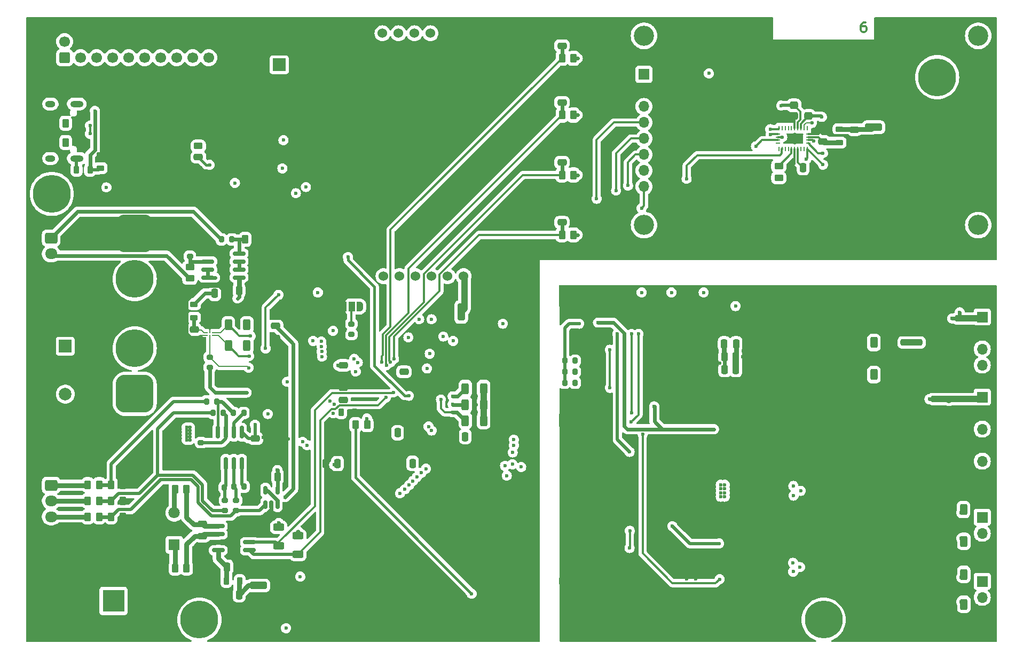
<source format=gbl>
G04 #@! TF.GenerationSoftware,KiCad,Pcbnew,8.0.4*
G04 #@! TF.CreationDate,2024-09-23T19:32:32+09:00*
G04 #@! TF.ProjectId,Solid Rocket Motor Test Station ver 2.0,536f6c69-6420-4526-9f63-6b6574204d6f,2.0*
G04 #@! TF.SameCoordinates,Original*
G04 #@! TF.FileFunction,Copper,L6,Bot*
G04 #@! TF.FilePolarity,Positive*
%FSLAX46Y46*%
G04 Gerber Fmt 4.6, Leading zero omitted, Abs format (unit mm)*
G04 Created by KiCad (PCBNEW 8.0.4) date 2024-09-23 19:32:32*
%MOMM*%
%LPD*%
G01*
G04 APERTURE LIST*
G04 Aperture macros list*
%AMRoundRect*
0 Rectangle with rounded corners*
0 $1 Rounding radius*
0 $2 $3 $4 $5 $6 $7 $8 $9 X,Y pos of 4 corners*
0 Add a 4 corners polygon primitive as box body*
4,1,4,$2,$3,$4,$5,$6,$7,$8,$9,$2,$3,0*
0 Add four circle primitives for the rounded corners*
1,1,$1+$1,$2,$3*
1,1,$1+$1,$4,$5*
1,1,$1+$1,$6,$7*
1,1,$1+$1,$8,$9*
0 Add four rect primitives between the rounded corners*
20,1,$1+$1,$2,$3,$4,$5,0*
20,1,$1+$1,$4,$5,$6,$7,0*
20,1,$1+$1,$6,$7,$8,$9,0*
20,1,$1+$1,$8,$9,$2,$3,0*%
%AMFreePoly0*
4,1,19,0.550000,-0.750000,0.000000,-0.750000,0.000000,-0.744911,-0.071157,-0.744911,-0.207708,-0.704816,-0.327430,-0.627875,-0.420627,-0.520320,-0.479746,-0.390866,-0.500000,-0.250000,-0.500000,0.250000,-0.479746,0.390866,-0.420627,0.520320,-0.327430,0.627875,-0.207708,0.704816,-0.071157,0.744911,0.000000,0.744911,0.000000,0.750000,0.550000,0.750000,0.550000,-0.750000,0.550000,-0.750000,
$1*%
%AMFreePoly1*
4,1,19,0.000000,0.744911,0.071157,0.744911,0.207708,0.704816,0.327430,0.627875,0.420627,0.520320,0.479746,0.390866,0.500000,0.250000,0.500000,-0.250000,0.479746,-0.390866,0.420627,-0.520320,0.327430,-0.627875,0.207708,-0.704816,0.071157,-0.744911,0.000000,-0.744911,0.000000,-0.750000,-0.550000,-0.750000,-0.550000,0.750000,0.000000,0.750000,0.000000,0.744911,0.000000,0.744911,
$1*%
G04 Aperture macros list end*
%ADD10C,0.300000*%
G04 #@! TA.AperFunction,NonConductor*
%ADD11C,0.300000*%
G04 #@! TD*
G04 #@! TA.AperFunction,ComponentPad*
%ADD12RoundRect,1.500000X-1.500000X1.500000X-1.500000X-1.500000X1.500000X-1.500000X1.500000X1.500000X0*%
G04 #@! TD*
G04 #@! TA.AperFunction,ComponentPad*
%ADD13C,6.000000*%
G04 #@! TD*
G04 #@! TA.AperFunction,ComponentPad*
%ADD14R,2.000000X2.000000*%
G04 #@! TD*
G04 #@! TA.AperFunction,ComponentPad*
%ADD15C,2.000000*%
G04 #@! TD*
G04 #@! TA.AperFunction,ComponentPad*
%ADD16R,1.700000X1.700000*%
G04 #@! TD*
G04 #@! TA.AperFunction,ComponentPad*
%ADD17O,1.700000X1.700000*%
G04 #@! TD*
G04 #@! TA.AperFunction,WasherPad*
%ADD18C,6.000000*%
G04 #@! TD*
G04 #@! TA.AperFunction,ComponentPad*
%ADD19O,2.100000X1.000000*%
G04 #@! TD*
G04 #@! TA.AperFunction,ComponentPad*
%ADD20O,1.600000X1.000000*%
G04 #@! TD*
G04 #@! TA.AperFunction,ComponentPad*
%ADD21C,1.524000*%
G04 #@! TD*
G04 #@! TA.AperFunction,ComponentPad*
%ADD22RoundRect,1.500000X1.500000X-1.500000X1.500000X1.500000X-1.500000X1.500000X-1.500000X-1.500000X0*%
G04 #@! TD*
G04 #@! TA.AperFunction,ComponentPad*
%ADD23RoundRect,0.250000X-0.725000X0.600000X-0.725000X-0.600000X0.725000X-0.600000X0.725000X0.600000X0*%
G04 #@! TD*
G04 #@! TA.AperFunction,ComponentPad*
%ADD24O,1.950000X1.700000*%
G04 #@! TD*
G04 #@! TA.AperFunction,ComponentPad*
%ADD25R,1.800000X1.800000*%
G04 #@! TD*
G04 #@! TA.AperFunction,ComponentPad*
%ADD26C,1.800000*%
G04 #@! TD*
G04 #@! TA.AperFunction,ComponentPad*
%ADD27R,3.500000X3.500000*%
G04 #@! TD*
G04 #@! TA.AperFunction,ComponentPad*
%ADD28RoundRect,0.750000X-0.750000X-1.000000X0.750000X-1.000000X0.750000X1.000000X-0.750000X1.000000X0*%
G04 #@! TD*
G04 #@! TA.AperFunction,ComponentPad*
%ADD29RoundRect,0.875000X-0.875000X-0.875000X0.875000X-0.875000X0.875000X0.875000X-0.875000X0.875000X0*%
G04 #@! TD*
G04 #@! TA.AperFunction,ComponentPad*
%ADD30RoundRect,0.250000X0.600000X-0.600000X0.600000X0.600000X-0.600000X0.600000X-0.600000X-0.600000X0*%
G04 #@! TD*
G04 #@! TA.AperFunction,ComponentPad*
%ADD31C,1.700000*%
G04 #@! TD*
G04 #@! TA.AperFunction,SMDPad,CuDef*
%ADD32RoundRect,0.250000X0.250000X0.475000X-0.250000X0.475000X-0.250000X-0.475000X0.250000X-0.475000X0*%
G04 #@! TD*
G04 #@! TA.AperFunction,SMDPad,CuDef*
%ADD33RoundRect,0.250000X0.312500X0.625000X-0.312500X0.625000X-0.312500X-0.625000X0.312500X-0.625000X0*%
G04 #@! TD*
G04 #@! TA.AperFunction,SMDPad,CuDef*
%ADD34RoundRect,0.250000X-0.475000X0.250000X-0.475000X-0.250000X0.475000X-0.250000X0.475000X0.250000X0*%
G04 #@! TD*
G04 #@! TA.AperFunction,SMDPad,CuDef*
%ADD35RoundRect,0.150000X0.150000X-0.825000X0.150000X0.825000X-0.150000X0.825000X-0.150000X-0.825000X0*%
G04 #@! TD*
G04 #@! TA.AperFunction,SMDPad,CuDef*
%ADD36RoundRect,0.200000X-0.200000X-0.275000X0.200000X-0.275000X0.200000X0.275000X-0.200000X0.275000X0*%
G04 #@! TD*
G04 #@! TA.AperFunction,SMDPad,CuDef*
%ADD37RoundRect,0.218750X-0.381250X0.218750X-0.381250X-0.218750X0.381250X-0.218750X0.381250X0.218750X0*%
G04 #@! TD*
G04 #@! TA.AperFunction,SMDPad,CuDef*
%ADD38RoundRect,0.250000X0.475000X-0.250000X0.475000X0.250000X-0.475000X0.250000X-0.475000X-0.250000X0*%
G04 #@! TD*
G04 #@! TA.AperFunction,SMDPad,CuDef*
%ADD39RoundRect,0.250000X-0.262500X-0.450000X0.262500X-0.450000X0.262500X0.450000X-0.262500X0.450000X0*%
G04 #@! TD*
G04 #@! TA.AperFunction,SMDPad,CuDef*
%ADD40RoundRect,0.250000X-0.625000X0.312500X-0.625000X-0.312500X0.625000X-0.312500X0.625000X0.312500X0*%
G04 #@! TD*
G04 #@! TA.AperFunction,SMDPad,CuDef*
%ADD41RoundRect,0.218750X-0.218750X-0.381250X0.218750X-0.381250X0.218750X0.381250X-0.218750X0.381250X0*%
G04 #@! TD*
G04 #@! TA.AperFunction,BGAPad,CuDef*
%ADD42C,0.250000*%
G04 #@! TD*
G04 #@! TA.AperFunction,SMDPad,CuDef*
%ADD43RoundRect,0.200000X-0.275000X0.200000X-0.275000X-0.200000X0.275000X-0.200000X0.275000X0.200000X0*%
G04 #@! TD*
G04 #@! TA.AperFunction,SMDPad,CuDef*
%ADD44RoundRect,0.250000X0.262500X0.450000X-0.262500X0.450000X-0.262500X-0.450000X0.262500X-0.450000X0*%
G04 #@! TD*
G04 #@! TA.AperFunction,SMDPad,CuDef*
%ADD45RoundRect,0.200000X0.275000X-0.200000X0.275000X0.200000X-0.275000X0.200000X-0.275000X-0.200000X0*%
G04 #@! TD*
G04 #@! TA.AperFunction,SMDPad,CuDef*
%ADD46RoundRect,0.250000X-0.250000X-0.475000X0.250000X-0.475000X0.250000X0.475000X-0.250000X0.475000X0*%
G04 #@! TD*
G04 #@! TA.AperFunction,SMDPad,CuDef*
%ADD47RoundRect,0.250000X-0.325000X-1.100000X0.325000X-1.100000X0.325000X1.100000X-0.325000X1.100000X0*%
G04 #@! TD*
G04 #@! TA.AperFunction,SMDPad,CuDef*
%ADD48R,0.254000X0.675000*%
G04 #@! TD*
G04 #@! TA.AperFunction,SMDPad,CuDef*
%ADD49R,0.675000X0.254000*%
G04 #@! TD*
G04 #@! TA.AperFunction,SMDPad,CuDef*
%ADD50RoundRect,0.250000X-1.100000X0.325000X-1.100000X-0.325000X1.100000X-0.325000X1.100000X0.325000X0*%
G04 #@! TD*
G04 #@! TA.AperFunction,SMDPad,CuDef*
%ADD51RoundRect,0.300000X-0.350000X-0.300000X0.350000X-0.300000X0.350000X0.300000X-0.350000X0.300000X0*%
G04 #@! TD*
G04 #@! TA.AperFunction,SMDPad,CuDef*
%ADD52RoundRect,0.150000X0.825000X0.150000X-0.825000X0.150000X-0.825000X-0.150000X0.825000X-0.150000X0*%
G04 #@! TD*
G04 #@! TA.AperFunction,SMDPad,CuDef*
%ADD53RoundRect,0.218750X0.381250X-0.218750X0.381250X0.218750X-0.381250X0.218750X-0.381250X-0.218750X0*%
G04 #@! TD*
G04 #@! TA.AperFunction,SMDPad,CuDef*
%ADD54RoundRect,0.250000X0.450000X-0.262500X0.450000X0.262500X-0.450000X0.262500X-0.450000X-0.262500X0*%
G04 #@! TD*
G04 #@! TA.AperFunction,SMDPad,CuDef*
%ADD55RoundRect,0.250000X1.100000X-0.325000X1.100000X0.325000X-1.100000X0.325000X-1.100000X-0.325000X0*%
G04 #@! TD*
G04 #@! TA.AperFunction,SMDPad,CuDef*
%ADD56RoundRect,0.150000X-0.825000X-0.150000X0.825000X-0.150000X0.825000X0.150000X-0.825000X0.150000X0*%
G04 #@! TD*
G04 #@! TA.AperFunction,SMDPad,CuDef*
%ADD57RoundRect,0.250000X-0.450000X0.262500X-0.450000X-0.262500X0.450000X-0.262500X0.450000X0.262500X0*%
G04 #@! TD*
G04 #@! TA.AperFunction,SMDPad,CuDef*
%ADD58FreePoly0,180.000000*%
G04 #@! TD*
G04 #@! TA.AperFunction,SMDPad,CuDef*
%ADD59R,1.000000X1.500000*%
G04 #@! TD*
G04 #@! TA.AperFunction,SMDPad,CuDef*
%ADD60FreePoly1,180.000000*%
G04 #@! TD*
G04 #@! TA.AperFunction,SMDPad,CuDef*
%ADD61RoundRect,0.150000X0.150000X-0.512500X0.150000X0.512500X-0.150000X0.512500X-0.150000X-0.512500X0*%
G04 #@! TD*
G04 #@! TA.AperFunction,ViaPad*
%ADD62C,0.600000*%
G04 #@! TD*
G04 #@! TA.AperFunction,ViaPad*
%ADD63C,3.200000*%
G04 #@! TD*
G04 #@! TA.AperFunction,Conductor*
%ADD64C,1.000000*%
G04 #@! TD*
G04 #@! TA.AperFunction,Conductor*
%ADD65C,0.200000*%
G04 #@! TD*
G04 #@! TA.AperFunction,Conductor*
%ADD66C,0.300000*%
G04 #@! TD*
G04 #@! TA.AperFunction,Conductor*
%ADD67C,0.500000*%
G04 #@! TD*
G04 #@! TA.AperFunction,Conductor*
%ADD68C,0.600000*%
G04 #@! TD*
G04 #@! TA.AperFunction,Conductor*
%ADD69C,0.800000*%
G04 #@! TD*
G04 #@! TA.AperFunction,Conductor*
%ADD70C,0.400000*%
G04 #@! TD*
G04 APERTURE END LIST*
D10*
D11*
X218065168Y-56756828D02*
X217779453Y-56756828D01*
X217779453Y-56756828D02*
X217636596Y-56828257D01*
X217636596Y-56828257D02*
X217565168Y-56899685D01*
X217565168Y-56899685D02*
X217422310Y-57113971D01*
X217422310Y-57113971D02*
X217350882Y-57399685D01*
X217350882Y-57399685D02*
X217350882Y-57971114D01*
X217350882Y-57971114D02*
X217422310Y-58113971D01*
X217422310Y-58113971D02*
X217493739Y-58185400D01*
X217493739Y-58185400D02*
X217636596Y-58256828D01*
X217636596Y-58256828D02*
X217922310Y-58256828D01*
X217922310Y-58256828D02*
X218065168Y-58185400D01*
X218065168Y-58185400D02*
X218136596Y-58113971D01*
X218136596Y-58113971D02*
X218208025Y-57971114D01*
X218208025Y-57971114D02*
X218208025Y-57613971D01*
X218208025Y-57613971D02*
X218136596Y-57471114D01*
X218136596Y-57471114D02*
X218065168Y-57399685D01*
X218065168Y-57399685D02*
X217922310Y-57328257D01*
X217922310Y-57328257D02*
X217636596Y-57328257D01*
X217636596Y-57328257D02*
X217493739Y-57399685D01*
X217493739Y-57399685D02*
X217422310Y-57471114D01*
X217422310Y-57471114D02*
X217350882Y-57613971D01*
D12*
X102197800Y-90251000D03*
D13*
X102197800Y-97451000D03*
D14*
X91197800Y-108106000D03*
D15*
X91197800Y-115706000D03*
D16*
X236591800Y-145376000D03*
D17*
X236591800Y-147916000D03*
D18*
X112447800Y-151456000D03*
D19*
X93011000Y-69702000D03*
D20*
X88831000Y-69702000D03*
D19*
X93011000Y-78342000D03*
D20*
X88831000Y-78342000D03*
D16*
X236591800Y-135216000D03*
D17*
X236591800Y-137756000D03*
D18*
X229447800Y-65456000D03*
D21*
X141656600Y-96992400D03*
X144196600Y-96992400D03*
X146736600Y-96992400D03*
X149276600Y-96992400D03*
X151816600Y-96992400D03*
X154356600Y-96992400D03*
X156896600Y-96992400D03*
X149106600Y-58492400D03*
X146566600Y-58492400D03*
X144026600Y-58492400D03*
X141486600Y-58492400D03*
D14*
X125107800Y-63496000D03*
D15*
X132707800Y-63496000D03*
D18*
X211447800Y-151456000D03*
X89047800Y-83956000D03*
D22*
X102197800Y-115656000D03*
D13*
X102197800Y-108456000D03*
D16*
X236591800Y-103466000D03*
D17*
X236591800Y-106006000D03*
X236591800Y-108546000D03*
X236591800Y-111086000D03*
D23*
X88947800Y-90956000D03*
D24*
X88947800Y-93456000D03*
X88947800Y-95956000D03*
D16*
X236591800Y-116166000D03*
D17*
X236591800Y-118706000D03*
X236591800Y-121246000D03*
X236591800Y-123786000D03*
X236591800Y-126326000D03*
X236591800Y-128866000D03*
D23*
X88947800Y-130136000D03*
D24*
X88947800Y-132636000D03*
X88947800Y-135136000D03*
X88947800Y-137636000D03*
D25*
X108472798Y-139591000D03*
D26*
X108472798Y-134511000D03*
D16*
X182957800Y-65011000D03*
D17*
X182957800Y-67551000D03*
X182957800Y-70091000D03*
X182957800Y-72631000D03*
X182957800Y-75171000D03*
X182957800Y-77711000D03*
X182957800Y-80251000D03*
X182957800Y-82791000D03*
D27*
X98827800Y-148498500D03*
D28*
X92827800Y-148498500D03*
D29*
X95827800Y-153198500D03*
D30*
X91077800Y-62356000D03*
D31*
X91077800Y-59816000D03*
X93617800Y-62356000D03*
X93617800Y-59816000D03*
X96157800Y-62356000D03*
X96157800Y-59816000D03*
X98697800Y-62356000D03*
X98697800Y-59816000D03*
X101237800Y-62356000D03*
X101237800Y-59816000D03*
X103777800Y-62356000D03*
X103777800Y-59816000D03*
X106317800Y-62356000D03*
X106317800Y-59816000D03*
X108857800Y-62356000D03*
X108857800Y-59816000D03*
X111397800Y-62356000D03*
X111397800Y-59816000D03*
X113937800Y-62356000D03*
X113937800Y-59816000D03*
D32*
X120647800Y-99256000D03*
X118747800Y-99256000D03*
D33*
X119972800Y-108016000D03*
X117047800Y-108016000D03*
D32*
X134347800Y-126706000D03*
X132447800Y-126706000D03*
D34*
X229191800Y-116496000D03*
X229191800Y-118396000D03*
D35*
X119178800Y-126689000D03*
X117908800Y-126689000D03*
X116638800Y-126689000D03*
X115368800Y-126689000D03*
X115368800Y-121739000D03*
X116638800Y-121739000D03*
X117908800Y-121739000D03*
X119178800Y-121739000D03*
D34*
X224374800Y-105620000D03*
X224374800Y-107520000D03*
D36*
X114607800Y-118688000D03*
X116257800Y-118688000D03*
D37*
X213971200Y-73685000D03*
X213971200Y-75810000D03*
D38*
X124537000Y-106802800D03*
X124537000Y-104902800D03*
D39*
X98477800Y-130056000D03*
X100302800Y-130056000D03*
D40*
X128075598Y-138176000D03*
X128075598Y-141101000D03*
D41*
X92981000Y-80120000D03*
X95106000Y-80120000D03*
D42*
X113703500Y-106400700D03*
X114103500Y-106400700D03*
X114503500Y-106400700D03*
X113703500Y-106000700D03*
X114103500Y-106000700D03*
X114503500Y-106000700D03*
D43*
X136555800Y-104569500D03*
X136555800Y-106219500D03*
D44*
X171772800Y-71456000D03*
X169947800Y-71456000D03*
D34*
X233010800Y-103710000D03*
X233010800Y-105610000D03*
D33*
X157532800Y-114816000D03*
X154607800Y-114816000D03*
D45*
X112701800Y-125038000D03*
X112701800Y-123388000D03*
X116511800Y-134182000D03*
X116511800Y-132532000D03*
X118289800Y-134182000D03*
X118289800Y-132532000D03*
D38*
X135237800Y-116604000D03*
X135237800Y-114704000D03*
D44*
X91250000Y-72752000D03*
X89425000Y-72752000D03*
X91250000Y-75800000D03*
X89425000Y-75800000D03*
X171772800Y-90456000D03*
X169947800Y-90456000D03*
D34*
X231311800Y-116496000D03*
X231311800Y-118396000D03*
D33*
X219422300Y-112605000D03*
X216497300Y-112605000D03*
D32*
X118763000Y-147499600D03*
X116863000Y-147499600D03*
D34*
X169947800Y-67556000D03*
X169947800Y-69456000D03*
D44*
X110422798Y-143301000D03*
X108597798Y-143301000D03*
D33*
X119972800Y-104726000D03*
X117047800Y-104726000D03*
D36*
X113591800Y-116848000D03*
X115241800Y-116848000D03*
D38*
X121337800Y-124656000D03*
X121337800Y-122756000D03*
D32*
X116777800Y-99716000D03*
X114877800Y-99716000D03*
D46*
X116823000Y-143139600D03*
X118723000Y-143139600D03*
D45*
X114073400Y-111475400D03*
X114073400Y-109825400D03*
D39*
X94747800Y-135136000D03*
X96572800Y-135136000D03*
D34*
X135237800Y-111148000D03*
X135237800Y-113048000D03*
D47*
X153972800Y-102696000D03*
X156922800Y-102696000D03*
D48*
X208851200Y-73524800D03*
D49*
X208988700Y-74437300D03*
X208988700Y-74937300D03*
X208988700Y-75437300D03*
X208988700Y-75937300D03*
D48*
X208851200Y-76849800D03*
X208351200Y-76849800D03*
X207851200Y-76849800D03*
X207351200Y-76849800D03*
X206851200Y-76849800D03*
X206351200Y-76849800D03*
X205851200Y-76849800D03*
X205351200Y-76849800D03*
X204851200Y-76849800D03*
X204351200Y-76849800D03*
D49*
X204213700Y-75937300D03*
X204213700Y-75437300D03*
X204213700Y-74937300D03*
X204213700Y-74437300D03*
D48*
X204351200Y-73524800D03*
X204851200Y-73524800D03*
X205351200Y-73524800D03*
X205851200Y-73524800D03*
X206351200Y-73524800D03*
X206851200Y-73524800D03*
X207351200Y-73524800D03*
X207851200Y-73524800D03*
X208351200Y-73524800D03*
D38*
X216308000Y-75666200D03*
X216308000Y-73766200D03*
D32*
X156392800Y-99936000D03*
X154492800Y-99936000D03*
D46*
X193848600Y-111797200D03*
X195748600Y-111797200D03*
D45*
X110947800Y-93856000D03*
X110947800Y-92206000D03*
D39*
X119722800Y-91156000D03*
X121547800Y-91156000D03*
D36*
X114733800Y-130499000D03*
X116383800Y-130499000D03*
D50*
X219356000Y-73376600D03*
X219356000Y-76326600D03*
D36*
X117846800Y-118688000D03*
X119496800Y-118688000D03*
D39*
X98477800Y-132596000D03*
X100302800Y-132596000D03*
D32*
X146249600Y-126679000D03*
X144349600Y-126679000D03*
D33*
X157536800Y-119896000D03*
X154611800Y-119896000D03*
D46*
X193848600Y-109765200D03*
X195748600Y-109765200D03*
D36*
X115947800Y-91156000D03*
X117597800Y-91156000D03*
D34*
X112285000Y-78123800D03*
X112285000Y-80023800D03*
D32*
X145773800Y-121816000D03*
X143873800Y-121816000D03*
D39*
X98456200Y-135136000D03*
X100281200Y-135136000D03*
D51*
X206743600Y-69925800D03*
X209043600Y-69925800D03*
X209043600Y-71625800D03*
X206743600Y-71625800D03*
D34*
X169947800Y-77056000D03*
X169947800Y-78956000D03*
D46*
X122927800Y-128786000D03*
X124827800Y-128786000D03*
D38*
X112922798Y-138206000D03*
X112922798Y-136306000D03*
D52*
X120397800Y-136646000D03*
X120397800Y-137916000D03*
X120397800Y-139186000D03*
X120397800Y-140456000D03*
X115447800Y-140456000D03*
X115447800Y-139186000D03*
X115447800Y-137916000D03*
X115447800Y-136646000D03*
D40*
X125025598Y-136801000D03*
X125025598Y-139726000D03*
D33*
X233666800Y-149021000D03*
X230741800Y-149021000D03*
D34*
X111627800Y-105456000D03*
X111627800Y-107356000D03*
D53*
X96791000Y-79866000D03*
X96791000Y-77741000D03*
D54*
X112285000Y-76364300D03*
X112285000Y-74539300D03*
D55*
X121813000Y-146039200D03*
X121813000Y-143089200D03*
D56*
X113787800Y-97206000D03*
X113787800Y-95936000D03*
X113787800Y-94666000D03*
X113787800Y-93396000D03*
X118737800Y-93396000D03*
X118737800Y-94666000D03*
X118737800Y-95936000D03*
X118737800Y-97206000D03*
D36*
X170372800Y-113906000D03*
X172022800Y-113906000D03*
D33*
X219422300Y-107525000D03*
X216497300Y-107525000D03*
X233664300Y-144281000D03*
X230739300Y-144281000D03*
D44*
X171772800Y-62456000D03*
X169947800Y-62456000D03*
D57*
X204327800Y-79556000D03*
X204327800Y-81381000D03*
D41*
X134950600Y-118576000D03*
X137075600Y-118576000D03*
D39*
X108597798Y-130801000D03*
X110422798Y-130801000D03*
D54*
X110947800Y-97368500D03*
X110947800Y-95543500D03*
D46*
X197526600Y-111797200D03*
X199426600Y-111797200D03*
D34*
X169947800Y-58556000D03*
X169947800Y-60456000D03*
D39*
X94747800Y-130056000D03*
X96572800Y-130056000D03*
D38*
X211329600Y-75666200D03*
X211329600Y-73766200D03*
D34*
X226406800Y-105620000D03*
X226406800Y-107520000D03*
D58*
X137905800Y-101807000D03*
D59*
X136605800Y-101807000D03*
D60*
X135305800Y-101807000D03*
D37*
X111607800Y-101436000D03*
X111607800Y-103561000D03*
D34*
X144889800Y-110264000D03*
X144889800Y-112164000D03*
D39*
X94747800Y-132596000D03*
X96572800Y-132596000D03*
D34*
X233411800Y-116496000D03*
X233411800Y-118396000D03*
D36*
X170372800Y-112156000D03*
X172022800Y-112156000D03*
D33*
X233616800Y-133991000D03*
X230691800Y-133991000D03*
D44*
X171772800Y-80956000D03*
X169947800Y-80956000D03*
D36*
X170372800Y-110406000D03*
X172022800Y-110406000D03*
D34*
X169947800Y-86556000D03*
X169947800Y-88456000D03*
D33*
X157536800Y-117356000D03*
X154611800Y-117356000D03*
D46*
X154611800Y-122436000D03*
X156511800Y-122436000D03*
X206298600Y-79800800D03*
X208198600Y-79800800D03*
D36*
X117909800Y-130372000D03*
X119559800Y-130372000D03*
D44*
X139047800Y-120546000D03*
X137222800Y-120546000D03*
D61*
X124827800Y-133225500D03*
X123877800Y-133225500D03*
X122927800Y-133225500D03*
X122927800Y-130950500D03*
X124827800Y-130950500D03*
D41*
X116728000Y-145329600D03*
X118853000Y-145329600D03*
D32*
X197562200Y-107733200D03*
X195662200Y-107733200D03*
D33*
X233666800Y-139041000D03*
X230741800Y-139041000D03*
D46*
X197526600Y-109765200D03*
X199426600Y-109765200D03*
D62*
X131243800Y-99576000D03*
X233351800Y-116594000D03*
X231319800Y-116594000D03*
X233605800Y-119642000D03*
X231319800Y-118372000D03*
D63*
X182957800Y-58901000D03*
X235957800Y-58901000D03*
X182957800Y-88901000D03*
X235957800Y-88901000D03*
D62*
X89425000Y-72752000D03*
X95127800Y-126716000D03*
X131947800Y-142456000D03*
X95127800Y-126216000D03*
X119304500Y-78449300D03*
X156922800Y-102696000D03*
X131947800Y-145956000D03*
X116777800Y-99716000D03*
X137447800Y-146456000D03*
X124227800Y-116846000D03*
X137447800Y-140456000D03*
X95127800Y-125716000D03*
X165062600Y-149522800D03*
X131947800Y-139456000D03*
X163412600Y-105802800D03*
X131947800Y-145456000D03*
X136947800Y-143956000D03*
X94627800Y-126716000D03*
X156257800Y-135046000D03*
X100302800Y-130056000D03*
X165062600Y-150022800D03*
X135797800Y-132286000D03*
X169947800Y-77056000D03*
X136947800Y-140456000D03*
X137447800Y-139456000D03*
X135797800Y-131286000D03*
X135797800Y-132786000D03*
X165562600Y-150522800D03*
X120547800Y-147456000D03*
X125797800Y-142956000D03*
X169947800Y-67556000D03*
X136947800Y-142456000D03*
X155757800Y-135046000D03*
X160562600Y-106422800D03*
X206947800Y-75456000D03*
X165562600Y-149022800D03*
X132447800Y-140456000D03*
X154757800Y-135046000D03*
X122562800Y-122586000D03*
X165062600Y-151522800D03*
X165562600Y-151022800D03*
X165062600Y-150522800D03*
X113717800Y-120150000D03*
X113717800Y-121928000D03*
X193244800Y-67805000D03*
X136947800Y-142956000D03*
X132447800Y-145956000D03*
X130447800Y-137456000D03*
X147947800Y-142456000D03*
X116967800Y-139186000D03*
X131947800Y-143456000D03*
X94627800Y-125716000D03*
X137447800Y-146956000D03*
X148447800Y-142456000D03*
X155257800Y-135046000D03*
X157697800Y-140206000D03*
X126378800Y-78497800D03*
X156397800Y-116076000D03*
X118723000Y-143139600D03*
X107113800Y-122436000D03*
X121547800Y-99256000D03*
X132447800Y-142456000D03*
X131947800Y-146956000D03*
X156247800Y-140116000D03*
X131947800Y-139956000D03*
X132447800Y-146956000D03*
X135305800Y-101807000D03*
X121047800Y-147956000D03*
X119772800Y-152806000D03*
X165562600Y-150022800D03*
X165562600Y-151522800D03*
X132447800Y-140956000D03*
X156327800Y-117356000D03*
X96791000Y-77741000D03*
X147447800Y-142956000D03*
X163412600Y-115962800D03*
X144349600Y-126679000D03*
X132447800Y-139456000D03*
X148947800Y-142456000D03*
X121877800Y-78497800D03*
X132447800Y-143956000D03*
X169947800Y-58556000D03*
X132447800Y-126706000D03*
X136947800Y-139956000D03*
X136947800Y-139456000D03*
X137447800Y-143956000D03*
X137087800Y-118596000D03*
X136947800Y-145456000D03*
X139447800Y-116456000D03*
X136297800Y-132786000D03*
X187987800Y-67191800D03*
X125507800Y-116276000D03*
X136297800Y-132286000D03*
X116863000Y-147499600D03*
X112285000Y-80023800D03*
X206298600Y-79800800D03*
X155247800Y-140116000D03*
X135542600Y-105661600D03*
X120547800Y-148456000D03*
X157947800Y-134956000D03*
X95127800Y-127216000D03*
X136947800Y-146456000D03*
X131947800Y-146456000D03*
X92447800Y-133956000D03*
X144889800Y-110264000D03*
X126547800Y-122806000D03*
X165062600Y-149022800D03*
X124537000Y-106802800D03*
X148947800Y-142956000D03*
X148447800Y-142956000D03*
X147447800Y-142456000D03*
X100281200Y-135136000D03*
X137447800Y-145956000D03*
X145773800Y-121816000D03*
X132447800Y-143456000D03*
X127823000Y-79942000D03*
X112285000Y-74539300D03*
X135237800Y-114704000D03*
X106918800Y-78040600D03*
X137447800Y-140956000D03*
X116447800Y-93456000D03*
X94627800Y-127216000D03*
X132447800Y-145456000D03*
X136297800Y-131286000D03*
X154257800Y-135046000D03*
X136947800Y-145956000D03*
X154247800Y-140116000D03*
X122353800Y-124722000D03*
X127535400Y-99322000D03*
X136947800Y-143456000D03*
X92447800Y-131456000D03*
X132447800Y-142956000D03*
X165062600Y-151022800D03*
X131947800Y-140456000D03*
X122099800Y-128786000D03*
X155747800Y-140116000D03*
X132447800Y-146456000D03*
X216308000Y-75666200D03*
X100302800Y-132596000D03*
X136947800Y-140956000D03*
X165562600Y-152022800D03*
X89425000Y-75800000D03*
X135797800Y-131786000D03*
X131145400Y-104446200D03*
X137447800Y-143456000D03*
X169951800Y-85258500D03*
X165062600Y-152022800D03*
X209131054Y-69616800D03*
X131947800Y-140956000D03*
X113994000Y-78314800D03*
X94627800Y-126216000D03*
X121047800Y-147456000D03*
X206743600Y-71625800D03*
X120547800Y-147956000D03*
X121697000Y-143205200D03*
X131947800Y-143956000D03*
X101742700Y-74078200D03*
X147947800Y-142956000D03*
X136297800Y-131786000D03*
X156643800Y-122436000D03*
X165562600Y-149522800D03*
X120397800Y-137371200D03*
X121047800Y-148456000D03*
X137447800Y-142456000D03*
X154747800Y-140116000D03*
X121337800Y-125484000D03*
X137447800Y-142956000D03*
X128475800Y-121974000D03*
X132447800Y-139956000D03*
X156377800Y-118576000D03*
X137447800Y-139956000D03*
X151947800Y-121956000D03*
X124436600Y-91371800D03*
X131947800Y-142956000D03*
X122547800Y-91156000D03*
X219356000Y-76326600D03*
X136947800Y-146956000D03*
X122014800Y-111826000D03*
X137447800Y-145456000D03*
X149357800Y-110982000D03*
X125046200Y-136101200D03*
X133642600Y-105661600D03*
X110447800Y-122956000D03*
X133817800Y-126916000D03*
X110947800Y-121456000D03*
X211329600Y-77495000D03*
X110447800Y-122456000D03*
X148977800Y-109296000D03*
X172447800Y-80956000D03*
X119972800Y-108016000D03*
X110947800Y-120956000D03*
X110447800Y-121456000D03*
X172447800Y-71456000D03*
X172447800Y-62456000D03*
X154611800Y-122436000D03*
X119947800Y-115456000D03*
X119972800Y-104726000D03*
X110447800Y-121956000D03*
X97710000Y-82914000D03*
X110947800Y-122456000D03*
X135237800Y-116604000D03*
X146249600Y-126679000D03*
X129347800Y-82856000D03*
X128449800Y-144635600D03*
X209597800Y-72706000D03*
X123299800Y-118846000D03*
X121849432Y-146012185D03*
X219356000Y-73376600D03*
X172447800Y-90456000D03*
X160572600Y-104532800D03*
X193244800Y-64855000D03*
X153972800Y-102696000D03*
X134447800Y-111148000D03*
X126187800Y-152810200D03*
X139027800Y-119566000D03*
X110947800Y-121956000D03*
X128094200Y-137523600D03*
X157532800Y-114816000D03*
X126347800Y-113736000D03*
X118747800Y-100256000D03*
X114877800Y-99716000D03*
X137905800Y-101807000D03*
X124817800Y-127726000D03*
X121267800Y-120546000D03*
X110447800Y-120956000D03*
X213971200Y-73685000D03*
X204327800Y-81381000D03*
X125787800Y-75436000D03*
X110947800Y-122956000D03*
X127747800Y-83856000D03*
X124997800Y-99956000D03*
X122947800Y-108456000D03*
X144889800Y-112164000D03*
X143873800Y-121816000D03*
X112285000Y-78123800D03*
X114067800Y-79346000D03*
X211177200Y-71754600D03*
X204725600Y-69956200D03*
X224374800Y-107520000D03*
X195752600Y-131337800D03*
X195117600Y-130702800D03*
X231812600Y-103692800D03*
X195117600Y-131337800D03*
X233022600Y-102732800D03*
X228222600Y-116482800D03*
X182583300Y-99576000D03*
X195752600Y-130702800D03*
X195117600Y-131972800D03*
X195752600Y-130067800D03*
X195752600Y-131972800D03*
X195117600Y-130067800D03*
X231091800Y-138841000D03*
X222922600Y-127872800D03*
X228022600Y-118422800D03*
X182558300Y-101735000D03*
X231166800Y-144476000D03*
X204447800Y-104456000D03*
X196007800Y-151694200D03*
X191137800Y-123106000D03*
X195947800Y-124986000D03*
X170562600Y-151022800D03*
X170562600Y-150522800D03*
X198632600Y-109762800D03*
X170562600Y-151522800D03*
X190187800Y-126706000D03*
X225312600Y-140432800D03*
X171062600Y-149022800D03*
X172712600Y-105802800D03*
X199426600Y-109765200D03*
X197490800Y-99576000D03*
X185807800Y-100406000D03*
X201242600Y-128312800D03*
X225392600Y-150482800D03*
X180162600Y-135012800D03*
X231091800Y-134216000D03*
X192385800Y-101735000D03*
X170562600Y-149522800D03*
X171062600Y-151022800D03*
X201002600Y-127202800D03*
X187937800Y-153596000D03*
X225412600Y-105620000D03*
X216497300Y-112605000D03*
X172712600Y-115962800D03*
X194943325Y-110751120D03*
X171062600Y-151522800D03*
X185037800Y-153596000D03*
X181662600Y-135012800D03*
X225312600Y-132792800D03*
X197475800Y-150964000D03*
X171062600Y-150522800D03*
X192347800Y-147866000D03*
X225352600Y-142712800D03*
X190517800Y-120176000D03*
X190447800Y-104456000D03*
X222932600Y-119912800D03*
X205427800Y-131966000D03*
X229191800Y-118396000D03*
X183447800Y-105456000D03*
X171062600Y-150022800D03*
X193848600Y-111797200D03*
X189447800Y-105456000D03*
X208992600Y-114042800D03*
X170562600Y-149022800D03*
X207625800Y-99576000D03*
X208982600Y-106422800D03*
X181162600Y-135012800D03*
X198657800Y-150516000D03*
X189677800Y-145026000D03*
X191127800Y-142086000D03*
X175657800Y-106256000D03*
X229212600Y-130122800D03*
X171062600Y-149522800D03*
X191527800Y-130996000D03*
X216497300Y-107525000D03*
X192177800Y-133916000D03*
X197167800Y-126046000D03*
X186477800Y-119036000D03*
X177810800Y-101735000D03*
X203787800Y-134866000D03*
X201822600Y-125602800D03*
X191137800Y-145026000D03*
X189667800Y-129696000D03*
X187305800Y-101735000D03*
X233411800Y-118396000D03*
X197342600Y-114872800D03*
X192019800Y-118596000D03*
X200962600Y-122462800D03*
X197322600Y-116552800D03*
X193400165Y-116199238D03*
X171062600Y-152022800D03*
X179662600Y-135012800D03*
X203597800Y-147026000D03*
X198927800Y-136996000D03*
X188557800Y-114971200D03*
X202447800Y-104456000D03*
X170562600Y-152022800D03*
X190537800Y-153456000D03*
X202117800Y-133826000D03*
X202570800Y-99576000D03*
X202922600Y-128312800D03*
X231166800Y-148826000D03*
X187497800Y-117636000D03*
X200372600Y-123572800D03*
X180662600Y-135012800D03*
X187447800Y-104456000D03*
X170562600Y-150022800D03*
X233572600Y-128862800D03*
X204507800Y-148076000D03*
X190567000Y-117131200D03*
X172677800Y-104532800D03*
X187305800Y-99576000D03*
X194044800Y-121253000D03*
X175657800Y-104356000D03*
X179827800Y-106086000D03*
X184572600Y-117639200D03*
X152607800Y-117306000D03*
X152607800Y-116036000D03*
X150757800Y-116550500D03*
X152607800Y-118576000D03*
X134950600Y-118576000D03*
X95877800Y-70786000D03*
X96722500Y-79866000D03*
X119559800Y-130372000D03*
X133815254Y-117343960D03*
X133165254Y-116772524D03*
X122927800Y-130950500D03*
X114957800Y-97226000D03*
X128823997Y-123250402D03*
X118737800Y-95936000D03*
X129537800Y-123796000D03*
X204327800Y-79556000D03*
X204884176Y-74937300D03*
X189712420Y-81561000D03*
X202967800Y-73696000D03*
X208697800Y-78456000D03*
X211329600Y-79320000D03*
X200717800Y-76406000D03*
X209827800Y-75587300D03*
X203017420Y-74565620D03*
X148535919Y-111632000D03*
X145597800Y-106716000D03*
X137573107Y-110662068D03*
X120337800Y-109666000D03*
X137007800Y-110096000D03*
X120577800Y-106476000D03*
X91250000Y-72752000D03*
X95109257Y-74422000D03*
X95109257Y-73122000D03*
X91250000Y-75800000D03*
X233266800Y-138572800D03*
X233266800Y-134482800D03*
X219483800Y-112592800D03*
X136555800Y-106219500D03*
X112285000Y-76364300D03*
X155627800Y-147328000D03*
X137222800Y-120546000D03*
X147657800Y-128176000D03*
X162307420Y-123835620D03*
X162127040Y-124935240D03*
X146937800Y-128826000D03*
X144257800Y-131426000D03*
X163485519Y-127253719D03*
X219483800Y-107762800D03*
X143237800Y-115426000D03*
X142027800Y-116246000D03*
X145017800Y-130776000D03*
X161200900Y-128619100D03*
X192410800Y-99576000D03*
X207817800Y-131026000D03*
X197526600Y-109765200D03*
X206647800Y-130256000D03*
X197526600Y-110912800D03*
X206677800Y-131786000D03*
X148367800Y-127526000D03*
X162307420Y-122916380D03*
X207697800Y-143116000D03*
X195748600Y-109765200D03*
X195748600Y-111797200D03*
X206607800Y-143846000D03*
X206597800Y-142436000D03*
X197465800Y-101735000D03*
X131851501Y-108957339D03*
X178527800Y-83429553D03*
X187446000Y-136626000D03*
X180662600Y-124852800D03*
X194847800Y-139386000D03*
X178747114Y-106136686D03*
X125617800Y-79916000D03*
X149277800Y-121466000D03*
X126041800Y-132028000D03*
X124537000Y-104902800D03*
X182087800Y-106136000D03*
X180947800Y-120116000D03*
X180707800Y-137366000D03*
X180662600Y-140092800D03*
X162081280Y-126819480D03*
X145707800Y-130126000D03*
X148794031Y-120828840D03*
X118087800Y-82216000D03*
X182757800Y-122056000D03*
X180997800Y-118656000D03*
X180997800Y-106166000D03*
X194950400Y-145039400D03*
X160916660Y-127064860D03*
X146307800Y-129476000D03*
X233266800Y-148622800D03*
X233266800Y-144742800D03*
X172022800Y-113892801D03*
X172022800Y-112156000D03*
X172022800Y-110412800D03*
X177547800Y-114706000D03*
X177547800Y-108656000D03*
X120282800Y-111511000D03*
X137246040Y-112107761D03*
X180417800Y-82636000D03*
X131831260Y-108157593D03*
X131897800Y-109756000D03*
X175447800Y-84729553D03*
X130490668Y-107257572D03*
X131785310Y-107358911D03*
X182577800Y-86229553D03*
X117908800Y-121739000D03*
X133663512Y-118728753D03*
X145677800Y-115966000D03*
X136017800Y-93946000D03*
X169947800Y-62456000D03*
X141405800Y-110606304D03*
X142095881Y-111110338D03*
X169947800Y-71456000D03*
X169947800Y-80956000D03*
X142745629Y-110643614D03*
X143317728Y-110084411D03*
X169947800Y-90456000D03*
X149276600Y-103837200D03*
X152681385Y-107266108D03*
X151117800Y-106566108D03*
X147316303Y-103807497D03*
D64*
X231319800Y-116594000D02*
X231417800Y-116496000D01*
X231417800Y-116496000D02*
X233411800Y-116496000D01*
X231221800Y-116496000D02*
X231319800Y-116594000D01*
X231343800Y-118396000D02*
X233411800Y-118396000D01*
X231319800Y-118372000D02*
X231343800Y-118396000D01*
X231295800Y-118396000D02*
X231319800Y-118372000D01*
D65*
X114103500Y-106000700D02*
X114103500Y-102390300D01*
D66*
X169947800Y-85262500D02*
X169951800Y-85258500D01*
X137075600Y-118583800D02*
X137087800Y-118596000D01*
D67*
X122287800Y-124656000D02*
X122353800Y-124722000D01*
D66*
X169947800Y-86556000D02*
X169947800Y-85262500D01*
D64*
X156392800Y-102166000D02*
X156922800Y-102696000D01*
D65*
X114103500Y-102390300D02*
X116777800Y-99716000D01*
D68*
X125664600Y-143089200D02*
X125797800Y-142956000D01*
D67*
X113717800Y-125038000D02*
X115368800Y-126689000D01*
D66*
X215258000Y-74616200D02*
X216308000Y-75666200D01*
D68*
X113787800Y-93396000D02*
X116387800Y-93396000D01*
D67*
X121337800Y-124656000D02*
X116426801Y-124656000D01*
D64*
X156392800Y-97496200D02*
X156896600Y-96992400D01*
D68*
X123877800Y-133866000D02*
X121097800Y-136646000D01*
D65*
X113703500Y-106400700D02*
X112583100Y-106400700D01*
D69*
X120397800Y-137916000D02*
X120397800Y-137371200D01*
D68*
X123877800Y-133225500D02*
X123877800Y-133866000D01*
X113787800Y-93396000D02*
X112312800Y-93396000D01*
X121497800Y-91156000D02*
X122547800Y-91156000D01*
D66*
X206851200Y-71733400D02*
X206743600Y-71625800D01*
D68*
X156511800Y-122436000D02*
X156643800Y-122436000D01*
D66*
X206851200Y-79248200D02*
X206298600Y-79800800D01*
D67*
X121337800Y-124656000D02*
X121337800Y-125484000D01*
D68*
X121813000Y-143089200D02*
X121697000Y-143205200D01*
D66*
X212179600Y-74616200D02*
X215258000Y-74616200D01*
D68*
X110402800Y-106131000D02*
X110402800Y-100821000D01*
D64*
X156392800Y-99926000D02*
X156392800Y-97496200D01*
D68*
X112732800Y-98491000D02*
X115552800Y-98491000D01*
D67*
X112701800Y-125038000D02*
X113717800Y-125038000D01*
D69*
X115447800Y-139186000D02*
X116967800Y-139186000D01*
X216308000Y-75666200D02*
X218695600Y-75666200D01*
D66*
X210658500Y-74437300D02*
X211329600Y-73766200D01*
D68*
X120647800Y-99256000D02*
X121547800Y-99256000D01*
D69*
X218695600Y-75666200D02*
X219356000Y-76326600D01*
D68*
X121813000Y-143089200D02*
X125664600Y-143089200D01*
D66*
X206851200Y-73524800D02*
X206851200Y-71733400D01*
D64*
X156392800Y-99936000D02*
X156392800Y-102166000D01*
D68*
X121097800Y-136646000D02*
X120397800Y-136646000D01*
X121697000Y-143205200D02*
X121536600Y-143365600D01*
D66*
X211329600Y-73766200D02*
X212179600Y-74616200D01*
X208988700Y-74437300D02*
X210658500Y-74437300D01*
D68*
X122927800Y-128786000D02*
X122099800Y-128786000D01*
X116387800Y-93396000D02*
X116447800Y-93456000D01*
X110402800Y-100821000D02*
X112732800Y-98491000D01*
D67*
X115368800Y-129864000D02*
X114733800Y-130499000D01*
D69*
X118237800Y-137916000D02*
X120397800Y-137916000D01*
D68*
X115552800Y-98491000D02*
X116777800Y-99716000D01*
D67*
X115368800Y-126689000D02*
X115368800Y-129864000D01*
D69*
X120397800Y-136646000D02*
X120397800Y-137371200D01*
D67*
X115368800Y-125714001D02*
X115368800Y-126689000D01*
D65*
X112583100Y-106400700D02*
X111627800Y-107356000D01*
D64*
X156392800Y-99936000D02*
X156392800Y-99926000D01*
D67*
X121337800Y-124656000D02*
X122287800Y-124656000D01*
D68*
X135237800Y-114704000D02*
X135237800Y-113048000D01*
X112312800Y-93396000D02*
X110947800Y-92031000D01*
D69*
X116967800Y-139186000D02*
X118237800Y-137916000D01*
D67*
X116426801Y-124656000D02*
X115368800Y-125714001D01*
D68*
X111627800Y-107356000D02*
X110402800Y-106131000D01*
D66*
X206851200Y-76849800D02*
X206851200Y-79248200D01*
D65*
X208351200Y-73062600D02*
X208707800Y-72706000D01*
D68*
X121813000Y-146039200D02*
X121822417Y-146039200D01*
D64*
X157532800Y-119892000D02*
X157536800Y-119896000D01*
X157532800Y-114816000D02*
X157532800Y-119892000D01*
D68*
X125025598Y-136121802D02*
X125046200Y-136101200D01*
D67*
X121337800Y-122756000D02*
X120195800Y-122756000D01*
X120195800Y-122756000D02*
X119178800Y-121739000D01*
D69*
X118737800Y-99246000D02*
X118747800Y-99256000D01*
D68*
X114103800Y-113292000D02*
X114103800Y-114612000D01*
X114947800Y-115456000D02*
X119947800Y-115456000D01*
X171772800Y-80956000D02*
X172447800Y-80956000D01*
D64*
X154492800Y-102176000D02*
X153972800Y-102696000D01*
D69*
X128075598Y-138176000D02*
X128075598Y-137542202D01*
D68*
X118487800Y-100516000D02*
X118747800Y-100256000D01*
X125025598Y-136801000D02*
X125025598Y-136121802D01*
X114103800Y-111505800D02*
X114073400Y-111475400D01*
D66*
X139047800Y-120546000D02*
X139047800Y-119586000D01*
D69*
X118763000Y-145419600D02*
X118853000Y-145329600D01*
D65*
X208707800Y-72706000D02*
X209597800Y-72706000D01*
D68*
X113327800Y-99716000D02*
X111607800Y-101436000D01*
D64*
X154492800Y-99936000D02*
X154492800Y-97128600D01*
D68*
X124827800Y-127736000D02*
X124817800Y-127726000D01*
D66*
X210546400Y-77495000D02*
X211329600Y-77495000D01*
D69*
X128075598Y-137542202D02*
X128094200Y-137523600D01*
D68*
X114103800Y-114612000D02*
X114947800Y-115456000D01*
D67*
X121337800Y-120616000D02*
X121267800Y-120546000D01*
D69*
X219047600Y-73685000D02*
X219356000Y-73376600D01*
D66*
X139047800Y-119586000D02*
X139027800Y-119566000D01*
D68*
X171772800Y-71456000D02*
X172447800Y-71456000D01*
D69*
X118763000Y-147499600D02*
X120223400Y-146039200D01*
D68*
X171772800Y-90456000D02*
X172447800Y-90456000D01*
D64*
X154492800Y-97128600D02*
X154356600Y-96992400D01*
D69*
X118763000Y-147499600D02*
X118763000Y-145419600D01*
X120223400Y-146039200D02*
X121813000Y-146039200D01*
D68*
X114877800Y-99716000D02*
X113327800Y-99716000D01*
D66*
X208988700Y-75937300D02*
X210546400Y-77495000D01*
D68*
X135237800Y-111148000D02*
X134447800Y-111148000D01*
X171772800Y-62456000D02*
X172447800Y-62456000D01*
X124827800Y-128786000D02*
X124827800Y-130950500D01*
X114103800Y-113292000D02*
X114103800Y-111505800D01*
D69*
X213971200Y-73685000D02*
X219047600Y-73685000D01*
D67*
X121337800Y-122756000D02*
X121337800Y-120616000D01*
D68*
X121822417Y-146039200D02*
X121849432Y-146012185D01*
D65*
X208351200Y-73524800D02*
X208351200Y-73062600D01*
D64*
X154492800Y-99936000D02*
X154492800Y-102176000D01*
D68*
X124827800Y-128786000D02*
X124827800Y-127736000D01*
D69*
X118737800Y-97206000D02*
X118737800Y-99246000D01*
D68*
X118747800Y-99256000D02*
X118747800Y-100256000D01*
D69*
X112872798Y-136356000D02*
X112922798Y-136306000D01*
X110422798Y-130801000D02*
X110422798Y-135230998D01*
X111547800Y-136356000D02*
X112872798Y-136356000D01*
X113262798Y-136646000D02*
X112922798Y-136306000D01*
X110422798Y-135230998D02*
X111547800Y-136356000D01*
X115447800Y-136646000D02*
X113262798Y-136646000D01*
X113212798Y-137916000D02*
X112922798Y-138206000D01*
X110422798Y-139481002D02*
X111697800Y-138206000D01*
X110422798Y-143301000D02*
X110422798Y-139481002D01*
X115447800Y-137916000D02*
X113212798Y-137916000D01*
X111697800Y-138206000D02*
X112922798Y-138206000D01*
X115447800Y-140456000D02*
X115447800Y-141764400D01*
X115447800Y-141764400D02*
X116823000Y-143139600D01*
X116728000Y-143234600D02*
X116823000Y-143139600D01*
X116728000Y-145329600D02*
X116728000Y-143234600D01*
D66*
X122947800Y-108456000D02*
X122947800Y-102006000D01*
X122947800Y-102006000D02*
X124997800Y-99956000D01*
D70*
X114067800Y-79346000D02*
X113507200Y-79346000D01*
X113507200Y-79346000D02*
X112285000Y-78123800D01*
D66*
X208988700Y-74937300D02*
X210600700Y-74937300D01*
X210600700Y-74937300D02*
X211329600Y-75666200D01*
D69*
X213971200Y-75810000D02*
X211473400Y-75810000D01*
X211473400Y-75810000D02*
X211329600Y-75666200D01*
D66*
X207351200Y-76849800D02*
X207351200Y-78953400D01*
X207351200Y-78953400D02*
X208198600Y-79800800D01*
X207851200Y-72818200D02*
X209043600Y-71625800D01*
X207851200Y-73524800D02*
X207851200Y-72818200D01*
D67*
X209043600Y-71625800D02*
X211048400Y-71625800D01*
X211048400Y-71625800D02*
X211177200Y-71754600D01*
D66*
X207743600Y-72195040D02*
X207743600Y-70925800D01*
X207351200Y-72587440D02*
X207743600Y-72195040D01*
D67*
X204756000Y-69925800D02*
X204725600Y-69956200D01*
D66*
X207743600Y-70925800D02*
X206743600Y-69925800D01*
D67*
X206743600Y-69925800D02*
X204756000Y-69925800D01*
D66*
X207351200Y-73524800D02*
X207351200Y-72587440D01*
D64*
X233010800Y-103710000D02*
X236347800Y-103710000D01*
D68*
X228235800Y-116496000D02*
X228222600Y-116482800D01*
D64*
X229191800Y-116496000D02*
X231221800Y-116496000D01*
X236347800Y-103710000D02*
X236591800Y-103466000D01*
D68*
X231829800Y-103710000D02*
X231812600Y-103692800D01*
D64*
X224374800Y-107520000D02*
X226406800Y-107520000D01*
X236261800Y-116496000D02*
X236591800Y-116166000D01*
D68*
X229191800Y-116496000D02*
X228235800Y-116496000D01*
X233010800Y-103710000D02*
X233010800Y-102744600D01*
D64*
X233411800Y-116496000D02*
X236261800Y-116496000D01*
D68*
X233010800Y-102744600D02*
X233022600Y-102732800D01*
X233010800Y-103710000D02*
X231829800Y-103710000D01*
X199426600Y-110814800D02*
X199417800Y-110806000D01*
X199426600Y-111797200D02*
X199426600Y-110814800D01*
X230691800Y-133991000D02*
X230866800Y-133991000D01*
D64*
X236281800Y-118396000D02*
X236591800Y-118706000D01*
D68*
X230971800Y-149021000D02*
X231166800Y-148826000D01*
D66*
X193848600Y-110852800D02*
X194841645Y-110852800D01*
D64*
X233010800Y-105610000D02*
X236195800Y-105610000D01*
D68*
X230741800Y-149021000D02*
X230971800Y-149021000D01*
D64*
X224374800Y-105620000D02*
X225412600Y-105620000D01*
D69*
X193848600Y-110852800D02*
X193848600Y-111797200D01*
D68*
X230891800Y-139041000D02*
X231091800Y-138841000D01*
X230866800Y-133991000D02*
X231091800Y-134216000D01*
X198635000Y-109765200D02*
X198632600Y-109762800D01*
D64*
X225412600Y-105620000D02*
X226406800Y-105620000D01*
D68*
X230739300Y-144281000D02*
X230971800Y-144281000D01*
D64*
X233411800Y-118396000D02*
X236281800Y-118396000D01*
D66*
X194841645Y-110852800D02*
X194943325Y-110751120D01*
D64*
X229191800Y-118396000D02*
X231295800Y-118396000D01*
D68*
X230971800Y-144281000D02*
X231166800Y-144476000D01*
D69*
X199426600Y-109765200D02*
X199426600Y-111797200D01*
D68*
X230741800Y-139041000D02*
X230891800Y-139041000D01*
X228049400Y-118396000D02*
X228022600Y-118422800D01*
D69*
X193848600Y-109765200D02*
X193848600Y-109678800D01*
D68*
X199426600Y-109765200D02*
X198635000Y-109765200D01*
D64*
X236195800Y-105610000D02*
X236591800Y-106006000D01*
D68*
X229191800Y-118396000D02*
X228049400Y-118396000D01*
D69*
X193848600Y-109765200D02*
X193848600Y-110852800D01*
D68*
X194041800Y-121256000D02*
X185857800Y-121256000D01*
X178097800Y-104356000D02*
X175657800Y-104356000D01*
D67*
X172677800Y-104532800D02*
X172712600Y-104532800D01*
X170372800Y-110406000D02*
X170372800Y-113906000D01*
D68*
X179827800Y-120746000D02*
X179827800Y-106086000D01*
X185857800Y-121256000D02*
X180337800Y-121256000D01*
X180337800Y-121256000D02*
X179827800Y-120746000D01*
D67*
X170372800Y-105231000D02*
X171071000Y-104532800D01*
D68*
X185857800Y-121256000D02*
X184597800Y-119996000D01*
X184597800Y-117664400D02*
X184572600Y-117639200D01*
D67*
X171071000Y-104532800D02*
X172677800Y-104532800D01*
X170372800Y-110406000D02*
X170372800Y-105231000D01*
D68*
X184597800Y-119996000D02*
X184597800Y-117664400D01*
X179827800Y-106086000D02*
X178097800Y-104356000D01*
X152657800Y-117356000D02*
X152607800Y-117306000D01*
X154611800Y-117356000D02*
X152657800Y-117356000D01*
X152607800Y-116036000D02*
X153387800Y-116036000D01*
X153387800Y-116036000D02*
X154607800Y-114816000D01*
X153291800Y-118576000D02*
X154611800Y-119896000D01*
D66*
X150757800Y-116550500D02*
X150757800Y-117956000D01*
X150757800Y-117956000D02*
X151377800Y-118576000D01*
D68*
X152607800Y-118576000D02*
X153291800Y-118576000D01*
D66*
X151377800Y-118576000D02*
X152607800Y-118576000D01*
D68*
X95909257Y-70817457D02*
X95909257Y-77000215D01*
X95106000Y-77803472D02*
X95106000Y-80120000D01*
X95909257Y-77000215D02*
X95106000Y-77803472D01*
X95877800Y-70786000D02*
X95909257Y-70817457D01*
D67*
X96468500Y-80120000D02*
X96722500Y-79866000D01*
X95106000Y-80120000D02*
X96468500Y-80120000D01*
X92981000Y-80120000D02*
X92981000Y-78372000D01*
X92981000Y-78372000D02*
X93011000Y-78342000D01*
X119178800Y-129991000D02*
X119559800Y-130372000D01*
X119178800Y-126689000D02*
X119178800Y-129991000D01*
X112701800Y-123388000D02*
X115964799Y-123388000D01*
X115964799Y-123388000D02*
X116638800Y-122713999D01*
D68*
X116638800Y-121739000D02*
X116638800Y-119069000D01*
D67*
X116638800Y-122713999D02*
X116638800Y-121739000D01*
D68*
X116638800Y-119069000D02*
X116257800Y-118688000D01*
X124827800Y-133225500D02*
X124827800Y-132589606D01*
X124827800Y-132589606D02*
X123188694Y-130950500D01*
X123188694Y-130950500D02*
X122927800Y-130950500D01*
D67*
X117908800Y-130371000D02*
X117909800Y-130372000D01*
X118289800Y-132532000D02*
X118289800Y-130752000D01*
X117908800Y-126689000D02*
X117908800Y-130371000D01*
X118289800Y-130752000D02*
X117909800Y-130372000D01*
D68*
X114937800Y-97206000D02*
X114957800Y-97226000D01*
X113787800Y-97206000D02*
X114937800Y-97206000D01*
X113787800Y-95936000D02*
X113787800Y-97206000D01*
X118737800Y-94666000D02*
X118737800Y-95936000D01*
D66*
X206351200Y-77532600D02*
X204327800Y-79556000D01*
X206351200Y-76849800D02*
X206351200Y-77532600D01*
X204884176Y-74937300D02*
X204213700Y-74937300D01*
X204539500Y-77826000D02*
X204828200Y-77537300D01*
X189712420Y-79491380D02*
X191377800Y-77826000D01*
X189712420Y-81561000D02*
X189712420Y-79491380D01*
X204828200Y-77537300D02*
X204828200Y-76872800D01*
X204828200Y-76872800D02*
X204851200Y-76849800D01*
X191377800Y-77826000D02*
X204539500Y-77826000D01*
X204180000Y-73696000D02*
X204351200Y-73524800D01*
X202967800Y-73696000D02*
X204180000Y-73696000D01*
X208851200Y-76849800D02*
X208851200Y-78302600D01*
X208851200Y-78302600D02*
X208697800Y-78456000D01*
X208851200Y-76849800D02*
X208859400Y-76849800D01*
X208859400Y-76849800D02*
X211329600Y-79320000D01*
X200717800Y-76406000D02*
X201686500Y-75437300D01*
X201686500Y-75437300D02*
X204213700Y-75437300D01*
X208988700Y-75437300D02*
X209677800Y-75437300D01*
X209677800Y-75437300D02*
X209827800Y-75587300D01*
X203017420Y-74565620D02*
X203145740Y-74437300D01*
X203145740Y-74437300D02*
X204213700Y-74437300D01*
D65*
X115432500Y-106400700D02*
X117047800Y-108016000D01*
D66*
X118697800Y-109666000D02*
X117047800Y-108016000D01*
X120337800Y-109666000D02*
X118697800Y-109666000D01*
D65*
X114503500Y-106400700D02*
X115432500Y-106400700D01*
D66*
X120577800Y-106476000D02*
X118797800Y-106476000D01*
D65*
X114503500Y-106000700D02*
X115773100Y-106000700D01*
X115773100Y-106000700D02*
X117047800Y-104726000D01*
D66*
X118797800Y-106476000D02*
X117047800Y-104726000D01*
X95109257Y-73122000D02*
X95109257Y-74422000D01*
D68*
X233266800Y-138572800D02*
X233666800Y-138972800D01*
X233666800Y-138972800D02*
X233666800Y-139041000D01*
X233616800Y-134132800D02*
X233266800Y-134482800D01*
X233616800Y-133991000D02*
X233616800Y-134132800D01*
X219471600Y-112605000D02*
X219483800Y-112592800D01*
X219422300Y-112605000D02*
X219471600Y-112605000D01*
D69*
X94707800Y-132636000D02*
X94747800Y-132596000D01*
X88947800Y-132636000D02*
X94707800Y-132636000D01*
X88947800Y-135136000D02*
X94747800Y-135136000D01*
D68*
X111517800Y-86751000D02*
X93152800Y-86751000D01*
X115922800Y-91156000D02*
X111517800Y-86751000D01*
X93152800Y-86751000D02*
X88947800Y-90956000D01*
X89242800Y-93751000D02*
X88947800Y-93456000D01*
X110947800Y-97431000D02*
X107267800Y-93751000D01*
X107267800Y-93751000D02*
X89242800Y-93751000D01*
D66*
X136555800Y-101857000D02*
X136605800Y-101807000D01*
X136555800Y-104569500D02*
X136555800Y-101857000D01*
D70*
X155627800Y-147328000D02*
X137222800Y-128923000D01*
X137222800Y-128923000D02*
X137222800Y-120546000D01*
D68*
X219422300Y-107701300D02*
X219483800Y-107762800D01*
X219422300Y-107525000D02*
X219422300Y-107701300D01*
D70*
X115407800Y-117014000D02*
X115241800Y-116848000D01*
X115407800Y-121700000D02*
X115407800Y-117014000D01*
D68*
X117846800Y-118688000D02*
X116006800Y-116848000D01*
X116006800Y-116848000D02*
X115241800Y-116848000D01*
D70*
X115368800Y-121739000D02*
X115407800Y-121700000D01*
D67*
X116511800Y-132532000D02*
X116511800Y-130627000D01*
X116511800Y-130627000D02*
X116383800Y-130499000D01*
X116638800Y-130244000D02*
X116383800Y-130499000D01*
X116638800Y-126689000D02*
X116638800Y-130244000D01*
D68*
X110947800Y-93856000D02*
X110947800Y-94656000D01*
X113787800Y-94666000D02*
X110957800Y-94666000D01*
X110957800Y-94666000D02*
X110947800Y-94656000D01*
X110947800Y-94656000D02*
X110947800Y-95606000D01*
X118737800Y-91166000D02*
X118747800Y-91156000D01*
X118747800Y-91156000D02*
X119672800Y-91156000D01*
X117747800Y-91156000D02*
X118747800Y-91156000D01*
X118737800Y-93396000D02*
X118737800Y-91166000D01*
D67*
X125025598Y-139726000D02*
X124485598Y-139186000D01*
D66*
X130747800Y-118270739D02*
X130747800Y-133441298D01*
X125025598Y-139163500D02*
X125025598Y-139726000D01*
X130747800Y-133441298D02*
X125025598Y-139163500D01*
X133464539Y-115554000D02*
X130747800Y-118270739D01*
D67*
X124485598Y-139186000D02*
X120397800Y-139186000D01*
D66*
X143237800Y-115426000D02*
X143109800Y-115554000D01*
X143109800Y-115554000D02*
X133464539Y-115554000D01*
D67*
X120397800Y-140456000D02*
X121042800Y-141101000D01*
D66*
X131597800Y-119875226D02*
X133394273Y-118078753D01*
X134662204Y-117454000D02*
X140819800Y-117454000D01*
X128075598Y-141101000D02*
X131597800Y-137578798D01*
X134037451Y-118078753D02*
X134662204Y-117454000D01*
X140819800Y-117454000D02*
X142027800Y-116246000D01*
X131597800Y-137578798D02*
X131597800Y-119875226D01*
D67*
X121042800Y-141101000D02*
X128075598Y-141101000D01*
D66*
X133394273Y-118078753D02*
X134037451Y-118078753D01*
D65*
X113212500Y-106000700D02*
X112757800Y-105546000D01*
D68*
X111607800Y-103561000D02*
X111607800Y-105436000D01*
D65*
X113703500Y-106000700D02*
X113212500Y-106000700D01*
X112757800Y-105546000D02*
X111717800Y-105546000D01*
X111717800Y-105546000D02*
X111627800Y-105456000D01*
D68*
X111607800Y-105436000D02*
X111627800Y-105456000D01*
D69*
X197562200Y-109729600D02*
X197526600Y-109765200D01*
D64*
X197526600Y-110912800D02*
X197526600Y-109765200D01*
D69*
X197562200Y-107733200D02*
X197562200Y-109729600D01*
D64*
X197526600Y-111797200D02*
X197526600Y-110912800D01*
D69*
X195662200Y-109678800D02*
X195748600Y-109765200D01*
D68*
X195748600Y-111797200D02*
X195748600Y-109765200D01*
D69*
X195662200Y-107733200D02*
X195662200Y-109678800D01*
D66*
X180872800Y-75171000D02*
X182957800Y-75171000D01*
X178527800Y-77516000D02*
X180872800Y-75171000D01*
X178527800Y-83429553D02*
X178527800Y-77516000D01*
D67*
X194847800Y-139386000D02*
X190206000Y-139386000D01*
X178747114Y-106136686D02*
X178747114Y-122937314D01*
X178747114Y-122937314D02*
X180662600Y-124852800D01*
X190206000Y-139386000D02*
X187446000Y-136626000D01*
D68*
X127347800Y-107713600D02*
X127347800Y-130722000D01*
X124537000Y-104902800D02*
X127347800Y-107713600D01*
D69*
X108597798Y-139716000D02*
X108472798Y-139591000D01*
X108597798Y-143301000D02*
X108597798Y-139716000D01*
D68*
X127347800Y-130722000D02*
X126041800Y-132028000D01*
D66*
X182087800Y-106136000D02*
X182087800Y-118976000D01*
X180707800Y-137366000D02*
X180707800Y-140047600D01*
X180707800Y-140047600D02*
X180662600Y-140092800D01*
X182087800Y-118976000D02*
X180947800Y-120116000D01*
X194950400Y-145039400D02*
X194313800Y-145676000D01*
X180997800Y-106166000D02*
X180997800Y-118656000D01*
X182757800Y-140966000D02*
X182757800Y-122056000D01*
X194313800Y-145676000D02*
X187467800Y-145676000D01*
X187467800Y-145676000D02*
X182757800Y-140966000D01*
D68*
X233666800Y-149021000D02*
X233665000Y-149021000D01*
X233665000Y-149021000D02*
X233266800Y-148622800D01*
X233664300Y-144345300D02*
X233266800Y-144742800D01*
X233664300Y-144281000D02*
X233664300Y-144345300D01*
D66*
X177547800Y-108656000D02*
X177547800Y-114706000D01*
D65*
X114103500Y-109795300D02*
X114073400Y-109825400D01*
X115524000Y-111276000D02*
X114073400Y-109825400D01*
X120047800Y-111276000D02*
X115524000Y-111276000D01*
X114103500Y-106400700D02*
X114103500Y-109795300D01*
X120282800Y-111511000D02*
X120047800Y-111276000D01*
D66*
X180417800Y-78916000D02*
X181622800Y-77711000D01*
X180417800Y-82636000D02*
X180417800Y-78916000D01*
X181622800Y-77711000D02*
X182957800Y-77711000D01*
X175447800Y-84729553D02*
X175447800Y-75416000D01*
X178232800Y-72631000D02*
X182957800Y-72631000D01*
X175447800Y-75416000D02*
X178232800Y-72631000D01*
X182577800Y-86229553D02*
X182957800Y-85849553D01*
X182957800Y-85849553D02*
X182957800Y-82791000D01*
D69*
X108472798Y-134511000D02*
X108472798Y-130926000D01*
X108472798Y-130926000D02*
X108597798Y-130801000D01*
X94667800Y-130136000D02*
X94747800Y-130056000D01*
X88947800Y-130136000D02*
X94667800Y-130136000D01*
D67*
X117908800Y-120276000D02*
X119496800Y-118688000D01*
X117908800Y-121739000D02*
X117908800Y-120276000D01*
D70*
X136017800Y-94486000D02*
X140207800Y-98676000D01*
X140207800Y-111196000D02*
X144977800Y-115966000D01*
X140207800Y-98676000D02*
X140207800Y-111196000D01*
X144977800Y-115966000D02*
X145677800Y-115966000D01*
X136017800Y-93946000D02*
X136017800Y-94486000D01*
D66*
X141567800Y-109514761D02*
X141567800Y-106194680D01*
X141405800Y-109676761D02*
X141567800Y-109514761D01*
X141405800Y-110606304D02*
X141405800Y-109676761D01*
X141567800Y-106194680D02*
X142768600Y-104993880D01*
X142768600Y-104993880D02*
X142768600Y-89635200D01*
X142768600Y-89635200D02*
X169947800Y-62456000D01*
D68*
X169947800Y-60456000D02*
X169947800Y-62456000D01*
D66*
X145624600Y-95779200D02*
X169947800Y-71456000D01*
X145624600Y-102844988D02*
X145624600Y-95779200D01*
X142067800Y-106401787D02*
X144610693Y-103858894D01*
X142067800Y-111082257D02*
X142067800Y-106401787D01*
D68*
X169947800Y-69456000D02*
X169947800Y-71456000D01*
D66*
X144610693Y-103858894D02*
X144610694Y-103858894D01*
X142095881Y-111110338D02*
X142067800Y-111082257D01*
X144610694Y-103858894D02*
X145624600Y-102844988D01*
X142567800Y-110465785D02*
X142567800Y-106608894D01*
D68*
X169947800Y-78956000D02*
X169947800Y-80956000D01*
D66*
X148057800Y-101118894D02*
X148057800Y-96638594D01*
X148057800Y-96638594D02*
X163740394Y-80956000D01*
X163740394Y-80956000D02*
X169947800Y-80956000D01*
X142745629Y-110643614D02*
X142567800Y-110465785D01*
X142567800Y-106608894D02*
X148057800Y-101118894D01*
X169947800Y-90456000D02*
X156780394Y-90456000D01*
X143317728Y-106566072D02*
X143317728Y-110084411D01*
X156780394Y-90456000D02*
X150507800Y-96728594D01*
X150507800Y-99376000D02*
X143437800Y-106446000D01*
X143437800Y-106446000D02*
X143317728Y-106566072D01*
X150507800Y-96728594D02*
X150507800Y-99376000D01*
D68*
X169947800Y-88456000D02*
X169947800Y-90456000D01*
D67*
X112955800Y-130056000D02*
X112955800Y-132596000D01*
X108321800Y-118688000D02*
X105843800Y-121166000D01*
X105843800Y-128532000D02*
X111431800Y-128532000D01*
D68*
X98477800Y-132596000D02*
X98522712Y-132596000D01*
D67*
X102929800Y-131446000D02*
X99627800Y-131446000D01*
X105843800Y-121166000D02*
X105843800Y-128532000D01*
X111431800Y-128532000D02*
X112955800Y-130056000D01*
X99627800Y-131446000D02*
X98477800Y-132596000D01*
X105843800Y-128532000D02*
X102929800Y-131446000D01*
X112955800Y-132596000D02*
X114541800Y-134182000D01*
D68*
X96572800Y-132596000D02*
X98477800Y-132596000D01*
D67*
X114541800Y-134182000D02*
X116511800Y-134182000D01*
X114607800Y-118688000D02*
X108321800Y-118688000D01*
X114401850Y-135032000D02*
X117439800Y-135032000D01*
X117439800Y-135032000D02*
X118289800Y-134182000D01*
X112255800Y-130345950D02*
X112255800Y-132885950D01*
X121971300Y-134182000D02*
X122927800Y-133225500D01*
X106265200Y-129232000D02*
X106351800Y-129232000D01*
X106351800Y-129232000D02*
X101597800Y-133986000D01*
X112255800Y-132885950D02*
X114401850Y-135032000D01*
X106351800Y-129232000D02*
X111141850Y-129232000D01*
X101597800Y-133986000D02*
X99606200Y-133986000D01*
X111141850Y-129232000D02*
X112255800Y-130345950D01*
X99606200Y-133986000D02*
X98456200Y-135136000D01*
X118289800Y-134182000D02*
X121971300Y-134182000D01*
D68*
X96572800Y-135136000D02*
X98456200Y-135136000D01*
D67*
X113591800Y-116848000D02*
X108383800Y-116848000D01*
X98477800Y-126754000D02*
X98477800Y-130056000D01*
D68*
X96572800Y-130056000D02*
X98477800Y-130056000D01*
D67*
X108383800Y-116848000D02*
X98477800Y-126754000D01*
G04 #@! TA.AperFunction,Conductor*
G36*
X130866634Y-134344923D02*
G01*
X130922567Y-134386795D01*
X130946984Y-134452259D01*
X130947300Y-134461105D01*
X130947300Y-137257989D01*
X130927615Y-137325028D01*
X130910981Y-137345670D01*
X129662778Y-138593872D01*
X129601455Y-138627357D01*
X129531763Y-138622373D01*
X129475830Y-138580501D01*
X129451413Y-138515037D01*
X129451097Y-138506217D01*
X129451097Y-137813492D01*
X129449546Y-137798312D01*
X129440597Y-137710703D01*
X129440596Y-137710700D01*
X129429098Y-137676001D01*
X129385412Y-137544166D01*
X129293310Y-137394844D01*
X129169254Y-137270788D01*
X129019932Y-137178686D01*
X129019930Y-137178685D01*
X129019928Y-137178684D01*
X129019929Y-137178684D01*
X128964753Y-137160400D01*
X128907309Y-137120627D01*
X128894402Y-137101151D01*
X128892212Y-137097055D01*
X128892212Y-137097054D01*
X128793664Y-136949564D01*
X128793662Y-136949562D01*
X128793660Y-136949559D01*
X128668238Y-136824137D01*
X128564076Y-136754539D01*
X128519271Y-136700927D01*
X128510564Y-136631602D01*
X128540718Y-136568575D01*
X128545266Y-136563776D01*
X130735621Y-134373422D01*
X130796942Y-134339939D01*
X130866634Y-134344923D01*
G37*
G04 #@! TD.AperFunction*
G04 #@! TA.AperFunction,Conductor*
G36*
X93930109Y-133556185D02*
G01*
X93950751Y-133572819D01*
X94016644Y-133638712D01*
X94165966Y-133730814D01*
X94218717Y-133748294D01*
X94276162Y-133788064D01*
X94302986Y-133852580D01*
X94290672Y-133921356D01*
X94243129Y-133972556D01*
X94218720Y-133983704D01*
X94165972Y-134001183D01*
X94165963Y-134001187D01*
X94016645Y-134093287D01*
X93910750Y-134199182D01*
X93849427Y-134232666D01*
X93823069Y-134235500D01*
X90133558Y-134235500D01*
X90066519Y-134215815D01*
X90045877Y-134199181D01*
X89952592Y-134105896D01*
X89917819Y-134080632D01*
X89788004Y-133986316D01*
X89745340Y-133930989D01*
X89739361Y-133861376D01*
X89771966Y-133799580D01*
X89787999Y-133785686D01*
X89952592Y-133666104D01*
X90045877Y-133572819D01*
X90107200Y-133539334D01*
X90133558Y-133536500D01*
X93863070Y-133536500D01*
X93930109Y-133556185D01*
G37*
G04 #@! TD.AperFunction*
G04 #@! TA.AperFunction,Conductor*
G36*
X102093609Y-132216185D02*
G01*
X102139364Y-132268989D01*
X102149308Y-132338147D01*
X102120283Y-132401703D01*
X102114251Y-132408181D01*
X101323251Y-133199181D01*
X101261928Y-133232666D01*
X101235570Y-133235500D01*
X99613863Y-133235500D01*
X99546824Y-133215815D01*
X99501069Y-133163011D01*
X99490505Y-133098896D01*
X99490800Y-133096009D01*
X99490799Y-132695728D01*
X99510483Y-132628690D01*
X99527113Y-132608053D01*
X99902348Y-132232819D01*
X99963671Y-132199334D01*
X99990029Y-132196500D01*
X102026570Y-132196500D01*
X102093609Y-132216185D01*
G37*
G04 #@! TD.AperFunction*
G04 #@! TA.AperFunction,Conductor*
G36*
X93970109Y-131056185D02*
G01*
X93990751Y-131072819D01*
X94016644Y-131098712D01*
X94165966Y-131190814D01*
X94218717Y-131208294D01*
X94276162Y-131248064D01*
X94302986Y-131312580D01*
X94290672Y-131381356D01*
X94243129Y-131432556D01*
X94218720Y-131443704D01*
X94165972Y-131461183D01*
X94165963Y-131461187D01*
X94016642Y-131553289D01*
X93892588Y-131677343D01*
X93888107Y-131683011D01*
X93886942Y-131682089D01*
X93841097Y-131723323D01*
X93787510Y-131735500D01*
X90133558Y-131735500D01*
X90066519Y-131715815D01*
X90045877Y-131699181D01*
X89964094Y-131617398D01*
X89930609Y-131556075D01*
X89935593Y-131486383D01*
X89977465Y-131430450D01*
X89986679Y-131424178D01*
X89992131Y-131420814D01*
X89992134Y-131420814D01*
X90141456Y-131328712D01*
X90265512Y-131204656D01*
X90332899Y-131095402D01*
X90384847Y-131048679D01*
X90438438Y-131036500D01*
X93903070Y-131036500D01*
X93970109Y-131056185D01*
G37*
G04 #@! TD.AperFunction*
G04 #@! TA.AperFunction,Conductor*
G36*
X105012634Y-121383047D02*
G01*
X105068567Y-121424919D01*
X105092984Y-121490383D01*
X105093300Y-121499229D01*
X105093300Y-128169770D01*
X105073615Y-128236809D01*
X105056981Y-128257451D01*
X102655251Y-130659181D01*
X102593928Y-130692666D01*
X102567570Y-130695500D01*
X99613863Y-130695500D01*
X99546824Y-130675815D01*
X99501069Y-130623011D01*
X99490505Y-130558896D01*
X99490800Y-130556009D01*
X99490799Y-129555992D01*
X99489321Y-129541528D01*
X99480299Y-129453203D01*
X99480298Y-129453200D01*
X99461679Y-129397011D01*
X99425114Y-129286666D01*
X99333012Y-129137344D01*
X99264619Y-129068951D01*
X99231134Y-129007628D01*
X99228300Y-128981270D01*
X99228300Y-127116229D01*
X99247985Y-127049190D01*
X99264619Y-127028548D01*
X104881619Y-121411548D01*
X104942942Y-121378063D01*
X105012634Y-121383047D01*
G37*
G04 #@! TD.AperFunction*
G04 #@! TA.AperFunction,Conductor*
G36*
X140917031Y-116224185D02*
G01*
X140962786Y-116276989D01*
X140972730Y-116346147D01*
X140943705Y-116409703D01*
X140937673Y-116416181D01*
X140586673Y-116767181D01*
X140525350Y-116800666D01*
X140498992Y-116803500D01*
X136587300Y-116803500D01*
X136520261Y-116783815D01*
X136474506Y-116731011D01*
X136463300Y-116679500D01*
X136463299Y-116328500D01*
X136482983Y-116261461D01*
X136535787Y-116215706D01*
X136587299Y-116204500D01*
X140849992Y-116204500D01*
X140917031Y-116224185D01*
G37*
G04 #@! TD.AperFunction*
G04 #@! TA.AperFunction,Conductor*
G36*
X206910626Y-74254340D02*
G01*
X206925511Y-74263907D01*
X206981864Y-74306093D01*
X206981871Y-74306097D01*
X207026818Y-74322861D01*
X207116717Y-74356391D01*
X207176327Y-74362800D01*
X207526072Y-74362799D01*
X207585683Y-74356391D01*
X207585686Y-74356389D01*
X207587944Y-74356147D01*
X207614454Y-74356147D01*
X207616714Y-74356389D01*
X207616717Y-74356391D01*
X207676327Y-74362800D01*
X208026072Y-74362799D01*
X208085683Y-74356391D01*
X208085686Y-74356389D01*
X208087944Y-74356147D01*
X208114449Y-74356147D01*
X208116716Y-74356390D01*
X208116717Y-74356391D01*
X208130725Y-74357897D01*
X208195275Y-74384631D01*
X208235126Y-74442022D01*
X208237622Y-74511847D01*
X208216741Y-74555495D01*
X208207405Y-74567965D01*
X208207402Y-74567971D01*
X208157782Y-74701012D01*
X208157109Y-74702817D01*
X208150700Y-74762427D01*
X208150700Y-74762434D01*
X208150700Y-74762435D01*
X208150700Y-75112169D01*
X208150701Y-75112179D01*
X208157352Y-75174051D01*
X208157352Y-75200557D01*
X208157109Y-75202816D01*
X208157109Y-75202817D01*
X208150700Y-75262427D01*
X208150700Y-75262432D01*
X208150700Y-75262433D01*
X208150700Y-75612169D01*
X208150701Y-75612179D01*
X208157352Y-75674051D01*
X208157352Y-75700557D01*
X208157109Y-75702816D01*
X208157109Y-75702817D01*
X208150700Y-75762427D01*
X208150700Y-75762428D01*
X208150700Y-75762432D01*
X208150700Y-75887800D01*
X208131015Y-75954839D01*
X208078211Y-76000594D01*
X208026700Y-76011800D01*
X207676330Y-76011800D01*
X207676320Y-76011801D01*
X207614448Y-76018452D01*
X207587942Y-76018452D01*
X207585683Y-76018209D01*
X207526073Y-76011800D01*
X207526065Y-76011800D01*
X207176330Y-76011800D01*
X207176323Y-76011801D01*
X207116716Y-76018208D01*
X206981871Y-76068502D01*
X206981865Y-76068506D01*
X206925510Y-76110693D01*
X206860046Y-76135110D01*
X206791773Y-76120258D01*
X206776890Y-76110693D01*
X206720534Y-76068506D01*
X206720528Y-76068502D01*
X206585686Y-76018210D01*
X206585685Y-76018209D01*
X206585683Y-76018209D01*
X206526073Y-76011800D01*
X206526063Y-76011800D01*
X206176330Y-76011800D01*
X206176320Y-76011801D01*
X206114448Y-76018452D01*
X206087942Y-76018452D01*
X206085683Y-76018209D01*
X206026073Y-76011800D01*
X206026065Y-76011800D01*
X205676330Y-76011800D01*
X205676320Y-76011801D01*
X205614448Y-76018452D01*
X205587942Y-76018452D01*
X205585683Y-76018209D01*
X205526073Y-76011800D01*
X205526066Y-76011800D01*
X205175699Y-76011800D01*
X205108660Y-75992115D01*
X205062905Y-75939311D01*
X205051699Y-75887800D01*
X205051699Y-75814756D01*
X205071384Y-75747717D01*
X205124188Y-75701962D01*
X205134745Y-75697714D01*
X205233698Y-75663089D01*
X205386438Y-75567116D01*
X205513992Y-75439562D01*
X205609965Y-75286822D01*
X205669544Y-75116555D01*
X205670038Y-75112172D01*
X205689741Y-74937303D01*
X205689741Y-74937296D01*
X205669545Y-74758050D01*
X205669544Y-74758045D01*
X205651803Y-74707344D01*
X205609965Y-74587778D01*
X205608533Y-74585499D01*
X205587969Y-74552771D01*
X205568969Y-74485534D01*
X205589337Y-74418699D01*
X205642605Y-74373485D01*
X205692958Y-74362799D01*
X206026072Y-74362799D01*
X206085683Y-74356391D01*
X206085686Y-74356389D01*
X206087944Y-74356147D01*
X206114454Y-74356147D01*
X206116714Y-74356389D01*
X206116717Y-74356391D01*
X206176327Y-74362800D01*
X206526072Y-74362799D01*
X206585683Y-74356391D01*
X206720531Y-74306096D01*
X206729214Y-74299596D01*
X206776889Y-74263907D01*
X206842353Y-74239489D01*
X206910626Y-74254340D01*
G37*
G04 #@! TD.AperFunction*
G04 #@! TA.AperFunction,Conductor*
G36*
X203390839Y-55976185D02*
G01*
X203436594Y-56028989D01*
X203447800Y-56080500D01*
X203447800Y-59456000D01*
X219447800Y-59456000D01*
X219447800Y-58901000D01*
X233852392Y-58901000D01*
X233872001Y-59187680D01*
X233930466Y-59469034D01*
X233930467Y-59469037D01*
X234026694Y-59739793D01*
X234026693Y-59739793D01*
X234158898Y-59994935D01*
X234324612Y-60229700D01*
X234371275Y-60279663D01*
X234520747Y-60439708D01*
X234743653Y-60621055D01*
X234965574Y-60756009D01*
X234989182Y-60770365D01*
X235176037Y-60851526D01*
X235252742Y-60884844D01*
X235529442Y-60962371D01*
X235779720Y-60996771D01*
X235814121Y-61001500D01*
X235814122Y-61001500D01*
X236101479Y-61001500D01*
X236132170Y-60997281D01*
X236386158Y-60962371D01*
X236662858Y-60884844D01*
X236775815Y-60835779D01*
X236926417Y-60770365D01*
X236926420Y-60770363D01*
X236926425Y-60770361D01*
X237171947Y-60621055D01*
X237394853Y-60439708D01*
X237590989Y-60229698D01*
X237756701Y-59994936D01*
X237888904Y-59739797D01*
X237985134Y-59469032D01*
X238043598Y-59187686D01*
X238063208Y-58901000D01*
X238043598Y-58614314D01*
X237985134Y-58332968D01*
X237888905Y-58062206D01*
X237888906Y-58062206D01*
X237756701Y-57807064D01*
X237590987Y-57572299D01*
X237512354Y-57488105D01*
X237394853Y-57362292D01*
X237171947Y-57180945D01*
X237171946Y-57180944D01*
X236926417Y-57031634D01*
X236662863Y-56917158D01*
X236662861Y-56917157D01*
X236662858Y-56917156D01*
X236533378Y-56880877D01*
X236386164Y-56839630D01*
X236386159Y-56839629D01*
X236386158Y-56839629D01*
X236243818Y-56820064D01*
X236101479Y-56800500D01*
X236101478Y-56800500D01*
X235814122Y-56800500D01*
X235814121Y-56800500D01*
X235529442Y-56839629D01*
X235529435Y-56839630D01*
X235321661Y-56897845D01*
X235252742Y-56917156D01*
X235252739Y-56917156D01*
X235252736Y-56917158D01*
X235252735Y-56917158D01*
X234989182Y-57031634D01*
X234743653Y-57180944D01*
X234520750Y-57362289D01*
X234324612Y-57572299D01*
X234158898Y-57807064D01*
X234026694Y-58062206D01*
X233930467Y-58332962D01*
X233930466Y-58332965D01*
X233872001Y-58614319D01*
X233852392Y-58901000D01*
X219447800Y-58901000D01*
X219447800Y-56080500D01*
X219467485Y-56013461D01*
X219520289Y-55967706D01*
X219571800Y-55956500D01*
X238823300Y-55956500D01*
X238890339Y-55976185D01*
X238936094Y-56028989D01*
X238947300Y-56080500D01*
X238947300Y-94332000D01*
X238927615Y-94399039D01*
X238874811Y-94444794D01*
X238823300Y-94456000D01*
X166447800Y-94456000D01*
X166447800Y-154831500D01*
X166428115Y-154898539D01*
X166375311Y-154944294D01*
X166323800Y-154955500D01*
X113768230Y-154955500D01*
X113701191Y-154935815D01*
X113655436Y-154883011D01*
X113645492Y-154813853D01*
X113674517Y-154750297D01*
X113723792Y-154715736D01*
X113873536Y-154658255D01*
X114200452Y-154491682D01*
X114508166Y-154291851D01*
X114793306Y-154060949D01*
X115052749Y-153801506D01*
X115283651Y-153516366D01*
X115483482Y-153208652D01*
X115650055Y-152881736D01*
X115677517Y-152810196D01*
X125382235Y-152810196D01*
X125382235Y-152810203D01*
X125402430Y-152989449D01*
X125402431Y-152989454D01*
X125462011Y-153159723D01*
X125492758Y-153208656D01*
X125557984Y-153312462D01*
X125685538Y-153440016D01*
X125838278Y-153535989D01*
X126008545Y-153595568D01*
X126008550Y-153595569D01*
X126187796Y-153615765D01*
X126187800Y-153615765D01*
X126187804Y-153615765D01*
X126367049Y-153595569D01*
X126367052Y-153595568D01*
X126367055Y-153595568D01*
X126537322Y-153535989D01*
X126690062Y-153440016D01*
X126817616Y-153312462D01*
X126913589Y-153159722D01*
X126973168Y-152989455D01*
X126975790Y-152966184D01*
X126993365Y-152810203D01*
X126993365Y-152810196D01*
X126973169Y-152630950D01*
X126973168Y-152630945D01*
X126913588Y-152460676D01*
X126817615Y-152307937D01*
X126690062Y-152180384D01*
X126537323Y-152084411D01*
X126367054Y-152024831D01*
X126367049Y-152024830D01*
X126187804Y-152004635D01*
X126187796Y-152004635D01*
X126008550Y-152024830D01*
X126008545Y-152024831D01*
X125838276Y-152084411D01*
X125685537Y-152180384D01*
X125557984Y-152307937D01*
X125462011Y-152460676D01*
X125402431Y-152630945D01*
X125402430Y-152630950D01*
X125382235Y-152810196D01*
X115677517Y-152810196D01*
X115781542Y-152539199D01*
X115876505Y-152184794D01*
X115933902Y-151822404D01*
X115953104Y-151456000D01*
X115933902Y-151089596D01*
X115876505Y-150727206D01*
X115781542Y-150372801D01*
X115650055Y-150030264D01*
X115483482Y-149703348D01*
X115483479Y-149703343D01*
X115283652Y-149395635D01*
X115052752Y-149110498D01*
X115052749Y-149110494D01*
X114793306Y-148851051D01*
X114637770Y-148725100D01*
X114508164Y-148620147D01*
X114200456Y-148420320D01*
X113873539Y-148253746D01*
X113531006Y-148122260D01*
X113530999Y-148122258D01*
X113176594Y-148027295D01*
X113176590Y-148027294D01*
X113176589Y-148027294D01*
X112814205Y-147969898D01*
X112447801Y-147950696D01*
X112447799Y-147950696D01*
X112081394Y-147969898D01*
X111719011Y-148027294D01*
X111719009Y-148027294D01*
X111364593Y-148122260D01*
X111022060Y-148253746D01*
X110695143Y-148420320D01*
X110387435Y-148620147D01*
X110102298Y-148851047D01*
X110102290Y-148851054D01*
X109842854Y-149110490D01*
X109842847Y-149110498D01*
X109611947Y-149395635D01*
X109412120Y-149703343D01*
X109245546Y-150030260D01*
X109114060Y-150372793D01*
X109019094Y-150727209D01*
X109019094Y-150727211D01*
X108961698Y-151089594D01*
X108942496Y-151455999D01*
X108942496Y-151456000D01*
X108961698Y-151822405D01*
X109019094Y-152184788D01*
X109019095Y-152184794D01*
X109052091Y-152307938D01*
X109114060Y-152539206D01*
X109245546Y-152881739D01*
X109412120Y-153208656D01*
X109611947Y-153516364D01*
X109676086Y-153595569D01*
X109842851Y-153801506D01*
X110102294Y-154060949D01*
X110102298Y-154060952D01*
X110387435Y-154291852D01*
X110556379Y-154401565D01*
X110695148Y-154491682D01*
X111022064Y-154658255D01*
X111171808Y-154715736D01*
X111227340Y-154758138D01*
X111251133Y-154823832D01*
X111235631Y-154891960D01*
X111185758Y-154940893D01*
X111127370Y-154955500D01*
X85072300Y-154955500D01*
X85005261Y-154935815D01*
X84959506Y-154883011D01*
X84948300Y-154831500D01*
X84948300Y-146700635D01*
X96577300Y-146700635D01*
X96577300Y-150296370D01*
X96577301Y-150296376D01*
X96583708Y-150355983D01*
X96634002Y-150490828D01*
X96634006Y-150490835D01*
X96720252Y-150606044D01*
X96720255Y-150606047D01*
X96835464Y-150692293D01*
X96835471Y-150692297D01*
X96970317Y-150742591D01*
X96970316Y-150742591D01*
X96977244Y-150743335D01*
X97029927Y-150749000D01*
X100625672Y-150748999D01*
X100685283Y-150742591D01*
X100820131Y-150692296D01*
X100935346Y-150606046D01*
X101021596Y-150490831D01*
X101071891Y-150355983D01*
X101078300Y-150296373D01*
X101078299Y-146700628D01*
X101071891Y-146641017D01*
X101057417Y-146602211D01*
X101021597Y-146506171D01*
X101021593Y-146506164D01*
X100935347Y-146390955D01*
X100935344Y-146390952D01*
X100820135Y-146304706D01*
X100820128Y-146304702D01*
X100685282Y-146254408D01*
X100685283Y-146254408D01*
X100625683Y-146248001D01*
X100625681Y-146248000D01*
X100625673Y-146248000D01*
X100625664Y-146248000D01*
X97029929Y-146248000D01*
X97029923Y-146248001D01*
X96970316Y-146254408D01*
X96835471Y-146304702D01*
X96835464Y-146304706D01*
X96720255Y-146390952D01*
X96720252Y-146390955D01*
X96634006Y-146506164D01*
X96634002Y-146506171D01*
X96583708Y-146641017D01*
X96577301Y-146700616D01*
X96577301Y-146700623D01*
X96577300Y-146700635D01*
X84948300Y-146700635D01*
X84948300Y-129485983D01*
X87472300Y-129485983D01*
X87472300Y-130786001D01*
X87472301Y-130786018D01*
X87482800Y-130888796D01*
X87482801Y-130888799D01*
X87537985Y-131055331D01*
X87537987Y-131055336D01*
X87555895Y-131084370D01*
X87630088Y-131204656D01*
X87754144Y-131328712D01*
X87885604Y-131409797D01*
X87908920Y-131424178D01*
X87955645Y-131476126D01*
X87966868Y-131545088D01*
X87939024Y-131609171D01*
X87931506Y-131617398D01*
X87792689Y-131756215D01*
X87667751Y-131928179D01*
X87571244Y-132117585D01*
X87505553Y-132319760D01*
X87472300Y-132529713D01*
X87472300Y-132742286D01*
X87500634Y-132921184D01*
X87505554Y-132952243D01*
X87570521Y-133152191D01*
X87571244Y-133154414D01*
X87667751Y-133343820D01*
X87792690Y-133515786D01*
X87943009Y-133666105D01*
X87943014Y-133666109D01*
X88107593Y-133785682D01*
X88150259Y-133841011D01*
X88156238Y-133910625D01*
X88123633Y-133972420D01*
X88107593Y-133986318D01*
X87943014Y-134105890D01*
X87943009Y-134105894D01*
X87792690Y-134256213D01*
X87667751Y-134428179D01*
X87571244Y-134617585D01*
X87505553Y-134819760D01*
X87472300Y-135029713D01*
X87472300Y-135242286D01*
X87502205Y-135431103D01*
X87505554Y-135452243D01*
X87567410Y-135642616D01*
X87571244Y-135654414D01*
X87667751Y-135843820D01*
X87792690Y-136015786D01*
X87943013Y-136166109D01*
X88114979Y-136291048D01*
X88114981Y-136291049D01*
X88114984Y-136291051D01*
X88304388Y-136387557D01*
X88506557Y-136453246D01*
X88716513Y-136486500D01*
X88716514Y-136486500D01*
X89179086Y-136486500D01*
X89179087Y-136486500D01*
X89389043Y-136453246D01*
X89591212Y-136387557D01*
X89780616Y-136291051D01*
X89856936Y-136235602D01*
X89952586Y-136166109D01*
X89952588Y-136166106D01*
X89952592Y-136166104D01*
X90045877Y-136072819D01*
X90107200Y-136039334D01*
X90133558Y-136036500D01*
X93823069Y-136036500D01*
X93890108Y-136056185D01*
X93910750Y-136072818D01*
X94016644Y-136178712D01*
X94165966Y-136270814D01*
X94332503Y-136325999D01*
X94435291Y-136336500D01*
X95060308Y-136336499D01*
X95060316Y-136336498D01*
X95060319Y-136336498D01*
X95116602Y-136330748D01*
X95163097Y-136325999D01*
X95329634Y-136270814D01*
X95478956Y-136178712D01*
X95572619Y-136085049D01*
X95633942Y-136051564D01*
X95703634Y-136056548D01*
X95747981Y-136085049D01*
X95841644Y-136178712D01*
X95990966Y-136270814D01*
X96157503Y-136325999D01*
X96260291Y-136336500D01*
X96885308Y-136336499D01*
X96885316Y-136336498D01*
X96885319Y-136336498D01*
X96941602Y-136330748D01*
X96988097Y-136325999D01*
X97154634Y-136270814D01*
X97303956Y-136178712D01*
X97426819Y-136055849D01*
X97488142Y-136022364D01*
X97557834Y-136027348D01*
X97602181Y-136055849D01*
X97725044Y-136178712D01*
X97874366Y-136270814D01*
X98040903Y-136325999D01*
X98143691Y-136336500D01*
X98768708Y-136336499D01*
X98768716Y-136336498D01*
X98768719Y-136336498D01*
X98825002Y-136330748D01*
X98871497Y-136325999D01*
X99038034Y-136270814D01*
X99187356Y-136178712D01*
X99311412Y-136054656D01*
X99403514Y-135905334D01*
X99458699Y-135738797D01*
X99469200Y-135636009D01*
X99469199Y-135235728D01*
X99488883Y-135168690D01*
X99505513Y-135148053D01*
X99880748Y-134772819D01*
X99942071Y-134739334D01*
X99968429Y-134736500D01*
X101671720Y-134736500D01*
X101773283Y-134716297D01*
X101816713Y-134707658D01*
X101953295Y-134651084D01*
X102010608Y-134612789D01*
X102076216Y-134568952D01*
X106626348Y-130018818D01*
X106687671Y-129985334D01*
X106714029Y-129982500D01*
X107495056Y-129982500D01*
X107562095Y-130002185D01*
X107607850Y-130054989D01*
X107617794Y-130124147D01*
X107612762Y-130145501D01*
X107605511Y-130167386D01*
X107595299Y-130198203D01*
X107595298Y-130198204D01*
X107584798Y-130300983D01*
X107584798Y-130762249D01*
X107582416Y-130786438D01*
X107574680Y-130825334D01*
X107574679Y-130825337D01*
X107572298Y-130837306D01*
X107572298Y-133376551D01*
X107552613Y-133443590D01*
X107524462Y-133474403D01*
X107521017Y-133477084D01*
X107521014Y-133477086D01*
X107521014Y-133477087D01*
X107485389Y-133515786D01*
X107363814Y-133647852D01*
X107236873Y-133842151D01*
X107143640Y-134054699D01*
X107086664Y-134279691D01*
X107086662Y-134279702D01*
X107067498Y-134510993D01*
X107067498Y-134511006D01*
X107086662Y-134742297D01*
X107086664Y-134742308D01*
X107143640Y-134967300D01*
X107236873Y-135179848D01*
X107363814Y-135374147D01*
X107363817Y-135374151D01*
X107363819Y-135374153D01*
X107521014Y-135544913D01*
X107521017Y-135544915D01*
X107521020Y-135544918D01*
X107704163Y-135687464D01*
X107704169Y-135687468D01*
X107704172Y-135687470D01*
X107908295Y-135797936D01*
X108022285Y-135837068D01*
X108127813Y-135873297D01*
X108127815Y-135873297D01*
X108127817Y-135873298D01*
X108356749Y-135911500D01*
X108356750Y-135911500D01*
X108588846Y-135911500D01*
X108588847Y-135911500D01*
X108817779Y-135873298D01*
X109037301Y-135797936D01*
X109241424Y-135687470D01*
X109412259Y-135554504D01*
X109477251Y-135528862D01*
X109545791Y-135542428D01*
X109596116Y-135590897D01*
X109602981Y-135604906D01*
X109624782Y-135657540D01*
X109624783Y-135657542D01*
X109659854Y-135710030D01*
X109659855Y-135710031D01*
X109659858Y-135710035D01*
X109702206Y-135773413D01*
X109723335Y-135805036D01*
X109723336Y-135805037D01*
X110973764Y-137055464D01*
X110973766Y-137055466D01*
X111032836Y-137094933D01*
X111032839Y-137094936D01*
X111071288Y-137120627D01*
X111121253Y-137154013D01*
X111200274Y-137186744D01*
X111200275Y-137186745D01*
X111234163Y-137200782D01*
X111288566Y-137244623D01*
X111310631Y-137310918D01*
X111293352Y-137378617D01*
X111255602Y-137418444D01*
X111203122Y-137453511D01*
X111203121Y-137453512D01*
X111123761Y-137506537D01*
X110052193Y-138578105D01*
X109990870Y-138611590D01*
X109921178Y-138606606D01*
X109865245Y-138564734D01*
X109848330Y-138533757D01*
X109816595Y-138448671D01*
X109816591Y-138448664D01*
X109730345Y-138333455D01*
X109730342Y-138333452D01*
X109615133Y-138247206D01*
X109615126Y-138247202D01*
X109480280Y-138196908D01*
X109480281Y-138196908D01*
X109420681Y-138190501D01*
X109420679Y-138190500D01*
X109420671Y-138190500D01*
X109420662Y-138190500D01*
X107524927Y-138190500D01*
X107524921Y-138190501D01*
X107465314Y-138196908D01*
X107330469Y-138247202D01*
X107330462Y-138247206D01*
X107215253Y-138333452D01*
X107215250Y-138333455D01*
X107129004Y-138448664D01*
X107129000Y-138448671D01*
X107078706Y-138583517D01*
X107072299Y-138643116D01*
X107072298Y-138643135D01*
X107072298Y-140538870D01*
X107072299Y-140538876D01*
X107078706Y-140598483D01*
X107129000Y-140733328D01*
X107129004Y-140733335D01*
X107215250Y-140848544D01*
X107215253Y-140848547D01*
X107330462Y-140934793D01*
X107330469Y-140934797D01*
X107331180Y-140935062D01*
X107465315Y-140985091D01*
X107524925Y-140991500D01*
X107573298Y-140991499D01*
X107640335Y-141011182D01*
X107686091Y-141063985D01*
X107697298Y-141115499D01*
X107697298Y-142420601D01*
X107678838Y-142485695D01*
X107650484Y-142531666D01*
X107595299Y-142698203D01*
X107595299Y-142698204D01*
X107595298Y-142698204D01*
X107584798Y-142800983D01*
X107584798Y-143801001D01*
X107584799Y-143801019D01*
X107595298Y-143903796D01*
X107595299Y-143903799D01*
X107605284Y-143933931D01*
X107650484Y-144070334D01*
X107742586Y-144219656D01*
X107866642Y-144343712D01*
X108015964Y-144435814D01*
X108182501Y-144490999D01*
X108285289Y-144501500D01*
X108910306Y-144501499D01*
X108910314Y-144501498D01*
X108910317Y-144501498D01*
X108966600Y-144495748D01*
X109013095Y-144490999D01*
X109179632Y-144435814D01*
X109328954Y-144343712D01*
X109422617Y-144250049D01*
X109483940Y-144216564D01*
X109553632Y-144221548D01*
X109597979Y-144250049D01*
X109691642Y-144343712D01*
X109840964Y-144435814D01*
X110007501Y-144490999D01*
X110110289Y-144501500D01*
X110735306Y-144501499D01*
X110735314Y-144501498D01*
X110735317Y-144501498D01*
X110791600Y-144495748D01*
X110838095Y-144490999D01*
X111004632Y-144435814D01*
X111153954Y-144343712D01*
X111278010Y-144219656D01*
X111370112Y-144070334D01*
X111425297Y-143903797D01*
X111435798Y-143801009D01*
X111435797Y-142800992D01*
X111432271Y-142766478D01*
X111425297Y-142698203D01*
X111425296Y-142698200D01*
X111370112Y-142531666D01*
X111341757Y-142485695D01*
X111323298Y-142420601D01*
X111323298Y-140240298D01*
X113972300Y-140240298D01*
X113972300Y-140671701D01*
X113975201Y-140708567D01*
X113975202Y-140708573D01*
X114021054Y-140866393D01*
X114021055Y-140866396D01*
X114104717Y-141007862D01*
X114104723Y-141007870D01*
X114220929Y-141124076D01*
X114220933Y-141124079D01*
X114220935Y-141124081D01*
X114362402Y-141207744D01*
X114457897Y-141235488D01*
X114516780Y-141273092D01*
X114545987Y-141336564D01*
X114547300Y-141354563D01*
X114547300Y-141853096D01*
X114581903Y-142027058D01*
X114581905Y-142027066D01*
X114612159Y-142100105D01*
X114649783Y-142190940D01*
X114649790Y-142190952D01*
X114705084Y-142273705D01*
X114705086Y-142273707D01*
X114748334Y-142338434D01*
X114748338Y-142338439D01*
X115786181Y-143376281D01*
X115819666Y-143437604D01*
X115822500Y-143463961D01*
X115822500Y-143664600D01*
X115822501Y-143664617D01*
X115826858Y-143707259D01*
X115827500Y-143719861D01*
X115827500Y-144699107D01*
X115821206Y-144738111D01*
X115800064Y-144801913D01*
X115790000Y-144900418D01*
X115790000Y-145758781D01*
X115800063Y-145857283D01*
X115852950Y-146016884D01*
X115852955Y-146016895D01*
X115941216Y-146159987D01*
X115941219Y-146159991D01*
X116060108Y-146278880D01*
X116060112Y-146278883D01*
X116203204Y-146367144D01*
X116203207Y-146367145D01*
X116203213Y-146367149D01*
X116362815Y-146420036D01*
X116461326Y-146430100D01*
X116461331Y-146430100D01*
X116994669Y-146430100D01*
X116994674Y-146430100D01*
X117093185Y-146420036D01*
X117252787Y-146367149D01*
X117395891Y-146278881D01*
X117514781Y-146159991D01*
X117603049Y-146016887D01*
X117620794Y-145963333D01*
X117660566Y-145905889D01*
X117725082Y-145879066D01*
X117793858Y-145891381D01*
X117845058Y-145938924D01*
X117862500Y-146002338D01*
X117862500Y-146614467D01*
X117844040Y-146679561D01*
X117828187Y-146705263D01*
X117828186Y-146705265D01*
X117816025Y-146741965D01*
X117773001Y-146871803D01*
X117773001Y-146871804D01*
X117773000Y-146871804D01*
X117762500Y-146974583D01*
X117762500Y-148024601D01*
X117762501Y-148024619D01*
X117773000Y-148127396D01*
X117773001Y-148127399D01*
X117828185Y-148293931D01*
X117828187Y-148293936D01*
X117860295Y-148345991D01*
X117920288Y-148443256D01*
X118044344Y-148567312D01*
X118193666Y-148659414D01*
X118360203Y-148714599D01*
X118462991Y-148725100D01*
X119063008Y-148725099D01*
X119063016Y-148725098D01*
X119063019Y-148725098D01*
X119119302Y-148719348D01*
X119165797Y-148714599D01*
X119332334Y-148659414D01*
X119481656Y-148567312D01*
X119605712Y-148443256D01*
X119697814Y-148293934D01*
X119752999Y-148127397D01*
X119763500Y-148024609D01*
X119763499Y-147823960D01*
X119783183Y-147756921D01*
X119799813Y-147736284D01*
X120409752Y-147126345D01*
X120471073Y-147092862D01*
X120536434Y-147096322D01*
X120560203Y-147104199D01*
X120662991Y-147114700D01*
X122963008Y-147114699D01*
X123065797Y-147104199D01*
X123232334Y-147049014D01*
X123381656Y-146956912D01*
X123505712Y-146832856D01*
X123597814Y-146683534D01*
X123652999Y-146516997D01*
X123663500Y-146414209D01*
X123663499Y-145664192D01*
X123652999Y-145561403D01*
X123597814Y-145394866D01*
X123505712Y-145245544D01*
X123381656Y-145121488D01*
X123280017Y-145058797D01*
X123232336Y-145029387D01*
X123232331Y-145029385D01*
X123220607Y-145025500D01*
X123065797Y-144974201D01*
X123065795Y-144974200D01*
X122963010Y-144963700D01*
X120662998Y-144963700D01*
X120662981Y-144963701D01*
X120560203Y-144974200D01*
X120560200Y-144974201D01*
X120393668Y-145029385D01*
X120393663Y-145029387D01*
X120309584Y-145081247D01*
X120246368Y-145120239D01*
X120181273Y-145138700D01*
X120134706Y-145138700D01*
X119960741Y-145173303D01*
X119954911Y-145175073D01*
X119954421Y-145173460D01*
X119892968Y-145180060D01*
X119830493Y-145148777D01*
X119794848Y-145088684D01*
X119791000Y-145058033D01*
X119791000Y-144900431D01*
X119790999Y-144900418D01*
X119786377Y-144855179D01*
X119780936Y-144801915D01*
X119728049Y-144642313D01*
X119728045Y-144642307D01*
X119728044Y-144642304D01*
X119723906Y-144635596D01*
X127644235Y-144635596D01*
X127644235Y-144635603D01*
X127664430Y-144814849D01*
X127664431Y-144814854D01*
X127724011Y-144985123D01*
X127809696Y-145121489D01*
X127819984Y-145137862D01*
X127947538Y-145265416D01*
X128100278Y-145361389D01*
X128270545Y-145420968D01*
X128270550Y-145420969D01*
X128449796Y-145441165D01*
X128449800Y-145441165D01*
X128449804Y-145441165D01*
X128629049Y-145420969D01*
X128629052Y-145420968D01*
X128629055Y-145420968D01*
X128799322Y-145361389D01*
X128952062Y-145265416D01*
X129079616Y-145137862D01*
X129175589Y-144985122D01*
X129235168Y-144814855D01*
X129236626Y-144801915D01*
X129255365Y-144635603D01*
X129255365Y-144635596D01*
X129235169Y-144456350D01*
X129235168Y-144456345D01*
X129218806Y-144409584D01*
X129175589Y-144286078D01*
X129174075Y-144283669D01*
X129079615Y-144133337D01*
X128952062Y-144005784D01*
X128799323Y-143909811D01*
X128629054Y-143850231D01*
X128629049Y-143850230D01*
X128449804Y-143830035D01*
X128449796Y-143830035D01*
X128270550Y-143850230D01*
X128270545Y-143850231D01*
X128100276Y-143909811D01*
X127947537Y-144005784D01*
X127819984Y-144133337D01*
X127724011Y-144286076D01*
X127664431Y-144456345D01*
X127664430Y-144456350D01*
X127644235Y-144635596D01*
X119723906Y-144635596D01*
X119639783Y-144499212D01*
X119639780Y-144499208D01*
X119520891Y-144380319D01*
X119520887Y-144380316D01*
X119377795Y-144292055D01*
X119377789Y-144292052D01*
X119377787Y-144292051D01*
X119218185Y-144239164D01*
X119218183Y-144239163D01*
X119119681Y-144229100D01*
X119119674Y-144229100D01*
X118586326Y-144229100D01*
X118586318Y-144229100D01*
X118487816Y-144239163D01*
X118487815Y-144239164D01*
X118410792Y-144264687D01*
X118328215Y-144292050D01*
X118328204Y-144292055D01*
X118185112Y-144380316D01*
X118185108Y-144380319D01*
X118066219Y-144499208D01*
X118066216Y-144499212D01*
X117977955Y-144642304D01*
X117977950Y-144642315D01*
X117966630Y-144676478D01*
X117925064Y-144801915D01*
X117925064Y-144801916D01*
X117925063Y-144801916D01*
X117915000Y-144900418D01*
X117915000Y-145089066D01*
X117905567Y-145136504D01*
X117904565Y-145138922D01*
X117860732Y-145193329D01*
X117794440Y-145215401D01*
X117726739Y-145198130D01*
X117679122Y-145146998D01*
X117666000Y-145091481D01*
X117666000Y-144900431D01*
X117665999Y-144900418D01*
X117662474Y-144865916D01*
X117655936Y-144801915D01*
X117642577Y-144761600D01*
X117634794Y-144738111D01*
X117628500Y-144699107D01*
X117628500Y-144171830D01*
X117648185Y-144104791D01*
X117664819Y-144084149D01*
X117665712Y-144083256D01*
X117757814Y-143933934D01*
X117812999Y-143767397D01*
X117823500Y-143664609D01*
X117823499Y-142614592D01*
X117820809Y-142588262D01*
X117812999Y-142511803D01*
X117812998Y-142511800D01*
X117804348Y-142485696D01*
X117757814Y-142345266D01*
X117665712Y-142195944D01*
X117541656Y-142071888D01*
X117392334Y-141979786D01*
X117225797Y-141924601D01*
X117225795Y-141924600D01*
X117123016Y-141914100D01*
X117123009Y-141914100D01*
X116922361Y-141914100D01*
X116855322Y-141894415D01*
X116834680Y-141877781D01*
X116395874Y-141438974D01*
X116362389Y-141377651D01*
X116367373Y-141307959D01*
X116409245Y-141252026D01*
X116448954Y-141232219D01*
X116533198Y-141207744D01*
X116674665Y-141124081D01*
X116790881Y-141007865D01*
X116874544Y-140866398D01*
X116911703Y-140738498D01*
X116920397Y-140708573D01*
X116920398Y-140708567D01*
X116923300Y-140671694D01*
X116923300Y-140240306D01*
X116920398Y-140203431D01*
X116918808Y-140197959D01*
X116874545Y-140045606D01*
X116874544Y-140045603D01*
X116874544Y-140045602D01*
X116790881Y-139904135D01*
X116790879Y-139904133D01*
X116790876Y-139904129D01*
X116674670Y-139787923D01*
X116674662Y-139787917D01*
X116553071Y-139716009D01*
X116533198Y-139704256D01*
X116533197Y-139704255D01*
X116533196Y-139704255D01*
X116533193Y-139704254D01*
X116375373Y-139658402D01*
X116375367Y-139658401D01*
X116338501Y-139655500D01*
X116338494Y-139655500D01*
X115893007Y-139655500D01*
X115845555Y-139646061D01*
X115710467Y-139590106D01*
X115710458Y-139590103D01*
X115536494Y-139555500D01*
X115536491Y-139555500D01*
X115359109Y-139555500D01*
X115359106Y-139555500D01*
X115185141Y-139590103D01*
X115185132Y-139590106D01*
X115050045Y-139646061D01*
X115002593Y-139655500D01*
X114557098Y-139655500D01*
X114520232Y-139658401D01*
X114520226Y-139658402D01*
X114362406Y-139704254D01*
X114362403Y-139704255D01*
X114220937Y-139787917D01*
X114220929Y-139787923D01*
X114104723Y-139904129D01*
X114104717Y-139904137D01*
X114021055Y-140045603D01*
X114021054Y-140045606D01*
X113975202Y-140203426D01*
X113975201Y-140203432D01*
X113972300Y-140240298D01*
X111323298Y-140240298D01*
X111323298Y-139905364D01*
X111342983Y-139838325D01*
X111359617Y-139817683D01*
X111621800Y-139555500D01*
X112005298Y-139172001D01*
X112066619Y-139138518D01*
X112131975Y-139141977D01*
X112295001Y-139195999D01*
X112397789Y-139206500D01*
X113447806Y-139206499D01*
X113447814Y-139206498D01*
X113447817Y-139206498D01*
X113504100Y-139200748D01*
X113550595Y-139195999D01*
X113717132Y-139140814D01*
X113866454Y-139048712D01*
X113990510Y-138924656D01*
X114020889Y-138875402D01*
X114072837Y-138828679D01*
X114126428Y-138816500D01*
X115536493Y-138816500D01*
X115536494Y-138816499D01*
X115639320Y-138796046D01*
X115710458Y-138781896D01*
X115710461Y-138781894D01*
X115710466Y-138781894D01*
X115845555Y-138725939D01*
X115893007Y-138716500D01*
X116338486Y-138716500D01*
X116338494Y-138716500D01*
X116375369Y-138713598D01*
X116375371Y-138713597D01*
X116375373Y-138713597D01*
X116436230Y-138695916D01*
X116533198Y-138667744D01*
X116674665Y-138584081D01*
X116790881Y-138467865D01*
X116874544Y-138326398D01*
X116920398Y-138168569D01*
X116923300Y-138131694D01*
X116923300Y-137700306D01*
X116920398Y-137663431D01*
X116914424Y-137642869D01*
X116878899Y-137520592D01*
X116874544Y-137505602D01*
X116790881Y-137364135D01*
X116790878Y-137364132D01*
X116786098Y-137357969D01*
X116788550Y-137356066D01*
X116761955Y-137307421D01*
X116766904Y-137237726D01*
X116787740Y-137205304D01*
X116786098Y-137204031D01*
X116790875Y-137197870D01*
X116790881Y-137197865D01*
X116874544Y-137056398D01*
X116920398Y-136898569D01*
X116923300Y-136861694D01*
X116923300Y-136430306D01*
X116920398Y-136393431D01*
X116918691Y-136387557D01*
X116874545Y-136235606D01*
X116874544Y-136235603D01*
X116874544Y-136235602D01*
X116790881Y-136094135D01*
X116790879Y-136094133D01*
X116790876Y-136094129D01*
X116690928Y-135994181D01*
X116657443Y-135932858D01*
X116662427Y-135863166D01*
X116704299Y-135807233D01*
X116769763Y-135782816D01*
X116778609Y-135782500D01*
X117513720Y-135782500D01*
X117611262Y-135763096D01*
X117658713Y-135753658D01*
X117795295Y-135697084D01*
X117845856Y-135663300D01*
X117918216Y-135614952D01*
X118414348Y-135118818D01*
X118475671Y-135085334D01*
X118502029Y-135082500D01*
X118621413Y-135082500D01*
X118621416Y-135082500D01*
X118691996Y-135076086D01*
X118854406Y-135025478D01*
X118978628Y-134950382D01*
X119042777Y-134932500D01*
X122045220Y-134932500D01*
X122142762Y-134913096D01*
X122190213Y-134903658D01*
X122326795Y-134847084D01*
X122390600Y-134804451D01*
X122449716Y-134764952D01*
X122789849Y-134424819D01*
X122851172Y-134391334D01*
X122877530Y-134388500D01*
X123143486Y-134388500D01*
X123143494Y-134388500D01*
X123180369Y-134385598D01*
X123180371Y-134385597D01*
X123180373Y-134385597D01*
X123222272Y-134373424D01*
X123338198Y-134339744D01*
X123479665Y-134256081D01*
X123595881Y-134139865D01*
X123679544Y-133998398D01*
X123719353Y-133861376D01*
X123725397Y-133840573D01*
X123725398Y-133840567D01*
X123725693Y-133836821D01*
X123728300Y-133803694D01*
X123728300Y-132921546D01*
X123747985Y-132854507D01*
X123800789Y-132808752D01*
X123869947Y-132798808D01*
X123933503Y-132827833D01*
X123939981Y-132833865D01*
X123990981Y-132884865D01*
X124024466Y-132946188D01*
X124027300Y-132972546D01*
X124027300Y-133803701D01*
X124030201Y-133840567D01*
X124030202Y-133840573D01*
X124076054Y-133998393D01*
X124076055Y-133998396D01*
X124076056Y-133998398D01*
X124079772Y-134004682D01*
X124159717Y-134139862D01*
X124159723Y-134139870D01*
X124275929Y-134256076D01*
X124275933Y-134256079D01*
X124275935Y-134256081D01*
X124417402Y-134339744D01*
X124459024Y-134351836D01*
X124575226Y-134385597D01*
X124575229Y-134385597D01*
X124575231Y-134385598D01*
X124612106Y-134388500D01*
X124612114Y-134388500D01*
X125043486Y-134388500D01*
X125043494Y-134388500D01*
X125080369Y-134385598D01*
X125080371Y-134385597D01*
X125080373Y-134385597D01*
X125122272Y-134373424D01*
X125238198Y-134339744D01*
X125379665Y-134256081D01*
X125495881Y-134139865D01*
X125579544Y-133998398D01*
X125619353Y-133861376D01*
X125625397Y-133840573D01*
X125625398Y-133840567D01*
X125625693Y-133836821D01*
X125628300Y-133803694D01*
X125628300Y-132908756D01*
X125647985Y-132841717D01*
X125700789Y-132795962D01*
X125769947Y-132786018D01*
X125799750Y-132794194D01*
X125808303Y-132797737D01*
X125821939Y-132800449D01*
X125838698Y-132805023D01*
X125862545Y-132813368D01*
X125913514Y-132819110D01*
X125923792Y-132820709D01*
X125950940Y-132826109D01*
X125962957Y-132828500D01*
X125962958Y-132828500D01*
X125989885Y-132828500D01*
X126003769Y-132829280D01*
X126041798Y-132833565D01*
X126041800Y-132833565D01*
X126041802Y-132833565D01*
X126079831Y-132829280D01*
X126093715Y-132828500D01*
X126120641Y-132828500D01*
X126120642Y-132828500D01*
X126159817Y-132820707D01*
X126170083Y-132819110D01*
X126221055Y-132813368D01*
X126244900Y-132805023D01*
X126261662Y-132800448D01*
X126275297Y-132797737D01*
X126324189Y-132777484D01*
X126330637Y-132775023D01*
X126391322Y-132753789D01*
X126401668Y-132747287D01*
X126420190Y-132737720D01*
X126420979Y-132737394D01*
X126475787Y-132700771D01*
X126478625Y-132698931D01*
X126544062Y-132657816D01*
X126671616Y-132530262D01*
X127969589Y-131232289D01*
X128057194Y-131101179D01*
X128059587Y-131095403D01*
X128103855Y-130988529D01*
X128117537Y-130955497D01*
X128148300Y-130800842D01*
X128148300Y-130643158D01*
X128148300Y-123995602D01*
X128167985Y-123928563D01*
X128220789Y-123882808D01*
X128289947Y-123872864D01*
X128338270Y-123890608D01*
X128388743Y-123922322D01*
X128474472Y-123976190D01*
X128474475Y-123976191D01*
X128644742Y-124035770D01*
X128701472Y-124042161D01*
X128765882Y-124069226D01*
X128804628Y-124124426D01*
X128812008Y-124145519D01*
X128877447Y-124249663D01*
X128907984Y-124298262D01*
X129035538Y-124425816D01*
X129188278Y-124521789D01*
X129308487Y-124563852D01*
X129358545Y-124581368D01*
X129358550Y-124581369D01*
X129537796Y-124601565D01*
X129537800Y-124601565D01*
X129537804Y-124601565D01*
X129717049Y-124581369D01*
X129717052Y-124581368D01*
X129717055Y-124581368D01*
X129887322Y-124521789D01*
X129907327Y-124509218D01*
X129974562Y-124490218D01*
X130041398Y-124510584D01*
X130086613Y-124563852D01*
X130097300Y-124614212D01*
X130097300Y-133120489D01*
X130077615Y-133187528D01*
X130060981Y-133208170D01*
X126612778Y-136656373D01*
X126551455Y-136689858D01*
X126481763Y-136684874D01*
X126425830Y-136643002D01*
X126401413Y-136577538D01*
X126401097Y-136568692D01*
X126401097Y-136438498D01*
X126401096Y-136438481D01*
X126390597Y-136335703D01*
X126390596Y-136335700D01*
X126357427Y-136235603D01*
X126335412Y-136169166D01*
X126243310Y-136019844D01*
X126119254Y-135895788D01*
X125975683Y-135807233D01*
X125969934Y-135803687D01*
X125969929Y-135803685D01*
X125805158Y-135749085D01*
X125747713Y-135709312D01*
X125741060Y-135700270D01*
X125732507Y-135687470D01*
X125718976Y-135667219D01*
X125717090Y-135664308D01*
X125712839Y-135657542D01*
X125676016Y-135598938D01*
X125672329Y-135595251D01*
X125672309Y-135595229D01*
X125553394Y-135476314D01*
X125553363Y-135476285D01*
X125548462Y-135471384D01*
X125483074Y-135430298D01*
X125480155Y-135428406D01*
X125425384Y-135391809D01*
X125425381Y-135391807D01*
X125425379Y-135391806D01*
X125425376Y-135391804D01*
X125425369Y-135391801D01*
X125424581Y-135391475D01*
X125406062Y-135381908D01*
X125395723Y-135375411D01*
X125335076Y-135354189D01*
X125328582Y-135351710D01*
X125320447Y-135348340D01*
X125279698Y-135331462D01*
X125279696Y-135331461D01*
X125279693Y-135331460D01*
X125266041Y-135328744D01*
X125249293Y-135324172D01*
X125225458Y-135315832D01*
X125225448Y-135315830D01*
X125174515Y-135310092D01*
X125164209Y-135308490D01*
X125125043Y-135300700D01*
X125098115Y-135300700D01*
X125084231Y-135299920D01*
X125046202Y-135295635D01*
X125046198Y-135295635D01*
X125008169Y-135299920D01*
X124994285Y-135300700D01*
X124967358Y-135300700D01*
X124928191Y-135308490D01*
X124917885Y-135310092D01*
X124866951Y-135315830D01*
X124866941Y-135315832D01*
X124843104Y-135324173D01*
X124826350Y-135328747D01*
X124812703Y-135331461D01*
X124763819Y-135351709D01*
X124757326Y-135354188D01*
X124696681Y-135375409D01*
X124696669Y-135375415D01*
X124686327Y-135381913D01*
X124667839Y-135391466D01*
X124667032Y-135391800D01*
X124667024Y-135391804D01*
X124667021Y-135391805D01*
X124667021Y-135391806D01*
X124634935Y-135413245D01*
X124612247Y-135428404D01*
X124609332Y-135430292D01*
X124543942Y-135471380D01*
X124543935Y-135471386D01*
X124521658Y-135493664D01*
X124515309Y-135500013D01*
X124486460Y-135528862D01*
X124403807Y-135611514D01*
X124349429Y-135692897D01*
X124295816Y-135737702D01*
X124258930Y-135747364D01*
X124247799Y-135748501D01*
X124081266Y-135803685D01*
X124081261Y-135803687D01*
X123931940Y-135895789D01*
X123807887Y-136019842D01*
X123715785Y-136169163D01*
X123715783Y-136169168D01*
X123693769Y-136235602D01*
X123660599Y-136335703D01*
X123660599Y-136335704D01*
X123660598Y-136335704D01*
X123650098Y-136438483D01*
X123650098Y-137163501D01*
X123650099Y-137163519D01*
X123660598Y-137266296D01*
X123660599Y-137266299D01*
X123715783Y-137432831D01*
X123715785Y-137432836D01*
X123728538Y-137453512D01*
X123807886Y-137582156D01*
X123931942Y-137706212D01*
X124081264Y-137798314D01*
X124247801Y-137853499D01*
X124350589Y-137864000D01*
X125105789Y-137863999D01*
X125172828Y-137883683D01*
X125218583Y-137936487D01*
X125228527Y-138005646D01*
X125199502Y-138069202D01*
X125193470Y-138075680D01*
X124834019Y-138435131D01*
X124772696Y-138468616D01*
X124710597Y-138465273D01*
X124710344Y-138466111D01*
X124704509Y-138464341D01*
X124559518Y-138435500D01*
X124559516Y-138435500D01*
X121505128Y-138435500D01*
X121470533Y-138430576D01*
X121325373Y-138388402D01*
X121325367Y-138388401D01*
X121288501Y-138385500D01*
X121288494Y-138385500D01*
X119507106Y-138385500D01*
X119507098Y-138385500D01*
X119470232Y-138388401D01*
X119470226Y-138388402D01*
X119312406Y-138434254D01*
X119312403Y-138434255D01*
X119170937Y-138517917D01*
X119170929Y-138517923D01*
X119054723Y-138634129D01*
X119054717Y-138634137D01*
X118971055Y-138775603D01*
X118971054Y-138775606D01*
X118925202Y-138933426D01*
X118925201Y-138933432D01*
X118922300Y-138970298D01*
X118922300Y-139401701D01*
X118925201Y-139438567D01*
X118925202Y-139438573D01*
X118971054Y-139596393D01*
X118971055Y-139596396D01*
X118971056Y-139596398D01*
X119001237Y-139647432D01*
X119054717Y-139737862D01*
X119059502Y-139744031D01*
X119057056Y-139745927D01*
X119083657Y-139794642D01*
X119078673Y-139864334D01*
X119057869Y-139896703D01*
X119059502Y-139897969D01*
X119054717Y-139904137D01*
X118971055Y-140045603D01*
X118971054Y-140045606D01*
X118925202Y-140203426D01*
X118925201Y-140203432D01*
X118922300Y-140240298D01*
X118922300Y-140671701D01*
X118925201Y-140708567D01*
X118925202Y-140708573D01*
X118971054Y-140866393D01*
X118971055Y-140866396D01*
X119054717Y-141007862D01*
X119054723Y-141007870D01*
X119170929Y-141124076D01*
X119170933Y-141124079D01*
X119170935Y-141124081D01*
X119312402Y-141207744D01*
X119348281Y-141218168D01*
X119470226Y-141253597D01*
X119470229Y-141253597D01*
X119470231Y-141253598D01*
X119507106Y-141256500D01*
X120085570Y-141256500D01*
X120152609Y-141276185D01*
X120173251Y-141292819D01*
X120564386Y-141683954D01*
X120589856Y-141700971D01*
X120628065Y-141726501D01*
X120687305Y-141766084D01*
X120687307Y-141766085D01*
X120687311Y-141766087D01*
X120743879Y-141789518D01*
X120743880Y-141789518D01*
X120823888Y-141822659D01*
X120940041Y-141845763D01*
X120959268Y-141849587D01*
X120968881Y-141851500D01*
X120968882Y-141851500D01*
X120968883Y-141851500D01*
X121116718Y-141851500D01*
X126775868Y-141851500D01*
X126842907Y-141871185D01*
X126863549Y-141887819D01*
X126981942Y-142006212D01*
X127131264Y-142098314D01*
X127297801Y-142153499D01*
X127400589Y-142164000D01*
X128750606Y-142163999D01*
X128853395Y-142153499D01*
X129019932Y-142098314D01*
X129169254Y-142006212D01*
X129293310Y-141882156D01*
X129385412Y-141732834D01*
X129440597Y-141566297D01*
X129451098Y-141463509D01*
X129451097Y-140738492D01*
X129450570Y-140733331D01*
X129448461Y-140712687D01*
X129461231Y-140643994D01*
X129484135Y-140612407D01*
X132103077Y-137993467D01*
X132174265Y-137886925D01*
X132223301Y-137768542D01*
X132225796Y-137756000D01*
X132232602Y-137721789D01*
X132248300Y-137642869D01*
X132248300Y-126915996D01*
X133012235Y-126915996D01*
X133012235Y-126916003D01*
X133032430Y-127095249D01*
X133032431Y-127095254D01*
X133092011Y-127265523D01*
X133170622Y-127390630D01*
X133187984Y-127418262D01*
X133315538Y-127545816D01*
X133468278Y-127641789D01*
X133486084Y-127648019D01*
X133532812Y-127677380D01*
X133629144Y-127773712D01*
X133778466Y-127865814D01*
X133945003Y-127920999D01*
X134047791Y-127931500D01*
X134647808Y-127931499D01*
X134647816Y-127931498D01*
X134647819Y-127931498D01*
X134719427Y-127924183D01*
X134750597Y-127920999D01*
X134917134Y-127865814D01*
X135066456Y-127773712D01*
X135190512Y-127649656D01*
X135282614Y-127500334D01*
X135337799Y-127333797D01*
X135348300Y-127231009D01*
X135348299Y-126180992D01*
X135337799Y-126078203D01*
X135282614Y-125911666D01*
X135190512Y-125762344D01*
X135066456Y-125638288D01*
X134917134Y-125546186D01*
X134750597Y-125491001D01*
X134750595Y-125491000D01*
X134647810Y-125480500D01*
X134047798Y-125480500D01*
X134047780Y-125480501D01*
X133945003Y-125491000D01*
X133945000Y-125491001D01*
X133778468Y-125546185D01*
X133778463Y-125546187D01*
X133629142Y-125638289D01*
X133505089Y-125762342D01*
X133412987Y-125911663D01*
X133412986Y-125911666D01*
X133357801Y-126078203D01*
X133357801Y-126078204D01*
X133357800Y-126078204D01*
X133347300Y-126180983D01*
X133347300Y-126203060D01*
X133327615Y-126270099D01*
X133310981Y-126290741D01*
X133187984Y-126413737D01*
X133092011Y-126566476D01*
X133032431Y-126736745D01*
X133032430Y-126736750D01*
X133012235Y-126915996D01*
X132248300Y-126915996D01*
X132248300Y-120196033D01*
X132267985Y-120128994D01*
X132284615Y-120108356D01*
X132346988Y-120045983D01*
X136209800Y-120045983D01*
X136209800Y-121046001D01*
X136209801Y-121046019D01*
X136220300Y-121148796D01*
X136220301Y-121148799D01*
X136275485Y-121315331D01*
X136275487Y-121315336D01*
X136290533Y-121339729D01*
X136365450Y-121461190D01*
X136367589Y-121464657D01*
X136485981Y-121583049D01*
X136519466Y-121644372D01*
X136522300Y-121670730D01*
X136522300Y-128854006D01*
X136522300Y-128991994D01*
X136522300Y-128991996D01*
X136522299Y-128991996D01*
X136549218Y-129127322D01*
X136549221Y-129127332D01*
X136602022Y-129254807D01*
X136678687Y-129369545D01*
X136678688Y-129369546D01*
X154836430Y-147527287D01*
X154865790Y-147574013D01*
X154902009Y-147677519D01*
X154948676Y-147751789D01*
X154997984Y-147830262D01*
X155125538Y-147957816D01*
X155278278Y-148053789D01*
X155448545Y-148113368D01*
X155448550Y-148113369D01*
X155627796Y-148133565D01*
X155627800Y-148133565D01*
X155627804Y-148133565D01*
X155807049Y-148113369D01*
X155807052Y-148113368D01*
X155807055Y-148113368D01*
X155977322Y-148053789D01*
X156130062Y-147957816D01*
X156257616Y-147830262D01*
X156353589Y-147677522D01*
X156413168Y-147507255D01*
X156428011Y-147375522D01*
X156433365Y-147328003D01*
X156433365Y-147327996D01*
X156413169Y-147148750D01*
X156413168Y-147148745D01*
X156382267Y-147060435D01*
X156353589Y-146978478D01*
X156257616Y-146825738D01*
X156130062Y-146698184D01*
X155977322Y-146602211D01*
X155977319Y-146602209D01*
X155873813Y-146565990D01*
X155827087Y-146536630D01*
X140716453Y-131425996D01*
X143452235Y-131425996D01*
X143452235Y-131426003D01*
X143472430Y-131605249D01*
X143472431Y-131605254D01*
X143532011Y-131775523D01*
X143610946Y-131901146D01*
X143627984Y-131928262D01*
X143755538Y-132055816D01*
X143908278Y-132151789D01*
X144031548Y-132194923D01*
X144078545Y-132211368D01*
X144078550Y-132211369D01*
X144257796Y-132231565D01*
X144257800Y-132231565D01*
X144257804Y-132231565D01*
X144437049Y-132211369D01*
X144437052Y-132211368D01*
X144437055Y-132211368D01*
X144607322Y-132151789D01*
X144760062Y-132055816D01*
X144887616Y-131928262D01*
X144983589Y-131775522D01*
X145027105Y-131651157D01*
X145067827Y-131594383D01*
X145130261Y-131568893D01*
X145197055Y-131561368D01*
X145367322Y-131501789D01*
X145520062Y-131405816D01*
X145647616Y-131278262D01*
X145743589Y-131125522D01*
X145789978Y-130992948D01*
X145830700Y-130936173D01*
X145880899Y-130915689D01*
X145880267Y-130912917D01*
X145887048Y-130911368D01*
X145887055Y-130911368D01*
X146057322Y-130851789D01*
X146210062Y-130755816D01*
X146337616Y-130628262D01*
X146433589Y-130475522D01*
X146491798Y-130309169D01*
X146532519Y-130252395D01*
X146567884Y-130233084D01*
X146657322Y-130201789D01*
X146810062Y-130105816D01*
X146937616Y-129978262D01*
X147033589Y-129825522D01*
X147087612Y-129671132D01*
X147128333Y-129614358D01*
X147163696Y-129595047D01*
X147287322Y-129551789D01*
X147440062Y-129455816D01*
X147567616Y-129328262D01*
X147663589Y-129175522D01*
X147708747Y-129046466D01*
X147749469Y-128989691D01*
X147811906Y-128964201D01*
X147837055Y-128961368D01*
X148007322Y-128901789D01*
X148160062Y-128805816D01*
X148287616Y-128678262D01*
X148383589Y-128525522D01*
X148429157Y-128395293D01*
X148469879Y-128338519D01*
X148532316Y-128313028D01*
X148547055Y-128311368D01*
X148717322Y-128251789D01*
X148870062Y-128155816D01*
X148997616Y-128028262D01*
X149093589Y-127875522D01*
X149153168Y-127705255D01*
X149154360Y-127694675D01*
X149173365Y-127526003D01*
X149173365Y-127525996D01*
X149153169Y-127346750D01*
X149153168Y-127346745D01*
X149116860Y-127242984D01*
X149093589Y-127176478D01*
X149023452Y-127064856D01*
X160111095Y-127064856D01*
X160111095Y-127064863D01*
X160131290Y-127244109D01*
X160131291Y-127244114D01*
X160190871Y-127414383D01*
X160283422Y-127561676D01*
X160286844Y-127567122D01*
X160414398Y-127694676D01*
X160567138Y-127790649D01*
X160625426Y-127811045D01*
X160682202Y-127851767D01*
X160707950Y-127916719D01*
X160694494Y-127985281D01*
X160672154Y-128015768D01*
X160571083Y-128116839D01*
X160475111Y-128269576D01*
X160415531Y-128439845D01*
X160415530Y-128439850D01*
X160395335Y-128619096D01*
X160395335Y-128619103D01*
X160415530Y-128798349D01*
X160415531Y-128798354D01*
X160475111Y-128968623D01*
X160536413Y-129066184D01*
X160571084Y-129121362D01*
X160698638Y-129248916D01*
X160758712Y-129286663D01*
X160851013Y-129344660D01*
X160851378Y-129344889D01*
X161009479Y-129400211D01*
X161021645Y-129404468D01*
X161021650Y-129404469D01*
X161200896Y-129424665D01*
X161200900Y-129424665D01*
X161200904Y-129424665D01*
X161380149Y-129404469D01*
X161380152Y-129404468D01*
X161380155Y-129404468D01*
X161550422Y-129344889D01*
X161703162Y-129248916D01*
X161830716Y-129121362D01*
X161926689Y-128968622D01*
X161986268Y-128798355D01*
X161986269Y-128798349D01*
X162006465Y-128619103D01*
X162006465Y-128619096D01*
X161986269Y-128439850D01*
X161986268Y-128439845D01*
X161941312Y-128311368D01*
X161926689Y-128269578D01*
X161921293Y-128260991D01*
X161880571Y-128196182D01*
X161830716Y-128116838D01*
X161703162Y-127989284D01*
X161687602Y-127979507D01*
X161550419Y-127893308D01*
X161492132Y-127872913D01*
X161435356Y-127832191D01*
X161409609Y-127767238D01*
X161423066Y-127698677D01*
X161445400Y-127668197D01*
X161546476Y-127567122D01*
X161546479Y-127567116D01*
X161550819Y-127561676D01*
X161553399Y-127563733D01*
X161594587Y-127526946D01*
X161663588Y-127515964D01*
X161713758Y-127533959D01*
X161731758Y-127545269D01*
X161830139Y-127579694D01*
X161902025Y-127604848D01*
X161902030Y-127604849D01*
X162081276Y-127625045D01*
X162081280Y-127625045D01*
X162081284Y-127625045D01*
X162260529Y-127604849D01*
X162260532Y-127604848D01*
X162260535Y-127604848D01*
X162430802Y-127545269D01*
X162459190Y-127527432D01*
X162507240Y-127497239D01*
X162552156Y-127469016D01*
X162619393Y-127450016D01*
X162686228Y-127470383D01*
X162731443Y-127523651D01*
X162735171Y-127533056D01*
X162759729Y-127603240D01*
X162808618Y-127681046D01*
X162855703Y-127755981D01*
X162983257Y-127883535D01*
X163016621Y-127904499D01*
X163131984Y-127976987D01*
X163135997Y-127979508D01*
X163179125Y-127994599D01*
X163306264Y-128039087D01*
X163306269Y-128039088D01*
X163485515Y-128059284D01*
X163485519Y-128059284D01*
X163485523Y-128059284D01*
X163664768Y-128039088D01*
X163664771Y-128039087D01*
X163664774Y-128039087D01*
X163835041Y-127979508D01*
X163987781Y-127883535D01*
X164115335Y-127755981D01*
X164211308Y-127603241D01*
X164270887Y-127432974D01*
X164271021Y-127431789D01*
X164291084Y-127253722D01*
X164291084Y-127253715D01*
X164270888Y-127074469D01*
X164270887Y-127074464D01*
X164264108Y-127055092D01*
X164211308Y-126904197D01*
X164115335Y-126751457D01*
X163987781Y-126623903D01*
X163890215Y-126562598D01*
X163835042Y-126527930D01*
X163664773Y-126468350D01*
X163664768Y-126468349D01*
X163485523Y-126448154D01*
X163485515Y-126448154D01*
X163306269Y-126468349D01*
X163306264Y-126468350D01*
X163135995Y-126527930D01*
X163014642Y-126604182D01*
X162947405Y-126623182D01*
X162880570Y-126602814D01*
X162835356Y-126549546D01*
X162831629Y-126540143D01*
X162807070Y-126469960D01*
X162806059Y-126468351D01*
X162711096Y-126317218D01*
X162583542Y-126189664D01*
X162526780Y-126153998D01*
X162430803Y-126093691D01*
X162260534Y-126034111D01*
X162260529Y-126034110D01*
X162081284Y-126013915D01*
X162081276Y-126013915D01*
X161902030Y-126034110D01*
X161902025Y-126034111D01*
X161731756Y-126093691D01*
X161579017Y-126189664D01*
X161451462Y-126317219D01*
X161447117Y-126322668D01*
X161445098Y-126321057D01*
X161399760Y-126359029D01*
X161330444Y-126367809D01*
X161284179Y-126350379D01*
X161266183Y-126339071D01*
X161095914Y-126279491D01*
X161095909Y-126279490D01*
X160916664Y-126259295D01*
X160916656Y-126259295D01*
X160737410Y-126279490D01*
X160737405Y-126279491D01*
X160567136Y-126339071D01*
X160414397Y-126435044D01*
X160286844Y-126562597D01*
X160190871Y-126715336D01*
X160131291Y-126885605D01*
X160131290Y-126885610D01*
X160111095Y-127064856D01*
X149023452Y-127064856D01*
X148997616Y-127023738D01*
X148870062Y-126896184D01*
X148801778Y-126853278D01*
X148717323Y-126800211D01*
X148547054Y-126740631D01*
X148547049Y-126740630D01*
X148367804Y-126720435D01*
X148367796Y-126720435D01*
X148188550Y-126740630D01*
X148188545Y-126740631D01*
X148018276Y-126800211D01*
X147865537Y-126896184D01*
X147737984Y-127023737D01*
X147642010Y-127176478D01*
X147596443Y-127306704D01*
X147555721Y-127363480D01*
X147493287Y-127388970D01*
X147478548Y-127390630D01*
X147405996Y-127416017D01*
X147336217Y-127419578D01*
X147275590Y-127384848D01*
X147243364Y-127322854D01*
X147241685Y-127286376D01*
X147250100Y-127204009D01*
X147250099Y-126153992D01*
X147239599Y-126051203D01*
X147184414Y-125884666D01*
X147092312Y-125735344D01*
X146968256Y-125611288D01*
X146818934Y-125519186D01*
X146652397Y-125464001D01*
X146652395Y-125464000D01*
X146549610Y-125453500D01*
X145949598Y-125453500D01*
X145949580Y-125453501D01*
X145846803Y-125464000D01*
X145846800Y-125464001D01*
X145680268Y-125519185D01*
X145680263Y-125519187D01*
X145530942Y-125611289D01*
X145406889Y-125735342D01*
X145314787Y-125884663D01*
X145314785Y-125884668D01*
X145305840Y-125911663D01*
X145259601Y-126051203D01*
X145259601Y-126051204D01*
X145259600Y-126051204D01*
X145249100Y-126153983D01*
X145249100Y-127204001D01*
X145249101Y-127204019D01*
X145259600Y-127306796D01*
X145259601Y-127306799D01*
X145314785Y-127473331D01*
X145314787Y-127473336D01*
X145345822Y-127523651D01*
X145406888Y-127622656D01*
X145530944Y-127746712D01*
X145680266Y-127838814D01*
X145846803Y-127893999D01*
X145949591Y-127904500D01*
X146469337Y-127904499D01*
X146536376Y-127924183D01*
X146582131Y-127976987D01*
X146592075Y-128046146D01*
X146563050Y-128109702D01*
X146535310Y-128133492D01*
X146435539Y-128196182D01*
X146307984Y-128323737D01*
X146212009Y-128476480D01*
X146157987Y-128630866D01*
X146117266Y-128687642D01*
X146081901Y-128706952D01*
X145958280Y-128750209D01*
X145805537Y-128846184D01*
X145677984Y-128973737D01*
X145582010Y-129126478D01*
X145523803Y-129292827D01*
X145483081Y-129349603D01*
X145447716Y-129368914D01*
X145358280Y-129400209D01*
X145205537Y-129496184D01*
X145077984Y-129623737D01*
X144982010Y-129776478D01*
X144935622Y-129909050D01*
X144894900Y-129965826D01*
X144844713Y-129986331D01*
X144845341Y-129989080D01*
X144838553Y-129990629D01*
X144668278Y-130050210D01*
X144515537Y-130146184D01*
X144387984Y-130273737D01*
X144292010Y-130426478D01*
X144248495Y-130550839D01*
X144207773Y-130607616D01*
X144145338Y-130633105D01*
X144078550Y-130640630D01*
X143908278Y-130700210D01*
X143755537Y-130796184D01*
X143627984Y-130923737D01*
X143532011Y-131076476D01*
X143472431Y-131246745D01*
X143472430Y-131246750D01*
X143452235Y-131425996D01*
X140716453Y-131425996D01*
X137959619Y-128669162D01*
X137926134Y-128607839D01*
X137923300Y-128581481D01*
X137923300Y-124935236D01*
X161321475Y-124935236D01*
X161321475Y-124935243D01*
X161341670Y-125114489D01*
X161341671Y-125114494D01*
X161401251Y-125284763D01*
X161442684Y-125350702D01*
X161497224Y-125437502D01*
X161624778Y-125565056D01*
X161646316Y-125578589D01*
X161757054Y-125648171D01*
X161777518Y-125661029D01*
X161922582Y-125711789D01*
X161947785Y-125720608D01*
X161947790Y-125720609D01*
X162127036Y-125740805D01*
X162127040Y-125740805D01*
X162127044Y-125740805D01*
X162306289Y-125720609D01*
X162306292Y-125720608D01*
X162306295Y-125720608D01*
X162476562Y-125661029D01*
X162629302Y-125565056D01*
X162756856Y-125437502D01*
X162852829Y-125284762D01*
X162912408Y-125114495D01*
X162926886Y-124986000D01*
X162932605Y-124935243D01*
X162932605Y-124935236D01*
X162912409Y-124755990D01*
X162912408Y-124755985D01*
X162877912Y-124657401D01*
X162852829Y-124585718D01*
X162842375Y-124569080D01*
X162823376Y-124501843D01*
X162843745Y-124435008D01*
X162859680Y-124415437D01*
X162937236Y-124337882D01*
X163033209Y-124185142D01*
X163092788Y-124014875D01*
X163106704Y-123891368D01*
X163112985Y-123835623D01*
X163112985Y-123835616D01*
X163092789Y-123656370D01*
X163092788Y-123656365D01*
X163033210Y-123486101D01*
X163033209Y-123486099D01*
X163033209Y-123486098D01*
X163005480Y-123441969D01*
X162986481Y-123374737D01*
X163005480Y-123310031D01*
X163033209Y-123265902D01*
X163092788Y-123095635D01*
X163093128Y-123092616D01*
X163112985Y-122916383D01*
X163112985Y-122916376D01*
X163092789Y-122737130D01*
X163092788Y-122737125D01*
X163070303Y-122672867D01*
X163033209Y-122566858D01*
X163026109Y-122555559D01*
X162963547Y-122455992D01*
X162937236Y-122414118D01*
X162809682Y-122286564D01*
X162753668Y-122251368D01*
X162656943Y-122190591D01*
X162486674Y-122131011D01*
X162486669Y-122131010D01*
X162307424Y-122110815D01*
X162307416Y-122110815D01*
X162128170Y-122131010D01*
X162128165Y-122131011D01*
X161957896Y-122190591D01*
X161805157Y-122286564D01*
X161677604Y-122414117D01*
X161581631Y-122566856D01*
X161522051Y-122737125D01*
X161522050Y-122737130D01*
X161501855Y-122916376D01*
X161501855Y-122916383D01*
X161522050Y-123095629D01*
X161522053Y-123095642D01*
X161581629Y-123265898D01*
X161581630Y-123265900D01*
X161609357Y-123310029D01*
X161628356Y-123377266D01*
X161609357Y-123441971D01*
X161581630Y-123486099D01*
X161581629Y-123486101D01*
X161522053Y-123656357D01*
X161522050Y-123656370D01*
X161501855Y-123835616D01*
X161501855Y-123835623D01*
X161522050Y-124014869D01*
X161522053Y-124014882D01*
X161581629Y-124185138D01*
X161581634Y-124185149D01*
X161592084Y-124201781D01*
X161611083Y-124269018D01*
X161590714Y-124335853D01*
X161574771Y-124355431D01*
X161497223Y-124432979D01*
X161401251Y-124585716D01*
X161341671Y-124755985D01*
X161341670Y-124755990D01*
X161321475Y-124935236D01*
X137923300Y-124935236D01*
X137923300Y-121670730D01*
X137942985Y-121603691D01*
X137959619Y-121583049D01*
X138047619Y-121495049D01*
X138108942Y-121461564D01*
X138178634Y-121466548D01*
X138222981Y-121495049D01*
X138316644Y-121588712D01*
X138465966Y-121680814D01*
X138632503Y-121735999D01*
X138735291Y-121746500D01*
X139360308Y-121746499D01*
X139360316Y-121746498D01*
X139360319Y-121746498D01*
X139416602Y-121740748D01*
X139463097Y-121735999D01*
X139629634Y-121680814D01*
X139778956Y-121588712D01*
X139903012Y-121464656D01*
X139995114Y-121315334D01*
X140003183Y-121290983D01*
X142873300Y-121290983D01*
X142873300Y-122341001D01*
X142873301Y-122341019D01*
X142883800Y-122443796D01*
X142883801Y-122443799D01*
X142938985Y-122610331D01*
X142938987Y-122610336D01*
X142969308Y-122659494D01*
X143031088Y-122759656D01*
X143155144Y-122883712D01*
X143304466Y-122975814D01*
X143471003Y-123030999D01*
X143573791Y-123041500D01*
X144173808Y-123041499D01*
X144173816Y-123041498D01*
X144173819Y-123041498D01*
X144230102Y-123035748D01*
X144276597Y-123030999D01*
X144443134Y-122975814D01*
X144592456Y-122883712D01*
X144716512Y-122759656D01*
X144808614Y-122610334D01*
X144863799Y-122443797D01*
X144874300Y-122341009D01*
X144874299Y-121290992D01*
X144872731Y-121275647D01*
X144863799Y-121188203D01*
X144863798Y-121188200D01*
X144858294Y-121171589D01*
X144808614Y-121021666D01*
X144716512Y-120872344D01*
X144673004Y-120828836D01*
X147988466Y-120828836D01*
X147988466Y-120828843D01*
X148008661Y-121008089D01*
X148008662Y-121008094D01*
X148068242Y-121178363D01*
X148160116Y-121324579D01*
X148164215Y-121331102D01*
X148291769Y-121458656D01*
X148434534Y-121548361D01*
X148480823Y-121600693D01*
X148491780Y-121639466D01*
X148492432Y-121645254D01*
X148552010Y-121815521D01*
X148613442Y-121913289D01*
X148647984Y-121968262D01*
X148775538Y-122095816D01*
X148831552Y-122131012D01*
X148920124Y-122186666D01*
X148928278Y-122191789D01*
X149052497Y-122235255D01*
X149098545Y-122251368D01*
X149098550Y-122251369D01*
X149277796Y-122271565D01*
X149277800Y-122271565D01*
X149277804Y-122271565D01*
X149457049Y-122251369D01*
X149457052Y-122251368D01*
X149457055Y-122251368D01*
X149627322Y-122191789D01*
X149780062Y-122095816D01*
X149907616Y-121968262D01*
X150003589Y-121815522D01*
X150063168Y-121645255D01*
X150063169Y-121645249D01*
X150083365Y-121466003D01*
X150083365Y-121465996D01*
X150063169Y-121286750D01*
X150063168Y-121286745D01*
X150051360Y-121253000D01*
X150003589Y-121116478D01*
X149907616Y-120963738D01*
X149780062Y-120836184D01*
X149780060Y-120836182D01*
X149637298Y-120746478D01*
X149591008Y-120694144D01*
X149580050Y-120655366D01*
X149579852Y-120653606D01*
X149579399Y-120649585D01*
X149519820Y-120479318D01*
X149503746Y-120453737D01*
X149454385Y-120375179D01*
X149423847Y-120326578D01*
X149296293Y-120199024D01*
X149259651Y-120176000D01*
X149143554Y-120103051D01*
X148973285Y-120043471D01*
X148973280Y-120043470D01*
X148794035Y-120023275D01*
X148794027Y-120023275D01*
X148614781Y-120043470D01*
X148614776Y-120043471D01*
X148444507Y-120103051D01*
X148291768Y-120199024D01*
X148164215Y-120326577D01*
X148068242Y-120479316D01*
X148008662Y-120649585D01*
X148008661Y-120649590D01*
X147988466Y-120828836D01*
X144673004Y-120828836D01*
X144592456Y-120748288D01*
X144499688Y-120691069D01*
X144443136Y-120656187D01*
X144443131Y-120656185D01*
X144435336Y-120653602D01*
X144276597Y-120601001D01*
X144276595Y-120601000D01*
X144173810Y-120590500D01*
X143573798Y-120590500D01*
X143573780Y-120590501D01*
X143471003Y-120601000D01*
X143471000Y-120601001D01*
X143304468Y-120656185D01*
X143304463Y-120656187D01*
X143155142Y-120748289D01*
X143031089Y-120872342D01*
X142938987Y-121021663D01*
X142938985Y-121021668D01*
X142930917Y-121046016D01*
X142883801Y-121188203D01*
X142883801Y-121188204D01*
X142883800Y-121188204D01*
X142873300Y-121290983D01*
X140003183Y-121290983D01*
X140050299Y-121148797D01*
X140060800Y-121046009D01*
X140060799Y-120045992D01*
X140060541Y-120043471D01*
X140050299Y-119943203D01*
X140050298Y-119943200D01*
X140045513Y-119928759D01*
X139995114Y-119776666D01*
X139903012Y-119627344D01*
X139862991Y-119587323D01*
X139829506Y-119526000D01*
X139827452Y-119513524D01*
X139813169Y-119386750D01*
X139813168Y-119386745D01*
X139811355Y-119381565D01*
X139753589Y-119216478D01*
X139748367Y-119208168D01*
X139706286Y-119141196D01*
X139657616Y-119063738D01*
X139530062Y-118936184D01*
X139518947Y-118929200D01*
X139377323Y-118840211D01*
X139207054Y-118780631D01*
X139207049Y-118780630D01*
X139027804Y-118760435D01*
X139027796Y-118760435D01*
X138848550Y-118780630D01*
X138848545Y-118780631D01*
X138678276Y-118840211D01*
X138525537Y-118936184D01*
X138397984Y-119063737D01*
X138302011Y-119216476D01*
X138242431Y-119386745D01*
X138242430Y-119386749D01*
X138230247Y-119494881D01*
X138203180Y-119559295D01*
X138145585Y-119598850D01*
X138075748Y-119600987D01*
X138019346Y-119568678D01*
X137953957Y-119503289D01*
X137953956Y-119503288D01*
X137804634Y-119411186D01*
X137638097Y-119356001D01*
X137638095Y-119356000D01*
X137535310Y-119345500D01*
X136910298Y-119345500D01*
X136910280Y-119345501D01*
X136807503Y-119356000D01*
X136807500Y-119356001D01*
X136640968Y-119411185D01*
X136640963Y-119411187D01*
X136491642Y-119503289D01*
X136367589Y-119627342D01*
X136275487Y-119776663D01*
X136275485Y-119776668D01*
X136247649Y-119860670D01*
X136220301Y-119943203D01*
X136220301Y-119943204D01*
X136220300Y-119943204D01*
X136209800Y-120045983D01*
X132346988Y-120045983D01*
X133013428Y-119379542D01*
X133074749Y-119346059D01*
X133144440Y-119351043D01*
X133167079Y-119362232D01*
X133313985Y-119454540D01*
X133313989Y-119454541D01*
X133313990Y-119454542D01*
X133374785Y-119475815D01*
X133484257Y-119514121D01*
X133484262Y-119514122D01*
X133663508Y-119534318D01*
X133663512Y-119534318D01*
X133663516Y-119534318D01*
X133842761Y-119514122D01*
X133842763Y-119514121D01*
X133842767Y-119514121D01*
X133842770Y-119514119D01*
X133842774Y-119514119D01*
X133952236Y-119475816D01*
X134013034Y-119454542D01*
X134051475Y-119430387D01*
X134118709Y-119411387D01*
X134185545Y-119431754D01*
X134205127Y-119447699D01*
X134282709Y-119525281D01*
X134282711Y-119525282D01*
X134282712Y-119525283D01*
X134425804Y-119613544D01*
X134425807Y-119613545D01*
X134425813Y-119613549D01*
X134585415Y-119666436D01*
X134683926Y-119676500D01*
X134683931Y-119676500D01*
X135217269Y-119676500D01*
X135217274Y-119676500D01*
X135315785Y-119666436D01*
X135475387Y-119613549D01*
X135618491Y-119525281D01*
X135737381Y-119406391D01*
X135825649Y-119263287D01*
X135878536Y-119103685D01*
X135888600Y-119005174D01*
X135888600Y-118228500D01*
X135908285Y-118161461D01*
X135961089Y-118115706D01*
X136012600Y-118104500D01*
X140883871Y-118104500D01*
X140968415Y-118087682D01*
X141009544Y-118079501D01*
X141127927Y-118030465D01*
X141131677Y-118027959D01*
X141139226Y-118022916D01*
X141206730Y-117977811D01*
X141234469Y-117959277D01*
X142126024Y-117067720D01*
X142187345Y-117034237D01*
X142199819Y-117032183D01*
X142207055Y-117031368D01*
X142377322Y-116971789D01*
X142530062Y-116875816D01*
X142657616Y-116748262D01*
X142753589Y-116595522D01*
X142813168Y-116425255D01*
X142813467Y-116422607D01*
X142825634Y-116314617D01*
X142852700Y-116250203D01*
X142910295Y-116210648D01*
X142948854Y-116204500D01*
X143017848Y-116204500D01*
X143051658Y-116210244D01*
X143051756Y-116209819D01*
X143058543Y-116211367D01*
X143058545Y-116211368D01*
X143093017Y-116215252D01*
X143237796Y-116231565D01*
X143237800Y-116231565D01*
X143237804Y-116231565D01*
X143417049Y-116211369D01*
X143417052Y-116211368D01*
X143417055Y-116211368D01*
X143587322Y-116151789D01*
X143740062Y-116055816D01*
X143820832Y-115975045D01*
X143882151Y-115941563D01*
X143951843Y-115946547D01*
X143996191Y-115975048D01*
X144531253Y-116510111D01*
X144531254Y-116510112D01*
X144645992Y-116586777D01*
X144773467Y-116639578D01*
X144773472Y-116639580D01*
X144773476Y-116639580D01*
X144773477Y-116639581D01*
X144908803Y-116666500D01*
X144908806Y-116666500D01*
X144908807Y-116666500D01*
X145252306Y-116666500D01*
X145318277Y-116685506D01*
X145328274Y-116691787D01*
X145328275Y-116691787D01*
X145328278Y-116691789D01*
X145443352Y-116732055D01*
X145498545Y-116751368D01*
X145498550Y-116751369D01*
X145677796Y-116771565D01*
X145677800Y-116771565D01*
X145677804Y-116771565D01*
X145857049Y-116751369D01*
X145857052Y-116751368D01*
X145857055Y-116751368D01*
X146027322Y-116691789D01*
X146180062Y-116595816D01*
X146225382Y-116550496D01*
X149952235Y-116550496D01*
X149952235Y-116550503D01*
X149972430Y-116729749D01*
X149972431Y-116729754D01*
X150032011Y-116900024D01*
X150088293Y-116989594D01*
X150107300Y-117055567D01*
X150107300Y-118020070D01*
X150129033Y-118129323D01*
X150129033Y-118129325D01*
X150132297Y-118145736D01*
X150132301Y-118145749D01*
X150181332Y-118264123D01*
X150252526Y-118370673D01*
X150963127Y-119081274D01*
X151052809Y-119141197D01*
X151052808Y-119141197D01*
X151063872Y-119148589D01*
X151069673Y-119152465D01*
X151188056Y-119201501D01*
X151188060Y-119201501D01*
X151188061Y-119201502D01*
X151313728Y-119226500D01*
X151313731Y-119226500D01*
X152102732Y-119226500D01*
X152168692Y-119245498D01*
X152170936Y-119246908D01*
X152173840Y-119248790D01*
X152228621Y-119285394D01*
X152229406Y-119285719D01*
X152247934Y-119295289D01*
X152258278Y-119301789D01*
X152318975Y-119323028D01*
X152325407Y-119325484D01*
X152353821Y-119337253D01*
X152374297Y-119345735D01*
X152374298Y-119345735D01*
X152374303Y-119345737D01*
X152387939Y-119348449D01*
X152404698Y-119353023D01*
X152428545Y-119361368D01*
X152479514Y-119367110D01*
X152489792Y-119368709D01*
X152516940Y-119374109D01*
X152528957Y-119376500D01*
X152528958Y-119376500D01*
X152555885Y-119376500D01*
X152569769Y-119377280D01*
X152607798Y-119381565D01*
X152607800Y-119381565D01*
X152607802Y-119381565D01*
X152645831Y-119377280D01*
X152659715Y-119376500D01*
X152908860Y-119376500D01*
X152975899Y-119396185D01*
X152996541Y-119412819D01*
X153512481Y-119928759D01*
X153545966Y-119990082D01*
X153548800Y-120016440D01*
X153548800Y-120571001D01*
X153548801Y-120571019D01*
X153559300Y-120673796D01*
X153559301Y-120673799D01*
X153614485Y-120840331D01*
X153614487Y-120840336D01*
X153634230Y-120872344D01*
X153706588Y-120989656D01*
X153830644Y-121113712D01*
X153897155Y-121154736D01*
X153943880Y-121206684D01*
X153955101Y-121275647D01*
X153927258Y-121339729D01*
X153897159Y-121365811D01*
X153893146Y-121368286D01*
X153893143Y-121368288D01*
X153769089Y-121492342D01*
X153676987Y-121641663D01*
X153676985Y-121641668D01*
X153655668Y-121706000D01*
X153621801Y-121808203D01*
X153621801Y-121808204D01*
X153621800Y-121808204D01*
X153611300Y-121910983D01*
X153611300Y-122961001D01*
X153611301Y-122961019D01*
X153621800Y-123063796D01*
X153621801Y-123063799D01*
X153676985Y-123230331D01*
X153676987Y-123230336D01*
X153698922Y-123265898D01*
X153769088Y-123379656D01*
X153893144Y-123503712D01*
X154042466Y-123595814D01*
X154209003Y-123650999D01*
X154311791Y-123661500D01*
X154911808Y-123661499D01*
X154911816Y-123661498D01*
X154911819Y-123661498D01*
X154968102Y-123655748D01*
X155014597Y-123650999D01*
X155181134Y-123595814D01*
X155330456Y-123503712D01*
X155454512Y-123379656D01*
X155546614Y-123230334D01*
X155601799Y-123063797D01*
X155612300Y-122961009D01*
X155612299Y-121910992D01*
X155612108Y-121909125D01*
X155601799Y-121808203D01*
X155601798Y-121808200D01*
X155581502Y-121746951D01*
X155546614Y-121641666D01*
X155454512Y-121492344D01*
X155330456Y-121368288D01*
X155330455Y-121368287D01*
X155326445Y-121365814D01*
X155279720Y-121313867D01*
X155268497Y-121244904D01*
X155296340Y-121180822D01*
X155326445Y-121154736D01*
X155392956Y-121113712D01*
X155517012Y-120989656D01*
X155609114Y-120840334D01*
X155664299Y-120673797D01*
X155674800Y-120571009D01*
X155674799Y-119220992D01*
X155664299Y-119118203D01*
X155609114Y-118951666D01*
X155517012Y-118802344D01*
X155428349Y-118713681D01*
X155394864Y-118652358D01*
X155399848Y-118582666D01*
X155428349Y-118538319D01*
X155470192Y-118496476D01*
X155517012Y-118449656D01*
X155609114Y-118300334D01*
X155664299Y-118133797D01*
X155674800Y-118031009D01*
X155674799Y-116680992D01*
X155664299Y-116578203D01*
X155609114Y-116411666D01*
X155517012Y-116262344D01*
X155426349Y-116171681D01*
X155392864Y-116110358D01*
X155397848Y-116040666D01*
X155426349Y-115996319D01*
X155468856Y-115953812D01*
X155513012Y-115909656D01*
X155605114Y-115760334D01*
X155660299Y-115593797D01*
X155670800Y-115491009D01*
X155670799Y-114140992D01*
X155670798Y-114140983D01*
X156469800Y-114140983D01*
X156469800Y-115491001D01*
X156469801Y-115491018D01*
X156480300Y-115593796D01*
X156480301Y-115593799D01*
X156526006Y-115731725D01*
X156532300Y-115770729D01*
X156532300Y-116413341D01*
X156526006Y-116452344D01*
X156484302Y-116578199D01*
X156484300Y-116578209D01*
X156473800Y-116680983D01*
X156473800Y-118031001D01*
X156473801Y-118031018D01*
X156484300Y-118133796D01*
X156484301Y-118133799D01*
X156526006Y-118259654D01*
X156532300Y-118298658D01*
X156532300Y-118953341D01*
X156526006Y-118992344D01*
X156484302Y-119118199D01*
X156484300Y-119118209D01*
X156473800Y-119220983D01*
X156473800Y-120571001D01*
X156473801Y-120571018D01*
X156484300Y-120673796D01*
X156484301Y-120673799D01*
X156539485Y-120840331D01*
X156539487Y-120840336D01*
X156559230Y-120872344D01*
X156631588Y-120989656D01*
X156755644Y-121113712D01*
X156904966Y-121205814D01*
X157071503Y-121260999D01*
X157174291Y-121271500D01*
X157899308Y-121271499D01*
X157899316Y-121271498D01*
X157899319Y-121271498D01*
X157955602Y-121265748D01*
X158002097Y-121260999D01*
X158168634Y-121205814D01*
X158317956Y-121113712D01*
X158442012Y-120989656D01*
X158534114Y-120840334D01*
X158589299Y-120673797D01*
X158599800Y-120571009D01*
X158599799Y-119220992D01*
X158589299Y-119118203D01*
X158539593Y-118968203D01*
X158533300Y-118929200D01*
X158533300Y-118322799D01*
X158539594Y-118283795D01*
X158545552Y-118265816D01*
X158589299Y-118133797D01*
X158599800Y-118031009D01*
X158599799Y-116680992D01*
X158589299Y-116578203D01*
X158539593Y-116428203D01*
X158533300Y-116389200D01*
X158533300Y-115770728D01*
X158539594Y-115731724D01*
X158539980Y-115730559D01*
X158585299Y-115593797D01*
X158595800Y-115491009D01*
X158595799Y-114140992D01*
X158585299Y-114038203D01*
X158530114Y-113871666D01*
X158438012Y-113722344D01*
X158313956Y-113598288D01*
X158164634Y-113506186D01*
X157998097Y-113451001D01*
X157998095Y-113451000D01*
X157895310Y-113440500D01*
X157170298Y-113440500D01*
X157170280Y-113440501D01*
X157067503Y-113451000D01*
X157067500Y-113451001D01*
X156900968Y-113506185D01*
X156900963Y-113506187D01*
X156751642Y-113598289D01*
X156627589Y-113722342D01*
X156535487Y-113871663D01*
X156535486Y-113871666D01*
X156480301Y-114038203D01*
X156480301Y-114038204D01*
X156480300Y-114038204D01*
X156469800Y-114140983D01*
X155670798Y-114140983D01*
X155660299Y-114038203D01*
X155605114Y-113871666D01*
X155513012Y-113722344D01*
X155388956Y-113598288D01*
X155239634Y-113506186D01*
X155073097Y-113451001D01*
X155073095Y-113451000D01*
X154970310Y-113440500D01*
X154245298Y-113440500D01*
X154245280Y-113440501D01*
X154142503Y-113451000D01*
X154142500Y-113451001D01*
X153975968Y-113506185D01*
X153975963Y-113506187D01*
X153826642Y-113598289D01*
X153702589Y-113722342D01*
X153610487Y-113871663D01*
X153610486Y-113871666D01*
X153555301Y-114038203D01*
X153555301Y-114038204D01*
X153555300Y-114038204D01*
X153544800Y-114140983D01*
X153544800Y-114695559D01*
X153525115Y-114762598D01*
X153508481Y-114783240D01*
X153092541Y-115199181D01*
X153031218Y-115232666D01*
X153004860Y-115235500D01*
X152659715Y-115235500D01*
X152645831Y-115234720D01*
X152607802Y-115230435D01*
X152607798Y-115230435D01*
X152569769Y-115234720D01*
X152555885Y-115235500D01*
X152528952Y-115235500D01*
X152489794Y-115243288D01*
X152479496Y-115244890D01*
X152428542Y-115250632D01*
X152428535Y-115250634D01*
X152404698Y-115258975D01*
X152387940Y-115263550D01*
X152374302Y-115266263D01*
X152374296Y-115266264D01*
X152325431Y-115286504D01*
X152318940Y-115288982D01*
X152258277Y-115310210D01*
X152258274Y-115310212D01*
X152247927Y-115316713D01*
X152229439Y-115326266D01*
X152228632Y-115326600D01*
X152228624Y-115326604D01*
X152173847Y-115363204D01*
X152170932Y-115365092D01*
X152105542Y-115406180D01*
X152105535Y-115406186D01*
X151977986Y-115533735D01*
X151977980Y-115533742D01*
X151936892Y-115599132D01*
X151935004Y-115602047D01*
X151898404Y-115656824D01*
X151898400Y-115656832D01*
X151898066Y-115657639D01*
X151888513Y-115676127D01*
X151882012Y-115686474D01*
X151882010Y-115686477D01*
X151860782Y-115747140D01*
X151858304Y-115753631D01*
X151838064Y-115802496D01*
X151838063Y-115802502D01*
X151835350Y-115816140D01*
X151830775Y-115832898D01*
X151822434Y-115856735D01*
X151822432Y-115856742D01*
X151816690Y-115907696D01*
X151815088Y-115917994D01*
X151807300Y-115957152D01*
X151807300Y-115984085D01*
X151806520Y-115997969D01*
X151802235Y-116035998D01*
X151802235Y-116036001D01*
X151806520Y-116074029D01*
X151807300Y-116087914D01*
X151807300Y-116114844D01*
X151815088Y-116154003D01*
X151816690Y-116164303D01*
X151817522Y-116171681D01*
X151821867Y-116210244D01*
X151822432Y-116215252D01*
X151822433Y-116215260D01*
X151830776Y-116239104D01*
X151835350Y-116255860D01*
X151838062Y-116269496D01*
X151852350Y-116303991D01*
X151856751Y-116314617D01*
X151858309Y-116318377D01*
X151860786Y-116324867D01*
X151879551Y-116378493D01*
X151882012Y-116385524D01*
X151888509Y-116395865D01*
X151898068Y-116414365D01*
X151898403Y-116415173D01*
X151898405Y-116415179D01*
X151935023Y-116469982D01*
X151936914Y-116472900D01*
X151977980Y-116538257D01*
X151977983Y-116538261D01*
X152023041Y-116583320D01*
X152056525Y-116644643D01*
X152051540Y-116714335D01*
X152023041Y-116758680D01*
X151977986Y-116803735D01*
X151977980Y-116803742D01*
X151936892Y-116869132D01*
X151935004Y-116872047D01*
X151898404Y-116926824D01*
X151898400Y-116926832D01*
X151898066Y-116927639D01*
X151888513Y-116946127D01*
X151882012Y-116956474D01*
X151882010Y-116956477D01*
X151860782Y-117017140D01*
X151858304Y-117023631D01*
X151838064Y-117072496D01*
X151838063Y-117072502D01*
X151835350Y-117086140D01*
X151830775Y-117102898D01*
X151822434Y-117126735D01*
X151822432Y-117126742D01*
X151816690Y-117177696D01*
X151815088Y-117187994D01*
X151807300Y-117227152D01*
X151807300Y-117254085D01*
X151806520Y-117267969D01*
X151804435Y-117286478D01*
X151802235Y-117306000D01*
X151805859Y-117338168D01*
X151806520Y-117344029D01*
X151807300Y-117357914D01*
X151807300Y-117384844D01*
X151815088Y-117424003D01*
X151816690Y-117434303D01*
X151822432Y-117485252D01*
X151822433Y-117485260D01*
X151830776Y-117509104D01*
X151835350Y-117525860D01*
X151838062Y-117539496D01*
X151858309Y-117588377D01*
X151860786Y-117594867D01*
X151876299Y-117639200D01*
X151882012Y-117655524D01*
X151888509Y-117665865D01*
X151898068Y-117684365D01*
X151898403Y-117685173D01*
X151898405Y-117685179D01*
X151930098Y-117732611D01*
X151950975Y-117799288D01*
X151932490Y-117866668D01*
X151880510Y-117913358D01*
X151826995Y-117925500D01*
X151698608Y-117925500D01*
X151631569Y-117905815D01*
X151610927Y-117889181D01*
X151444619Y-117722873D01*
X151411134Y-117661550D01*
X151408300Y-117635192D01*
X151408300Y-117055567D01*
X151427307Y-116989594D01*
X151483588Y-116900024D01*
X151483589Y-116900022D01*
X151543168Y-116729755D01*
X151543169Y-116729749D01*
X151563365Y-116550503D01*
X151563365Y-116550496D01*
X151543169Y-116371250D01*
X151543168Y-116371245D01*
X151526941Y-116324872D01*
X151483589Y-116200978D01*
X151481223Y-116197213D01*
X151418569Y-116097500D01*
X151387616Y-116048238D01*
X151260062Y-115920684D01*
X151215846Y-115892901D01*
X151107323Y-115824711D01*
X150937054Y-115765131D01*
X150937049Y-115765130D01*
X150757804Y-115744935D01*
X150757796Y-115744935D01*
X150578550Y-115765130D01*
X150578545Y-115765131D01*
X150408276Y-115824711D01*
X150255537Y-115920684D01*
X150127984Y-116048237D01*
X150032011Y-116200976D01*
X149972431Y-116371245D01*
X149972430Y-116371250D01*
X149952235Y-116550496D01*
X146225382Y-116550496D01*
X146307616Y-116468262D01*
X146403589Y-116315522D01*
X146463168Y-116145255D01*
X146463953Y-116138288D01*
X146483365Y-115966003D01*
X146483365Y-115965996D01*
X146463169Y-115786750D01*
X146463168Y-115786745D01*
X146443508Y-115730559D01*
X146403589Y-115616478D01*
X146401578Y-115613278D01*
X146337668Y-115511565D01*
X146307616Y-115463738D01*
X146180062Y-115336184D01*
X146174969Y-115332984D01*
X146027323Y-115240211D01*
X145857054Y-115180631D01*
X145857049Y-115180630D01*
X145677804Y-115160435D01*
X145677796Y-115160435D01*
X145498550Y-115180630D01*
X145498542Y-115180632D01*
X145338399Y-115236668D01*
X145268620Y-115240229D01*
X145209764Y-115207307D01*
X142118408Y-112115951D01*
X142084923Y-112054628D01*
X142089907Y-111984936D01*
X142131779Y-111929003D01*
X142192206Y-111905050D01*
X142275131Y-111895707D01*
X142275134Y-111895706D01*
X142275136Y-111895706D01*
X142365795Y-111863983D01*
X143664300Y-111863983D01*
X143664300Y-112464001D01*
X143664301Y-112464019D01*
X143674800Y-112566796D01*
X143674801Y-112566799D01*
X143729985Y-112733331D01*
X143729987Y-112733336D01*
X143756599Y-112776481D01*
X143822088Y-112882656D01*
X143946144Y-113006712D01*
X144095466Y-113098814D01*
X144262003Y-113153999D01*
X144364791Y-113164500D01*
X145414808Y-113164499D01*
X145414816Y-113164498D01*
X145414819Y-113164498D01*
X145471102Y-113158748D01*
X145517597Y-113153999D01*
X145684134Y-113098814D01*
X145833456Y-113006712D01*
X145957512Y-112882656D01*
X146049614Y-112733334D01*
X146104799Y-112566797D01*
X146115300Y-112464009D01*
X146115299Y-111863992D01*
X146112452Y-111836126D01*
X146104799Y-111761203D01*
X146104798Y-111761200D01*
X146081289Y-111690255D01*
X146061984Y-111631996D01*
X147730354Y-111631996D01*
X147730354Y-111632003D01*
X147750549Y-111811249D01*
X147750550Y-111811254D01*
X147810130Y-111981523D01*
X147889449Y-112107757D01*
X147906103Y-112134262D01*
X148033657Y-112261816D01*
X148186397Y-112357789D01*
X148356664Y-112417368D01*
X148356669Y-112417369D01*
X148535915Y-112437565D01*
X148535919Y-112437565D01*
X148535923Y-112437565D01*
X148715168Y-112417369D01*
X148715171Y-112417368D01*
X148715174Y-112417368D01*
X148885441Y-112357789D01*
X149038181Y-112261816D01*
X149165735Y-112134262D01*
X149261708Y-111981522D01*
X149321287Y-111811255D01*
X149323711Y-111789742D01*
X149341484Y-111632003D01*
X149341484Y-111631996D01*
X149321288Y-111452750D01*
X149321287Y-111452745D01*
X149298582Y-111387857D01*
X149261708Y-111282478D01*
X149260779Y-111281000D01*
X149221686Y-111218784D01*
X149165735Y-111129738D01*
X149038181Y-111002184D01*
X149023781Y-110993136D01*
X148885442Y-110906211D01*
X148715173Y-110846631D01*
X148715168Y-110846630D01*
X148535923Y-110826435D01*
X148535915Y-110826435D01*
X148356669Y-110846630D01*
X148356664Y-110846631D01*
X148186395Y-110906211D01*
X148033656Y-111002184D01*
X147906103Y-111129737D01*
X147810130Y-111282476D01*
X147750550Y-111452745D01*
X147750549Y-111452750D01*
X147730354Y-111631996D01*
X146061984Y-111631996D01*
X146049614Y-111594666D01*
X145957512Y-111445344D01*
X145833456Y-111321288D01*
X145684134Y-111229186D01*
X145517597Y-111174001D01*
X145517595Y-111174000D01*
X145414810Y-111163500D01*
X144364798Y-111163500D01*
X144364780Y-111163501D01*
X144262003Y-111174000D01*
X144262000Y-111174001D01*
X144095468Y-111229185D01*
X144095463Y-111229187D01*
X143946142Y-111321289D01*
X143822089Y-111445342D01*
X143729987Y-111594663D01*
X143729985Y-111594668D01*
X143726396Y-111605499D01*
X143674801Y-111761203D01*
X143674801Y-111761204D01*
X143674800Y-111761204D01*
X143664300Y-111863983D01*
X142365795Y-111863983D01*
X142445403Y-111836127D01*
X142598143Y-111740154D01*
X142725697Y-111612600D01*
X142802916Y-111489705D01*
X142855249Y-111443416D01*
X142894023Y-111432458D01*
X142924884Y-111428982D01*
X143095151Y-111369403D01*
X143247891Y-111273430D01*
X143375445Y-111145876D01*
X143471418Y-110993136D01*
X143497315Y-110919125D01*
X143538037Y-110862350D01*
X143573401Y-110843038D01*
X143667250Y-110810200D01*
X143819990Y-110714227D01*
X143947544Y-110586673D01*
X144043517Y-110433933D01*
X144103096Y-110263666D01*
X144108528Y-110215458D01*
X144123293Y-110084414D01*
X144123293Y-110084407D01*
X144103097Y-109905161D01*
X144103094Y-109905148D01*
X144043518Y-109734892D01*
X144043517Y-109734889D01*
X144015841Y-109690843D01*
X143987234Y-109645314D01*
X143968228Y-109579342D01*
X143968228Y-109295996D01*
X148172235Y-109295996D01*
X148172235Y-109296003D01*
X148192430Y-109475249D01*
X148192431Y-109475254D01*
X148252011Y-109645523D01*
X148321426Y-109755996D01*
X148347984Y-109798262D01*
X148475538Y-109925816D01*
X148565880Y-109982582D01*
X148618305Y-110015523D01*
X148628278Y-110021789D01*
X148778586Y-110074384D01*
X148798545Y-110081368D01*
X148798550Y-110081369D01*
X148977796Y-110101565D01*
X148977800Y-110101565D01*
X148977804Y-110101565D01*
X149157049Y-110081369D01*
X149157052Y-110081368D01*
X149157055Y-110081368D01*
X149327322Y-110021789D01*
X149480062Y-109925816D01*
X149607616Y-109798262D01*
X149703589Y-109645522D01*
X149763168Y-109475255D01*
X149764487Y-109463547D01*
X149783365Y-109296003D01*
X149783365Y-109295996D01*
X149763169Y-109116750D01*
X149763168Y-109116745D01*
X149742611Y-109057996D01*
X149703589Y-108946478D01*
X149674698Y-108900499D01*
X149633426Y-108834814D01*
X149607616Y-108793738D01*
X149480062Y-108666184D01*
X149430839Y-108635255D01*
X149327323Y-108570211D01*
X149157054Y-108510631D01*
X149157049Y-108510630D01*
X148977804Y-108490435D01*
X148977796Y-108490435D01*
X148798550Y-108510630D01*
X148798545Y-108510631D01*
X148628276Y-108570211D01*
X148475537Y-108666184D01*
X148347984Y-108793737D01*
X148252011Y-108946476D01*
X148192431Y-109116745D01*
X148192430Y-109116750D01*
X148172235Y-109295996D01*
X143968228Y-109295996D01*
X143968228Y-106886879D01*
X143987913Y-106819840D01*
X144004542Y-106799203D01*
X144087749Y-106715996D01*
X144792235Y-106715996D01*
X144792235Y-106716003D01*
X144812430Y-106895249D01*
X144812431Y-106895254D01*
X144872011Y-107065523D01*
X144961656Y-107208191D01*
X144967984Y-107218262D01*
X145095538Y-107345816D01*
X145248278Y-107441789D01*
X145357785Y-107480107D01*
X145418545Y-107501368D01*
X145418550Y-107501369D01*
X145597796Y-107521565D01*
X145597800Y-107521565D01*
X145597804Y-107521565D01*
X145777049Y-107501369D01*
X145777052Y-107501368D01*
X145777055Y-107501368D01*
X145947322Y-107441789D01*
X146100062Y-107345816D01*
X146227616Y-107218262D01*
X146323589Y-107065522D01*
X146383168Y-106895255D01*
X146386727Y-106863669D01*
X146403365Y-106716003D01*
X146403365Y-106715996D01*
X146386476Y-106566104D01*
X150312235Y-106566104D01*
X150312235Y-106566111D01*
X150332430Y-106745357D01*
X150332431Y-106745362D01*
X150392011Y-106915631D01*
X150481549Y-107058129D01*
X150487984Y-107068370D01*
X150615538Y-107195924D01*
X150768278Y-107291897D01*
X150908601Y-107340998D01*
X150938545Y-107351476D01*
X150938550Y-107351477D01*
X151117796Y-107371673D01*
X151117800Y-107371673D01*
X151117804Y-107371673D01*
X151297049Y-107351477D01*
X151297052Y-107351476D01*
X151297055Y-107351476D01*
X151467322Y-107291897D01*
X151620062Y-107195924D01*
X151666630Y-107149355D01*
X151727951Y-107115871D01*
X151797642Y-107120855D01*
X151853576Y-107162726D01*
X151877994Y-107228190D01*
X151877531Y-107250916D01*
X151875820Y-107266106D01*
X151875820Y-107266111D01*
X151896015Y-107445357D01*
X151896016Y-107445362D01*
X151955596Y-107615631D01*
X152013908Y-107708433D01*
X152051569Y-107768370D01*
X152179123Y-107895924D01*
X152266666Y-107950931D01*
X152315540Y-107981641D01*
X152331863Y-107991897D01*
X152477736Y-108042940D01*
X152502130Y-108051476D01*
X152502135Y-108051477D01*
X152681381Y-108071673D01*
X152681385Y-108071673D01*
X152681389Y-108071673D01*
X152860634Y-108051477D01*
X152860637Y-108051476D01*
X152860640Y-108051476D01*
X153030907Y-107991897D01*
X153183647Y-107895924D01*
X153311201Y-107768370D01*
X153407174Y-107615630D01*
X153466753Y-107445363D01*
X153467715Y-107436826D01*
X153486950Y-107266111D01*
X153486950Y-107266104D01*
X153466754Y-107086858D01*
X153466753Y-107086853D01*
X153461438Y-107071663D01*
X153407174Y-106916586D01*
X153406573Y-106915630D01*
X153358451Y-106839044D01*
X153311201Y-106763846D01*
X153183647Y-106636292D01*
X153144840Y-106611908D01*
X153030908Y-106540319D01*
X152860639Y-106480739D01*
X152860634Y-106480738D01*
X152681389Y-106460543D01*
X152681381Y-106460543D01*
X152502135Y-106480738D01*
X152502130Y-106480739D01*
X152331861Y-106540319D01*
X152179122Y-106636292D01*
X152132554Y-106682860D01*
X152071231Y-106716344D01*
X152001539Y-106711359D01*
X151945606Y-106669487D01*
X151921190Y-106604023D01*
X151921654Y-106581293D01*
X151922528Y-106573541D01*
X151923365Y-106566108D01*
X151922092Y-106554814D01*
X151903169Y-106386858D01*
X151903168Y-106386853D01*
X151897621Y-106371000D01*
X151843589Y-106216586D01*
X151842709Y-106215186D01*
X151776924Y-106110490D01*
X151747616Y-106063846D01*
X151620062Y-105936292D01*
X151578911Y-105910435D01*
X151467323Y-105840319D01*
X151297054Y-105780739D01*
X151297049Y-105780738D01*
X151117804Y-105760543D01*
X151117796Y-105760543D01*
X150938550Y-105780738D01*
X150938545Y-105780739D01*
X150768276Y-105840319D01*
X150615537Y-105936292D01*
X150487984Y-106063845D01*
X150392011Y-106216584D01*
X150332431Y-106386853D01*
X150332430Y-106386858D01*
X150312235Y-106566104D01*
X146386476Y-106566104D01*
X146383169Y-106536750D01*
X146383168Y-106536745D01*
X146355088Y-106456498D01*
X146323589Y-106366478D01*
X146291834Y-106315941D01*
X146281009Y-106298712D01*
X146227616Y-106213738D01*
X146100062Y-106086184D01*
X146079522Y-106073278D01*
X145947323Y-105990211D01*
X145777054Y-105930631D01*
X145777049Y-105930630D01*
X145597804Y-105910435D01*
X145597796Y-105910435D01*
X145418550Y-105930630D01*
X145418545Y-105930631D01*
X145248276Y-105990211D01*
X145095537Y-106086184D01*
X144967984Y-106213737D01*
X144872011Y-106366476D01*
X144812431Y-106536745D01*
X144812430Y-106536750D01*
X144792235Y-106715996D01*
X144087749Y-106715996D01*
X146502968Y-104300776D01*
X146564289Y-104267293D01*
X146633981Y-104272277D01*
X146680438Y-104305959D01*
X146681563Y-104304835D01*
X146686487Y-104309759D01*
X146814041Y-104437313D01*
X146904383Y-104494079D01*
X146966007Y-104532800D01*
X146966781Y-104533286D01*
X147064036Y-104567317D01*
X147137048Y-104592865D01*
X147137053Y-104592866D01*
X147316299Y-104613062D01*
X147316303Y-104613062D01*
X147316307Y-104613062D01*
X147495552Y-104592866D01*
X147495555Y-104592865D01*
X147495558Y-104592865D01*
X147665825Y-104533286D01*
X147818565Y-104437313D01*
X147946119Y-104309759D01*
X148042092Y-104157019D01*
X148101671Y-103986752D01*
X148102790Y-103976821D01*
X148118522Y-103837196D01*
X148471035Y-103837196D01*
X148471035Y-103837203D01*
X148491230Y-104016449D01*
X148491231Y-104016454D01*
X148550811Y-104186723D01*
X148585737Y-104242307D01*
X148646784Y-104339462D01*
X148774338Y-104467016D01*
X148843542Y-104510500D01*
X148919664Y-104558331D01*
X148927078Y-104562989D01*
X149070824Y-104613288D01*
X149097345Y-104622568D01*
X149097350Y-104622569D01*
X149276596Y-104642765D01*
X149276600Y-104642765D01*
X149276604Y-104642765D01*
X149455849Y-104622569D01*
X149455852Y-104622568D01*
X149455855Y-104622568D01*
X149626122Y-104562989D01*
X149778862Y-104467016D01*
X149906416Y-104339462D01*
X150002389Y-104186722D01*
X150061968Y-104016455D01*
X150063092Y-104006478D01*
X150082165Y-103837203D01*
X150082165Y-103837196D01*
X150061969Y-103657950D01*
X150061968Y-103657945D01*
X150036885Y-103586263D01*
X150002389Y-103487678D01*
X149906416Y-103334938D01*
X149778862Y-103207384D01*
X149752052Y-103190538D01*
X149626123Y-103111411D01*
X149455854Y-103051831D01*
X149455849Y-103051830D01*
X149276604Y-103031635D01*
X149276596Y-103031635D01*
X149097350Y-103051830D01*
X149097345Y-103051831D01*
X148927076Y-103111411D01*
X148774337Y-103207384D01*
X148646784Y-103334937D01*
X148550811Y-103487676D01*
X148491231Y-103657945D01*
X148491230Y-103657950D01*
X148471035Y-103837196D01*
X148118522Y-103837196D01*
X148121868Y-103807500D01*
X148121868Y-103807493D01*
X148101672Y-103628247D01*
X148101671Y-103628242D01*
X148061537Y-103513545D01*
X148042092Y-103457975D01*
X147946119Y-103305235D01*
X147818565Y-103177681D01*
X147813641Y-103172757D01*
X147814862Y-103171535D01*
X147779814Y-103121606D01*
X147776960Y-103051794D01*
X147809582Y-102994162D01*
X151013077Y-99790669D01*
X151084265Y-99684127D01*
X151133301Y-99565744D01*
X151133301Y-99565740D01*
X151133303Y-99565737D01*
X151142108Y-99521471D01*
X151142108Y-99521470D01*
X151158300Y-99440071D01*
X151158300Y-98273085D01*
X151177985Y-98206046D01*
X151230789Y-98160291D01*
X151299947Y-98150347D01*
X151334698Y-98160700D01*
X151383150Y-98183294D01*
X151596532Y-98240470D01*
X151753723Y-98254222D01*
X151816598Y-98259723D01*
X151816600Y-98259723D01*
X151816602Y-98259723D01*
X151871617Y-98254909D01*
X152036668Y-98240470D01*
X152250050Y-98183294D01*
X152450262Y-98089934D01*
X152631220Y-97963226D01*
X152787426Y-97807020D01*
X152914134Y-97626062D01*
X152974218Y-97497211D01*
X153020390Y-97444771D01*
X153087583Y-97425619D01*
X153154465Y-97445835D01*
X153198982Y-97497211D01*
X153259064Y-97626058D01*
X153259068Y-97626066D01*
X153385770Y-97807015D01*
X153385775Y-97807021D01*
X153455981Y-97877227D01*
X153489466Y-97938550D01*
X153492300Y-97964908D01*
X153492300Y-100767355D01*
X153472615Y-100834394D01*
X153419811Y-100880149D01*
X153407305Y-100885061D01*
X153328466Y-100911186D01*
X153179142Y-101003289D01*
X153055089Y-101127342D01*
X152962987Y-101276663D01*
X152962985Y-101276668D01*
X152941090Y-101342743D01*
X152907801Y-101443203D01*
X152907801Y-101443204D01*
X152907800Y-101443204D01*
X152897300Y-101545983D01*
X152897300Y-103846001D01*
X152897301Y-103846018D01*
X152907800Y-103948796D01*
X152907801Y-103948799D01*
X152951242Y-104079893D01*
X152962986Y-104115334D01*
X153055088Y-104264656D01*
X153179144Y-104388712D01*
X153328466Y-104480814D01*
X153495003Y-104535999D01*
X153597791Y-104546500D01*
X154347808Y-104546499D01*
X154347816Y-104546498D01*
X154347819Y-104546498D01*
X154404102Y-104540748D01*
X154450597Y-104535999D01*
X154460263Y-104532796D01*
X159767035Y-104532796D01*
X159767035Y-104532803D01*
X159787230Y-104712049D01*
X159787231Y-104712054D01*
X159846811Y-104882323D01*
X159928348Y-105012087D01*
X159942784Y-105035062D01*
X160070338Y-105162616D01*
X160137295Y-105204688D01*
X160215368Y-105253745D01*
X160223078Y-105258589D01*
X160375935Y-105312076D01*
X160393345Y-105318168D01*
X160393350Y-105318169D01*
X160572596Y-105338365D01*
X160572600Y-105338365D01*
X160572604Y-105338365D01*
X160751849Y-105318169D01*
X160751852Y-105318168D01*
X160751855Y-105318168D01*
X160922122Y-105258589D01*
X161074862Y-105162616D01*
X161202416Y-105035062D01*
X161298389Y-104882322D01*
X161357968Y-104712055D01*
X161360490Y-104689674D01*
X161378165Y-104532803D01*
X161378165Y-104532796D01*
X161357969Y-104353550D01*
X161357968Y-104353545D01*
X161331239Y-104277158D01*
X161298389Y-104183278D01*
X161281889Y-104157019D01*
X161227471Y-104070413D01*
X161202416Y-104030538D01*
X161074862Y-103902984D01*
X161025639Y-103872055D01*
X160922123Y-103807011D01*
X160751854Y-103747431D01*
X160751849Y-103747430D01*
X160572604Y-103727235D01*
X160572596Y-103727235D01*
X160393350Y-103747430D01*
X160393345Y-103747431D01*
X160223076Y-103807011D01*
X160070337Y-103902984D01*
X159942784Y-104030537D01*
X159846811Y-104183276D01*
X159787231Y-104353545D01*
X159787230Y-104353550D01*
X159767035Y-104532796D01*
X154460263Y-104532796D01*
X154617134Y-104480814D01*
X154766456Y-104388712D01*
X154890512Y-104264656D01*
X154982614Y-104115334D01*
X155037799Y-103948797D01*
X155048300Y-103846009D01*
X155048299Y-103086780D01*
X155067983Y-103019742D01*
X155084613Y-102999105D01*
X155130578Y-102953141D01*
X155130582Y-102953139D01*
X155269939Y-102813782D01*
X155379432Y-102649914D01*
X155379435Y-102649907D01*
X155454851Y-102467836D01*
X155454851Y-102467834D01*
X155455319Y-102465488D01*
X155493299Y-102274544D01*
X155493300Y-102274541D01*
X155493300Y-97569559D01*
X155504918Y-97517154D01*
X155509015Y-97508368D01*
X155547494Y-97425850D01*
X155604670Y-97212468D01*
X155623923Y-96992400D01*
X155623740Y-96990313D01*
X155606706Y-96795603D01*
X155604670Y-96772332D01*
X155547494Y-96558950D01*
X155454134Y-96358739D01*
X155390780Y-96268259D01*
X155327427Y-96177781D01*
X155270937Y-96121291D01*
X155171220Y-96021574D01*
X155171216Y-96021571D01*
X155171215Y-96021570D01*
X154990266Y-95894868D01*
X154990262Y-95894866D01*
X154919034Y-95861652D01*
X154790050Y-95801506D01*
X154790047Y-95801505D01*
X154790045Y-95801504D01*
X154576670Y-95744330D01*
X154576662Y-95744329D01*
X154356602Y-95725077D01*
X154356598Y-95725077D01*
X154136537Y-95744329D01*
X154136529Y-95744330D01*
X153923154Y-95801504D01*
X153923148Y-95801507D01*
X153722940Y-95894865D01*
X153722938Y-95894866D01*
X153541977Y-96021575D01*
X153385775Y-96177777D01*
X153259066Y-96358738D01*
X153259065Y-96358740D01*
X153198982Y-96487589D01*
X153152809Y-96540028D01*
X153085616Y-96559180D01*
X153018735Y-96538964D01*
X152974218Y-96487589D01*
X152949462Y-96434501D01*
X152914134Y-96358739D01*
X152850780Y-96268259D01*
X152787427Y-96177781D01*
X152730937Y-96121291D01*
X152631220Y-96021574D01*
X152631216Y-96021571D01*
X152631215Y-96021570D01*
X152460275Y-95901877D01*
X152416650Y-95847300D01*
X152409456Y-95777802D01*
X152440979Y-95715447D01*
X152443685Y-95712653D01*
X157013521Y-91142819D01*
X157074844Y-91109334D01*
X157101202Y-91106500D01*
X168871567Y-91106500D01*
X168938606Y-91126185D01*
X168984361Y-91178989D01*
X168989272Y-91191494D01*
X169000484Y-91225328D01*
X169000487Y-91225336D01*
X169035299Y-91281776D01*
X169092588Y-91374656D01*
X169216644Y-91498712D01*
X169365966Y-91590814D01*
X169532503Y-91645999D01*
X169635291Y-91656500D01*
X170260308Y-91656499D01*
X170260316Y-91656498D01*
X170260319Y-91656498D01*
X170316602Y-91650748D01*
X170363097Y-91645999D01*
X170529634Y-91590814D01*
X170678956Y-91498712D01*
X170772619Y-91405049D01*
X170833942Y-91371564D01*
X170903634Y-91376548D01*
X170947981Y-91405049D01*
X171041644Y-91498712D01*
X171190966Y-91590814D01*
X171357503Y-91645999D01*
X171460291Y-91656500D01*
X172085308Y-91656499D01*
X172085316Y-91656498D01*
X172085319Y-91656498D01*
X172141602Y-91650748D01*
X172188097Y-91645999D01*
X172354634Y-91590814D01*
X172503956Y-91498712D01*
X172628012Y-91374656D01*
X172710032Y-91241678D01*
X172761980Y-91194954D01*
X172774604Y-91189737D01*
X172797322Y-91181789D01*
X172807668Y-91175287D01*
X172826190Y-91165720D01*
X172826979Y-91165394D01*
X172881787Y-91128771D01*
X172884625Y-91126931D01*
X172950062Y-91085816D01*
X173077616Y-90958262D01*
X173118731Y-90892825D01*
X173120577Y-90889979D01*
X173157189Y-90835186D01*
X173157194Y-90835179D01*
X173157520Y-90834390D01*
X173167087Y-90815868D01*
X173173589Y-90805522D01*
X173194823Y-90744837D01*
X173197284Y-90738389D01*
X173217537Y-90689497D01*
X173220248Y-90675862D01*
X173224823Y-90659100D01*
X173233168Y-90635255D01*
X173238910Y-90584283D01*
X173240507Y-90574017D01*
X173248300Y-90534842D01*
X173248300Y-90507914D01*
X173249080Y-90494029D01*
X173253365Y-90456001D01*
X173253365Y-90455998D01*
X173249080Y-90417969D01*
X173248300Y-90404085D01*
X173248300Y-90377157D01*
X173240511Y-90338003D01*
X173238910Y-90327714D01*
X173233168Y-90276745D01*
X173224823Y-90252898D01*
X173220249Y-90236139D01*
X173217537Y-90222503D01*
X173197284Y-90173607D01*
X173194828Y-90167175D01*
X173173589Y-90106478D01*
X173167089Y-90096134D01*
X173157519Y-90077606D01*
X173157194Y-90076821D01*
X173120590Y-90022040D01*
X173118705Y-90019131D01*
X173085321Y-89966001D01*
X173077616Y-89953738D01*
X172950062Y-89826184D01*
X172950060Y-89826182D01*
X172950057Y-89826180D01*
X172884700Y-89785114D01*
X172881782Y-89783223D01*
X172826979Y-89746605D01*
X172826973Y-89746603D01*
X172826165Y-89746268D01*
X172807665Y-89736709D01*
X172797323Y-89730211D01*
X172774613Y-89722264D01*
X172717838Y-89681541D01*
X172710032Y-89670321D01*
X172628012Y-89537344D01*
X172503956Y-89413288D01*
X172387019Y-89341161D01*
X172354636Y-89321187D01*
X172354631Y-89321185D01*
X172297057Y-89302107D01*
X172188097Y-89266001D01*
X172188095Y-89266000D01*
X172085310Y-89255500D01*
X171460298Y-89255500D01*
X171460280Y-89255501D01*
X171357503Y-89266000D01*
X171357500Y-89266001D01*
X171240068Y-89304914D01*
X171190966Y-89321186D01*
X171190964Y-89321186D01*
X171184111Y-89323458D01*
X171183504Y-89321627D01*
X171124078Y-89330640D01*
X171060300Y-89302107D01*
X171022073Y-89243623D01*
X171021534Y-89173755D01*
X171035235Y-89142679D01*
X171107614Y-89025334D01*
X171162799Y-88858797D01*
X171173300Y-88756009D01*
X171173299Y-88155992D01*
X171162799Y-88053203D01*
X171107614Y-87886666D01*
X171015512Y-87737344D01*
X170891456Y-87613288D01*
X170742134Y-87521186D01*
X170575597Y-87466001D01*
X170575595Y-87466000D01*
X170472810Y-87455500D01*
X169422798Y-87455500D01*
X169422780Y-87455501D01*
X169320003Y-87466000D01*
X169320000Y-87466001D01*
X169153468Y-87521185D01*
X169153463Y-87521187D01*
X169004142Y-87613289D01*
X168880089Y-87737342D01*
X168787987Y-87886663D01*
X168787986Y-87886666D01*
X168732801Y-88053203D01*
X168732801Y-88053204D01*
X168732800Y-88053204D01*
X168722300Y-88155983D01*
X168722300Y-88756001D01*
X168722301Y-88756019D01*
X168732800Y-88858796D01*
X168732801Y-88858799D01*
X168787985Y-89025331D01*
X168787986Y-89025334D01*
X168879532Y-89173755D01*
X168880089Y-89174657D01*
X169004145Y-89298713D01*
X169072965Y-89341161D01*
X169119690Y-89393109D01*
X169130913Y-89462071D01*
X169103070Y-89526153D01*
X169095556Y-89534376D01*
X169092588Y-89537343D01*
X169000487Y-89686663D01*
X169000484Y-89686671D01*
X168989272Y-89720506D01*
X168949499Y-89777950D01*
X168884983Y-89804772D01*
X168871567Y-89805500D01*
X156716323Y-89805500D01*
X156590655Y-89830497D01*
X156590645Y-89830500D01*
X156559735Y-89843303D01*
X156559736Y-89843304D01*
X156472271Y-89879532D01*
X156472257Y-89879540D01*
X156365726Y-89950721D01*
X156365719Y-89950727D01*
X150280727Y-96035719D01*
X150219404Y-96069204D01*
X150149712Y-96064220D01*
X150105365Y-96035719D01*
X150091221Y-96021575D01*
X150091215Y-96021570D01*
X149920275Y-95901877D01*
X149876650Y-95847300D01*
X149869456Y-95777802D01*
X149900979Y-95715447D01*
X149903685Y-95712653D01*
X160886790Y-84729549D01*
X174642235Y-84729549D01*
X174642235Y-84729556D01*
X174662430Y-84908802D01*
X174662431Y-84908807D01*
X174722011Y-85079076D01*
X174817984Y-85231815D01*
X174945538Y-85359369D01*
X175098278Y-85455342D01*
X175228541Y-85500923D01*
X175268545Y-85514921D01*
X175268550Y-85514922D01*
X175447796Y-85535118D01*
X175447800Y-85535118D01*
X175447804Y-85535118D01*
X175627049Y-85514922D01*
X175627052Y-85514921D01*
X175627055Y-85514921D01*
X175797322Y-85455342D01*
X175950062Y-85359369D01*
X176077616Y-85231815D01*
X176173589Y-85079075D01*
X176233168Y-84908808D01*
X176253365Y-84729553D01*
X176248321Y-84684790D01*
X176233169Y-84550303D01*
X176233166Y-84550290D01*
X176173590Y-84380034D01*
X176173589Y-84380031D01*
X176151808Y-84345367D01*
X176117306Y-84290456D01*
X176098300Y-84224484D01*
X176098300Y-75736808D01*
X176117985Y-75669769D01*
X176134619Y-75649127D01*
X178465927Y-73317819D01*
X178527250Y-73284334D01*
X178553608Y-73281500D01*
X181700078Y-73281500D01*
X181767117Y-73301185D01*
X181801653Y-73334377D01*
X181919301Y-73502396D01*
X181919306Y-73502402D01*
X182086397Y-73669493D01*
X182086403Y-73669498D01*
X182271958Y-73799425D01*
X182315583Y-73854002D01*
X182322777Y-73923500D01*
X182291254Y-73985855D01*
X182271958Y-74002575D01*
X182086397Y-74132505D01*
X181919306Y-74299596D01*
X181801654Y-74467623D01*
X181747077Y-74511248D01*
X181700079Y-74520500D01*
X180808729Y-74520500D01*
X180683061Y-74545497D01*
X180683055Y-74545499D01*
X180580986Y-74587778D01*
X180564677Y-74594533D01*
X180564669Y-74594537D01*
X180458126Y-74665726D01*
X178022524Y-77101328D01*
X177962363Y-77191366D01*
X177962364Y-77191367D01*
X177951333Y-77207875D01*
X177902299Y-77326255D01*
X177902297Y-77326261D01*
X177877300Y-77451928D01*
X177877300Y-82924484D01*
X177858294Y-82990456D01*
X177802011Y-83080030D01*
X177802009Y-83080034D01*
X177742433Y-83250290D01*
X177742430Y-83250303D01*
X177722235Y-83429549D01*
X177722235Y-83429556D01*
X177742430Y-83608802D01*
X177742431Y-83608807D01*
X177802011Y-83779076D01*
X177850346Y-83856000D01*
X177897984Y-83931815D01*
X178025538Y-84059369D01*
X178178278Y-84155342D01*
X178321684Y-84205522D01*
X178348545Y-84214921D01*
X178348550Y-84214922D01*
X178527796Y-84235118D01*
X178527800Y-84235118D01*
X178527804Y-84235118D01*
X178707049Y-84214922D01*
X178707052Y-84214921D01*
X178707055Y-84214921D01*
X178877322Y-84155342D01*
X179030062Y-84059369D01*
X179157616Y-83931815D01*
X179253589Y-83779075D01*
X179313168Y-83608808D01*
X179315333Y-83589594D01*
X179333365Y-83429556D01*
X179333365Y-83429549D01*
X179313169Y-83250303D01*
X179313166Y-83250290D01*
X179253590Y-83080034D01*
X179253589Y-83080031D01*
X179231808Y-83045367D01*
X179197306Y-82990456D01*
X179178300Y-82924484D01*
X179178300Y-77836808D01*
X179197985Y-77769769D01*
X179214619Y-77749127D01*
X181105927Y-75857819D01*
X181167250Y-75824334D01*
X181193608Y-75821500D01*
X181700078Y-75821500D01*
X181767117Y-75841185D01*
X181801653Y-75874377D01*
X181919301Y-76042396D01*
X181919306Y-76042402D01*
X182086397Y-76209493D01*
X182086403Y-76209498D01*
X182271958Y-76339425D01*
X182315583Y-76394002D01*
X182322777Y-76463500D01*
X182291254Y-76525855D01*
X182271958Y-76542575D01*
X182086397Y-76672505D01*
X181919306Y-76839596D01*
X181827790Y-76970297D01*
X181806642Y-77000500D01*
X181801654Y-77007623D01*
X181747077Y-77051248D01*
X181700079Y-77060500D01*
X181558729Y-77060500D01*
X181433061Y-77085497D01*
X181433055Y-77085499D01*
X181314670Y-77134535D01*
X181208131Y-77205722D01*
X181208124Y-77205728D01*
X179912525Y-78501328D01*
X179912524Y-78501329D01*
X179887646Y-78538562D01*
X179864384Y-78573379D01*
X179863100Y-78575300D01*
X179863098Y-78575302D01*
X179841339Y-78607865D01*
X179841333Y-78607875D01*
X179792299Y-78726255D01*
X179792297Y-78726261D01*
X179767300Y-78851928D01*
X179767300Y-82130931D01*
X179748294Y-82196903D01*
X179692011Y-82286477D01*
X179692009Y-82286481D01*
X179632433Y-82456737D01*
X179632430Y-82456750D01*
X179612235Y-82635996D01*
X179612235Y-82636003D01*
X179632430Y-82815249D01*
X179632431Y-82815254D01*
X179692011Y-82985523D01*
X179759704Y-83093255D01*
X179787984Y-83138262D01*
X179915538Y-83265816D01*
X180005880Y-83322582D01*
X180062664Y-83358262D01*
X180068278Y-83361789D01*
X180223953Y-83416262D01*
X180238545Y-83421368D01*
X180238550Y-83421369D01*
X180417796Y-83441565D01*
X180417800Y-83441565D01*
X180417804Y-83441565D01*
X180597049Y-83421369D01*
X180597052Y-83421368D01*
X180597055Y-83421368D01*
X180767322Y-83361789D01*
X180920062Y-83265816D01*
X181047616Y-83138262D01*
X181143589Y-82985522D01*
X181203168Y-82815255D01*
X181212239Y-82734750D01*
X181223365Y-82636003D01*
X181223365Y-82635996D01*
X181203169Y-82456750D01*
X181203166Y-82456737D01*
X181143590Y-82286481D01*
X181143589Y-82286478D01*
X181099305Y-82216000D01*
X181087306Y-82196903D01*
X181068300Y-82130931D01*
X181068300Y-79236807D01*
X181087985Y-79169768D01*
X181104615Y-79149130D01*
X181712691Y-78541053D01*
X181774014Y-78507569D01*
X181843706Y-78512553D01*
X181899639Y-78554425D01*
X181901946Y-78557611D01*
X181919299Y-78582393D01*
X181919305Y-78582401D01*
X181919306Y-78582402D01*
X181919308Y-78582404D01*
X182086397Y-78749493D01*
X182086403Y-78749498D01*
X182271958Y-78879425D01*
X182315583Y-78934002D01*
X182322777Y-79003500D01*
X182291254Y-79065855D01*
X182271958Y-79082575D01*
X182086397Y-79212505D01*
X181919305Y-79379597D01*
X181783765Y-79573169D01*
X181783764Y-79573171D01*
X181683898Y-79787335D01*
X181683894Y-79787344D01*
X181622738Y-80015586D01*
X181622736Y-80015596D01*
X181602141Y-80250999D01*
X181602141Y-80251000D01*
X181622736Y-80486403D01*
X181622738Y-80486413D01*
X181683894Y-80714655D01*
X181683896Y-80714659D01*
X181683897Y-80714663D01*
X181759670Y-80877158D01*
X181783765Y-80928830D01*
X181783767Y-80928834D01*
X181919301Y-81122395D01*
X181919306Y-81122402D01*
X182086397Y-81289493D01*
X182086403Y-81289498D01*
X182271958Y-81419425D01*
X182315583Y-81474002D01*
X182322777Y-81543500D01*
X182291254Y-81605855D01*
X182271958Y-81622575D01*
X182086397Y-81752505D01*
X181919305Y-81919597D01*
X181783765Y-82113169D01*
X181783764Y-82113171D01*
X181683898Y-82327335D01*
X181683894Y-82327344D01*
X181622738Y-82555586D01*
X181622736Y-82555596D01*
X181602141Y-82790999D01*
X181602141Y-82791000D01*
X181622736Y-83026403D01*
X181622738Y-83026413D01*
X181683894Y-83254655D01*
X181683896Y-83254659D01*
X181683897Y-83254663D01*
X181733851Y-83361789D01*
X181783765Y-83468830D01*
X181783767Y-83468834D01*
X181919301Y-83662395D01*
X181919306Y-83662402D01*
X182086397Y-83829493D01*
X182086403Y-83829498D01*
X182254423Y-83947147D01*
X182298048Y-84001724D01*
X182307300Y-84048722D01*
X182307300Y-85388129D01*
X182287615Y-85455168D01*
X182234811Y-85500923D01*
X182230939Y-85502481D01*
X182228283Y-85503760D01*
X182075537Y-85599737D01*
X181947984Y-85727290D01*
X181852011Y-85880029D01*
X181792431Y-86050298D01*
X181792430Y-86050303D01*
X181772235Y-86229549D01*
X181772235Y-86229556D01*
X181792430Y-86408802D01*
X181792431Y-86408807D01*
X181852011Y-86579076D01*
X181947984Y-86731815D01*
X182040658Y-86824489D01*
X182074143Y-86885812D01*
X182069159Y-86955504D01*
X182027287Y-87011437D01*
X182002385Y-87025900D01*
X181989175Y-87031639D01*
X181989172Y-87031641D01*
X181743653Y-87180944D01*
X181520750Y-87362289D01*
X181324612Y-87572299D01*
X181158898Y-87807064D01*
X181026694Y-88062206D01*
X180930467Y-88332962D01*
X180930466Y-88332965D01*
X180872001Y-88614319D01*
X180852392Y-88901000D01*
X180872001Y-89187680D01*
X180930466Y-89469034D01*
X180930467Y-89469037D01*
X181026694Y-89739793D01*
X181026693Y-89739793D01*
X181158898Y-89994935D01*
X181324612Y-90229700D01*
X181387090Y-90296597D01*
X181520747Y-90439708D01*
X181743653Y-90621055D01*
X181856200Y-90689497D01*
X181989182Y-90770365D01*
X182176037Y-90851526D01*
X182252742Y-90884844D01*
X182529442Y-90962371D01*
X182779720Y-90996771D01*
X182814121Y-91001500D01*
X182814122Y-91001500D01*
X183101479Y-91001500D01*
X183132170Y-90997281D01*
X183386158Y-90962371D01*
X183662858Y-90884844D01*
X183821699Y-90815850D01*
X183926417Y-90770365D01*
X183926420Y-90770363D01*
X183926425Y-90770361D01*
X184171947Y-90621055D01*
X184394853Y-90439708D01*
X184590989Y-90229698D01*
X184756701Y-89994936D01*
X184888904Y-89739797D01*
X184985134Y-89469032D01*
X185043598Y-89187686D01*
X185063208Y-88901000D01*
X233852392Y-88901000D01*
X233872001Y-89187680D01*
X233930466Y-89469034D01*
X233930467Y-89469037D01*
X234026694Y-89739793D01*
X234026693Y-89739793D01*
X234158898Y-89994935D01*
X234324612Y-90229700D01*
X234387090Y-90296597D01*
X234520747Y-90439708D01*
X234743653Y-90621055D01*
X234856200Y-90689497D01*
X234989182Y-90770365D01*
X235176037Y-90851526D01*
X235252742Y-90884844D01*
X235529442Y-90962371D01*
X235779720Y-90996771D01*
X235814121Y-91001500D01*
X235814122Y-91001500D01*
X236101479Y-91001500D01*
X236132170Y-90997281D01*
X236386158Y-90962371D01*
X236662858Y-90884844D01*
X236821699Y-90815850D01*
X236926417Y-90770365D01*
X236926420Y-90770363D01*
X236926425Y-90770361D01*
X237171947Y-90621055D01*
X237394853Y-90439708D01*
X237590989Y-90229698D01*
X237756701Y-89994936D01*
X237888904Y-89739797D01*
X237985134Y-89469032D01*
X238043598Y-89187686D01*
X238063208Y-88901000D01*
X238043598Y-88614314D01*
X237985134Y-88332968D01*
X237888905Y-88062206D01*
X237888906Y-88062206D01*
X237756701Y-87807064D01*
X237590987Y-87572299D01*
X237512354Y-87488105D01*
X237394853Y-87362292D01*
X237171947Y-87180945D01*
X237171946Y-87180944D01*
X236926417Y-87031634D01*
X236662863Y-86917158D01*
X236662861Y-86917157D01*
X236662858Y-86917156D01*
X236533378Y-86880877D01*
X236386164Y-86839630D01*
X236386159Y-86839629D01*
X236386158Y-86839629D01*
X236243818Y-86820064D01*
X236101479Y-86800500D01*
X236101478Y-86800500D01*
X235814122Y-86800500D01*
X235814121Y-86800500D01*
X235529442Y-86839629D01*
X235529435Y-86839630D01*
X235364611Y-86885812D01*
X235252742Y-86917156D01*
X235252739Y-86917156D01*
X235252736Y-86917158D01*
X235252735Y-86917158D01*
X234989182Y-87031634D01*
X234743653Y-87180944D01*
X234520750Y-87362289D01*
X234324612Y-87572299D01*
X234158898Y-87807064D01*
X234026694Y-88062206D01*
X233930467Y-88332962D01*
X233930466Y-88332965D01*
X233872001Y-88614319D01*
X233852392Y-88901000D01*
X185063208Y-88901000D01*
X185043598Y-88614314D01*
X184985134Y-88332968D01*
X184888905Y-88062206D01*
X184888906Y-88062206D01*
X184756701Y-87807064D01*
X184590987Y-87572299D01*
X184512354Y-87488105D01*
X184394853Y-87362292D01*
X184171947Y-87180945D01*
X184171946Y-87180944D01*
X183926417Y-87031634D01*
X183662863Y-86917158D01*
X183662861Y-86917157D01*
X183662858Y-86917156D01*
X183547718Y-86884895D01*
X183386161Y-86839629D01*
X183349762Y-86834626D01*
X183286028Y-86805994D01*
X183247891Y-86747451D01*
X183247459Y-86677583D01*
X183261653Y-86645815D01*
X183303589Y-86579075D01*
X183363168Y-86408808D01*
X183363982Y-86401578D01*
X183391045Y-86337164D01*
X183399504Y-86327793D01*
X183463076Y-86264222D01*
X183534265Y-86157680D01*
X183583301Y-86039297D01*
X183600964Y-85950500D01*
X183608300Y-85913622D01*
X183608300Y-84048722D01*
X183627985Y-83981683D01*
X183661177Y-83947147D01*
X183712229Y-83911399D01*
X183829201Y-83829495D01*
X183996295Y-83662401D01*
X184131835Y-83468830D01*
X184231703Y-83254663D01*
X184292863Y-83026408D01*
X184313459Y-82791000D01*
X184292863Y-82555592D01*
X184231703Y-82327337D01*
X184131835Y-82113171D01*
X184131125Y-82112156D01*
X183996294Y-81919597D01*
X183829202Y-81752506D01*
X183829196Y-81752501D01*
X183643642Y-81622575D01*
X183600017Y-81567998D01*
X183599292Y-81560996D01*
X188906855Y-81560996D01*
X188906855Y-81561003D01*
X188927050Y-81740249D01*
X188927051Y-81740254D01*
X188986631Y-81910523D01*
X189065942Y-82036745D01*
X189082604Y-82063262D01*
X189210158Y-82190816D01*
X189230095Y-82203343D01*
X189362407Y-82286481D01*
X189362898Y-82286789D01*
X189478772Y-82327335D01*
X189533165Y-82346368D01*
X189533170Y-82346369D01*
X189712416Y-82366565D01*
X189712420Y-82366565D01*
X189712424Y-82366565D01*
X189891669Y-82346369D01*
X189891672Y-82346368D01*
X189891675Y-82346368D01*
X190061942Y-82286789D01*
X190214682Y-82190816D01*
X190342236Y-82063262D01*
X190438209Y-81910522D01*
X190497788Y-81740255D01*
X190499469Y-81725336D01*
X190517985Y-81561003D01*
X190517985Y-81560996D01*
X190497789Y-81381750D01*
X190497786Y-81381737D01*
X190438210Y-81211481D01*
X190438209Y-81211478D01*
X190390315Y-81135255D01*
X190381926Y-81121903D01*
X190362920Y-81055931D01*
X190362920Y-79812188D01*
X190382605Y-79745149D01*
X190399239Y-79724507D01*
X191610927Y-78512819D01*
X191672250Y-78479334D01*
X191698608Y-78476500D01*
X203336055Y-78476500D01*
X203403094Y-78496185D01*
X203448849Y-78548989D01*
X203458793Y-78618147D01*
X203429768Y-78681703D01*
X203412966Y-78697766D01*
X203409143Y-78700788D01*
X203285089Y-78824842D01*
X203192987Y-78974163D01*
X203192985Y-78974168D01*
X203179655Y-79014397D01*
X203137801Y-79140703D01*
X203137801Y-79140704D01*
X203137800Y-79140704D01*
X203127300Y-79243483D01*
X203127300Y-79868501D01*
X203127301Y-79868519D01*
X203137800Y-79971296D01*
X203137801Y-79971299D01*
X203192985Y-80137831D01*
X203192987Y-80137836D01*
X203223104Y-80186663D01*
X203283828Y-80285114D01*
X203285089Y-80287157D01*
X203378751Y-80380819D01*
X203412236Y-80442142D01*
X203407252Y-80511834D01*
X203378751Y-80556181D01*
X203285089Y-80649842D01*
X203192987Y-80799163D01*
X203192985Y-80799168D01*
X203178905Y-80841659D01*
X203137801Y-80965703D01*
X203137801Y-80965704D01*
X203137800Y-80965704D01*
X203127300Y-81068483D01*
X203127300Y-81693501D01*
X203127301Y-81693519D01*
X203137800Y-81796296D01*
X203137801Y-81796299D01*
X203178659Y-81919599D01*
X203192986Y-81962834D01*
X203285088Y-82112156D01*
X203409144Y-82236212D01*
X203558466Y-82328314D01*
X203725003Y-82383499D01*
X203827791Y-82394000D01*
X204827808Y-82393999D01*
X204827816Y-82393998D01*
X204827819Y-82393998D01*
X204884102Y-82388248D01*
X204930597Y-82383499D01*
X205097134Y-82328314D01*
X205246456Y-82236212D01*
X205370512Y-82112156D01*
X205462614Y-81962834D01*
X205517799Y-81796297D01*
X205528300Y-81693509D01*
X205528299Y-81068492D01*
X205524861Y-81034840D01*
X205517799Y-80965703D01*
X205517798Y-80965700D01*
X205505580Y-80928830D01*
X205462614Y-80799166D01*
X205370512Y-80649844D01*
X205276849Y-80556181D01*
X205243364Y-80494858D01*
X205248348Y-80425166D01*
X205276849Y-80380819D01*
X205278135Y-80379533D01*
X205370512Y-80287156D01*
X205462614Y-80137834D01*
X205517799Y-79971297D01*
X205528300Y-79868509D01*
X205528299Y-79326806D01*
X205547983Y-79259768D01*
X205564613Y-79239131D01*
X206489020Y-78314725D01*
X206550342Y-78281241D01*
X206620034Y-78286225D01*
X206675967Y-78328097D01*
X206700384Y-78393561D01*
X206700700Y-78402407D01*
X206700700Y-79017470D01*
X206721950Y-79124295D01*
X206721950Y-79124298D01*
X206725697Y-79143135D01*
X206725700Y-79143147D01*
X206774732Y-79261523D01*
X206801538Y-79301641D01*
X206839726Y-79358795D01*
X206845926Y-79368073D01*
X206845927Y-79368074D01*
X207161781Y-79683927D01*
X207195266Y-79745250D01*
X207198100Y-79771608D01*
X207198100Y-80325801D01*
X207198101Y-80325819D01*
X207208600Y-80428596D01*
X207208601Y-80428599D01*
X207250878Y-80556181D01*
X207263786Y-80595134D01*
X207355888Y-80744456D01*
X207479944Y-80868512D01*
X207629266Y-80960614D01*
X207795803Y-81015799D01*
X207898591Y-81026300D01*
X208498608Y-81026299D01*
X208498616Y-81026298D01*
X208498619Y-81026298D01*
X208554902Y-81020548D01*
X208601397Y-81015799D01*
X208767934Y-80960614D01*
X208917256Y-80868512D01*
X209041312Y-80744456D01*
X209133414Y-80595134D01*
X209188599Y-80428597D01*
X209199100Y-80325809D01*
X209199099Y-79275792D01*
X209197641Y-79261523D01*
X209187911Y-79166267D01*
X209190157Y-79166037D01*
X209194571Y-79106926D01*
X209222936Y-79062942D01*
X209273457Y-79012421D01*
X209327616Y-78958262D01*
X209423589Y-78805522D01*
X209480651Y-78642445D01*
X209521373Y-78585671D01*
X209586325Y-78559923D01*
X209654887Y-78573379D01*
X209685374Y-78595720D01*
X210507877Y-79418223D01*
X210541362Y-79479546D01*
X210543415Y-79492012D01*
X210544230Y-79499246D01*
X210544232Y-79499255D01*
X210603810Y-79669521D01*
X210684987Y-79798713D01*
X210699784Y-79822262D01*
X210827338Y-79949816D01*
X210917680Y-80006582D01*
X210966634Y-80037342D01*
X210980078Y-80045789D01*
X211054376Y-80071787D01*
X211150345Y-80105368D01*
X211150350Y-80105369D01*
X211329596Y-80125565D01*
X211329600Y-80125565D01*
X211329604Y-80125565D01*
X211508849Y-80105369D01*
X211508852Y-80105368D01*
X211508855Y-80105368D01*
X211679122Y-80045789D01*
X211831862Y-79949816D01*
X211959416Y-79822262D01*
X212055389Y-79669522D01*
X212114968Y-79499255D01*
X212120641Y-79448904D01*
X212135165Y-79320003D01*
X212135165Y-79319996D01*
X212114969Y-79140750D01*
X212114968Y-79140745D01*
X212103091Y-79106802D01*
X212055389Y-78970478D01*
X211959416Y-78817738D01*
X211831862Y-78690184D01*
X211818365Y-78681703D01*
X211679121Y-78594210D01*
X211508855Y-78534632D01*
X211508846Y-78534630D01*
X211501612Y-78533815D01*
X211437200Y-78506744D01*
X211427823Y-78498277D01*
X211422257Y-78492711D01*
X211388772Y-78431388D01*
X211393756Y-78361696D01*
X211435628Y-78305763D01*
X211496057Y-78281809D01*
X211508855Y-78280368D01*
X211679122Y-78220789D01*
X211831862Y-78124816D01*
X211959416Y-77997262D01*
X212055389Y-77844522D01*
X212114968Y-77674255D01*
X212126175Y-77574793D01*
X212135165Y-77495003D01*
X212135165Y-77494996D01*
X212114969Y-77315750D01*
X212114968Y-77315745D01*
X212102841Y-77281088D01*
X212055389Y-77145478D01*
X212048262Y-77134136D01*
X211984822Y-77033171D01*
X211959416Y-76992738D01*
X211888859Y-76922181D01*
X211855374Y-76860858D01*
X211860358Y-76791166D01*
X211902230Y-76735233D01*
X211967694Y-76710816D01*
X211976540Y-76710500D01*
X213340709Y-76710500D01*
X213379712Y-76716793D01*
X213443515Y-76737936D01*
X213542026Y-76748000D01*
X213542031Y-76748000D01*
X214400369Y-76748000D01*
X214400374Y-76748000D01*
X214498885Y-76737936D01*
X214658487Y-76685049D01*
X214801591Y-76596781D01*
X214920481Y-76477891D01*
X215008749Y-76334787D01*
X215061636Y-76175185D01*
X215071700Y-76076674D01*
X215071700Y-75543326D01*
X215061636Y-75444815D01*
X215008749Y-75285213D01*
X215008745Y-75285207D01*
X215008744Y-75285204D01*
X214920483Y-75142112D01*
X214920480Y-75142108D01*
X214801591Y-75023219D01*
X214801587Y-75023216D01*
X214658495Y-74934955D01*
X214658489Y-74934952D01*
X214658487Y-74934951D01*
X214498885Y-74882064D01*
X214498883Y-74882063D01*
X214400381Y-74872000D01*
X214400374Y-74872000D01*
X213542026Y-74872000D01*
X213542018Y-74872000D01*
X213443516Y-74882063D01*
X213443515Y-74882064D01*
X213379713Y-74903206D01*
X213340709Y-74909500D01*
X212410630Y-74909500D01*
X212343591Y-74889815D01*
X212322949Y-74873181D01*
X212273257Y-74823489D01*
X212273256Y-74823488D01*
X212174260Y-74762427D01*
X212123936Y-74731387D01*
X212123931Y-74731385D01*
X212082747Y-74717738D01*
X211957397Y-74676201D01*
X211957395Y-74676200D01*
X211854616Y-74665700D01*
X211854609Y-74665700D01*
X211300408Y-74665700D01*
X211233369Y-74646015D01*
X211212727Y-74629381D01*
X211015374Y-74432027D01*
X211015373Y-74432026D01*
X211015369Y-74432023D01*
X210908827Y-74360835D01*
X210898098Y-74356391D01*
X210790444Y-74311799D01*
X210790438Y-74311797D01*
X210664771Y-74286800D01*
X210664769Y-74286800D01*
X209531515Y-74286800D01*
X209464476Y-74267115D01*
X209418721Y-74214311D01*
X209408777Y-74145153D01*
X209419433Y-74113140D01*
X209418897Y-74112941D01*
X209460060Y-74002575D01*
X209472291Y-73969783D01*
X209478700Y-73910173D01*
X209478699Y-73635563D01*
X209498383Y-73568526D01*
X209551187Y-73522771D01*
X209591076Y-73514093D01*
X209590880Y-73512345D01*
X209777049Y-73491369D01*
X209777052Y-73491368D01*
X209777055Y-73491368D01*
X209947322Y-73431789D01*
X209968761Y-73418318D01*
X212870700Y-73418318D01*
X212870700Y-73951681D01*
X212880763Y-74050183D01*
X212933650Y-74209784D01*
X212933655Y-74209795D01*
X213021916Y-74352887D01*
X213021919Y-74352891D01*
X213140808Y-74471780D01*
X213140812Y-74471783D01*
X213283904Y-74560044D01*
X213283907Y-74560045D01*
X213283913Y-74560049D01*
X213443515Y-74612936D01*
X213542026Y-74623000D01*
X213542031Y-74623000D01*
X214400369Y-74623000D01*
X214400374Y-74623000D01*
X214498885Y-74612936D01*
X214562687Y-74591793D01*
X214601691Y-74585500D01*
X215291634Y-74585500D01*
X215358673Y-74605185D01*
X215361027Y-74606865D01*
X215364341Y-74608909D01*
X215364344Y-74608912D01*
X215513666Y-74701014D01*
X215680203Y-74756199D01*
X215782991Y-74766700D01*
X216833008Y-74766699D01*
X216833016Y-74766698D01*
X216833019Y-74766698D01*
X216889302Y-74760948D01*
X216935797Y-74756199D01*
X217102334Y-74701014D01*
X217251656Y-74608912D01*
X217251657Y-74608910D01*
X217257803Y-74605120D01*
X217259253Y-74607471D01*
X217312261Y-74586092D01*
X217324366Y-74585500D01*
X219136293Y-74585500D01*
X219136294Y-74585499D01*
X219310266Y-74550895D01*
X219392206Y-74516953D01*
X219474147Y-74483013D01*
X219489135Y-74472997D01*
X219555812Y-74452119D01*
X219558027Y-74452099D01*
X220506002Y-74452099D01*
X220506008Y-74452099D01*
X220608797Y-74441599D01*
X220775334Y-74386414D01*
X220924656Y-74294312D01*
X221048712Y-74170256D01*
X221140814Y-74020934D01*
X221195999Y-73854397D01*
X221206500Y-73751609D01*
X221206499Y-73001592D01*
X221203293Y-72970211D01*
X221195999Y-72898803D01*
X221195998Y-72898800D01*
X221185263Y-72866403D01*
X221140814Y-72732266D01*
X221048712Y-72582944D01*
X220924656Y-72458888D01*
X220831888Y-72401669D01*
X220775336Y-72366787D01*
X220775331Y-72366785D01*
X220773862Y-72366298D01*
X220608797Y-72311601D01*
X220608795Y-72311600D01*
X220506010Y-72301100D01*
X218205998Y-72301100D01*
X218205981Y-72301101D01*
X218103203Y-72311600D01*
X218103200Y-72311601D01*
X217936668Y-72366785D01*
X217936663Y-72366787D01*
X217787342Y-72458889D01*
X217663288Y-72582943D01*
X217663287Y-72582945D01*
X217575300Y-72725596D01*
X217523352Y-72772321D01*
X217469761Y-72784500D01*
X216980852Y-72784500D01*
X216941846Y-72778205D01*
X216935799Y-72776201D01*
X216833010Y-72765700D01*
X215782998Y-72765700D01*
X215782980Y-72765701D01*
X215680203Y-72776200D01*
X215680198Y-72776202D01*
X215674154Y-72778205D01*
X215635148Y-72784500D01*
X214601691Y-72784500D01*
X214562687Y-72778206D01*
X214544927Y-72772321D01*
X214498885Y-72757064D01*
X214498883Y-72757063D01*
X214400381Y-72747000D01*
X214400374Y-72747000D01*
X213542026Y-72747000D01*
X213542018Y-72747000D01*
X213443516Y-72757063D01*
X213443515Y-72757064D01*
X213379716Y-72778205D01*
X213283915Y-72809950D01*
X213283904Y-72809955D01*
X213140812Y-72898216D01*
X213140808Y-72898219D01*
X213021919Y-73017108D01*
X213021916Y-73017112D01*
X212933655Y-73160204D01*
X212933651Y-73160213D01*
X212880764Y-73319815D01*
X212880764Y-73319816D01*
X212880763Y-73319816D01*
X212870700Y-73418318D01*
X209968761Y-73418318D01*
X210100062Y-73335816D01*
X210227616Y-73208262D01*
X210323589Y-73055522D01*
X210383168Y-72885255D01*
X210385292Y-72866403D01*
X210403365Y-72706003D01*
X210403365Y-72705996D01*
X210382389Y-72519825D01*
X210383936Y-72519650D01*
X210387702Y-72458159D01*
X210428998Y-72401799D01*
X210494209Y-72376713D01*
X210504321Y-72376300D01*
X210626298Y-72376300D01*
X210692268Y-72395305D01*
X210827678Y-72480389D01*
X210960156Y-72526745D01*
X210997945Y-72539968D01*
X210997950Y-72539969D01*
X211177196Y-72560165D01*
X211177200Y-72560165D01*
X211177204Y-72560165D01*
X211356449Y-72539969D01*
X211356452Y-72539968D01*
X211356455Y-72539968D01*
X211526722Y-72480389D01*
X211679462Y-72384416D01*
X211807016Y-72256862D01*
X211902989Y-72104122D01*
X211962568Y-71933855D01*
X211963499Y-71925594D01*
X211982765Y-71754603D01*
X211982765Y-71754596D01*
X211962569Y-71575350D01*
X211962568Y-71575345D01*
X211931083Y-71485367D01*
X211902989Y-71405078D01*
X211807016Y-71252338D01*
X211679462Y-71124784D01*
X211604369Y-71077600D01*
X211526724Y-71028812D01*
X211526725Y-71028812D01*
X211497664Y-71018643D01*
X211469733Y-71004706D01*
X211447528Y-70989870D01*
X211447526Y-70989869D01*
X211446384Y-70989106D01*
X211403895Y-70960716D01*
X211403892Y-70960714D01*
X211403891Y-70960714D01*
X211267317Y-70904143D01*
X211267307Y-70904140D01*
X211122320Y-70875300D01*
X211122318Y-70875300D01*
X210124410Y-70875300D01*
X210057371Y-70855615D01*
X210027465Y-70828615D01*
X210023416Y-70823538D01*
X209895862Y-70695984D01*
X209743123Y-70600011D01*
X209572854Y-70540431D01*
X209572849Y-70540430D01*
X209438560Y-70525300D01*
X209438554Y-70525300D01*
X208648646Y-70525300D01*
X208648639Y-70525300D01*
X208514350Y-70540430D01*
X208514342Y-70540432D01*
X208405731Y-70578437D01*
X208335952Y-70581998D01*
X208275325Y-70547269D01*
X208261676Y-70530287D01*
X208248877Y-70511131D01*
X208248876Y-70511130D01*
X208248872Y-70511125D01*
X207930419Y-70192672D01*
X207896934Y-70131349D01*
X207894100Y-70104991D01*
X207894100Y-69580843D01*
X207894099Y-69580839D01*
X207878969Y-69446550D01*
X207878968Y-69446545D01*
X207819388Y-69276276D01*
X207753132Y-69170831D01*
X207723416Y-69123538D01*
X207595862Y-68995984D01*
X207443123Y-68900011D01*
X207272854Y-68840431D01*
X207272849Y-68840430D01*
X207138560Y-68825300D01*
X207138554Y-68825300D01*
X206348646Y-68825300D01*
X206348639Y-68825300D01*
X206214350Y-68840430D01*
X206214345Y-68840431D01*
X206044076Y-68900011D01*
X205891337Y-68995984D01*
X205763783Y-69123538D01*
X205759735Y-69128615D01*
X205702546Y-69168754D01*
X205662790Y-69175300D01*
X204938404Y-69175300D01*
X204910813Y-69172191D01*
X204904855Y-69170831D01*
X204725604Y-69150635D01*
X204725596Y-69150635D01*
X204546350Y-69170830D01*
X204546345Y-69170831D01*
X204376076Y-69230411D01*
X204223337Y-69326384D01*
X204095784Y-69453937D01*
X203999811Y-69606676D01*
X203940231Y-69776945D01*
X203940230Y-69776950D01*
X203920035Y-69956196D01*
X203920035Y-69956203D01*
X203940230Y-70135449D01*
X203940231Y-70135454D01*
X203999811Y-70305723D01*
X204083105Y-70438284D01*
X204095784Y-70458462D01*
X204223338Y-70586016D01*
X204293693Y-70630223D01*
X204357508Y-70670321D01*
X204376078Y-70681989D01*
X204493238Y-70722985D01*
X204546345Y-70741568D01*
X204546350Y-70741569D01*
X204725596Y-70761765D01*
X204725600Y-70761765D01*
X204725604Y-70761765D01*
X204904849Y-70741569D01*
X204904852Y-70741568D01*
X204904855Y-70741568D01*
X205071495Y-70683257D01*
X205112450Y-70676300D01*
X205662790Y-70676300D01*
X205729829Y-70695985D01*
X205759735Y-70722985D01*
X205763783Y-70728061D01*
X205763784Y-70728062D01*
X205891338Y-70855616D01*
X206044078Y-70951589D01*
X206153476Y-70989869D01*
X206214345Y-71011168D01*
X206214350Y-71011169D01*
X206288267Y-71019497D01*
X206348640Y-71026299D01*
X206348643Y-71026300D01*
X206348646Y-71026300D01*
X206872792Y-71026300D01*
X206939831Y-71045985D01*
X206960473Y-71062619D01*
X207056781Y-71158927D01*
X207090266Y-71220250D01*
X207093100Y-71246608D01*
X207093100Y-71874231D01*
X207073415Y-71941270D01*
X207056781Y-71961912D01*
X206845927Y-72172765D01*
X206845926Y-72172766D01*
X206777406Y-72275316D01*
X206777404Y-72275319D01*
X206774736Y-72279310D01*
X206774735Y-72279313D01*
X206725699Y-72397695D01*
X206725697Y-72397701D01*
X206700700Y-72523368D01*
X206700700Y-72567528D01*
X206681015Y-72634567D01*
X206628211Y-72680322D01*
X206563448Y-72690818D01*
X206549308Y-72689298D01*
X206526073Y-72686800D01*
X206526067Y-72686800D01*
X206176330Y-72686800D01*
X206176320Y-72686801D01*
X206114448Y-72693452D01*
X206087942Y-72693452D01*
X206085683Y-72693209D01*
X206026073Y-72686800D01*
X206026065Y-72686800D01*
X205676330Y-72686800D01*
X205676320Y-72686801D01*
X205614448Y-72693452D01*
X205587942Y-72693452D01*
X205585683Y-72693209D01*
X205526073Y-72686800D01*
X205526065Y-72686800D01*
X205176330Y-72686800D01*
X205176320Y-72686801D01*
X205114448Y-72693452D01*
X205087942Y-72693452D01*
X205085683Y-72693209D01*
X205026073Y-72686800D01*
X205026065Y-72686800D01*
X204676330Y-72686800D01*
X204676320Y-72686801D01*
X204614448Y-72693452D01*
X204587942Y-72693452D01*
X204585683Y-72693209D01*
X204526073Y-72686800D01*
X204526065Y-72686800D01*
X204176330Y-72686800D01*
X204176323Y-72686801D01*
X204116716Y-72693208D01*
X203981871Y-72743502D01*
X203981864Y-72743506D01*
X203866655Y-72829752D01*
X203866652Y-72829755D01*
X203780405Y-72944965D01*
X203780405Y-72944966D01*
X203772996Y-72964832D01*
X203731126Y-73020766D01*
X203665661Y-73045184D01*
X203656814Y-73045500D01*
X203472868Y-73045500D01*
X203406896Y-73026494D01*
X203317322Y-72970210D01*
X203317318Y-72970209D01*
X203147062Y-72910633D01*
X203147049Y-72910630D01*
X202967804Y-72890435D01*
X202967796Y-72890435D01*
X202788550Y-72910630D01*
X202788545Y-72910631D01*
X202618276Y-72970211D01*
X202465537Y-73066184D01*
X202337984Y-73193737D01*
X202242011Y-73346476D01*
X202182431Y-73516745D01*
X202182430Y-73516750D01*
X202162235Y-73695996D01*
X202162235Y-73696003D01*
X202182430Y-73875249D01*
X202182431Y-73875254D01*
X202242011Y-74045523D01*
X202280449Y-74106696D01*
X202299449Y-74173933D01*
X202292497Y-74213623D01*
X202232051Y-74386365D01*
X202232050Y-74386370D01*
X202211855Y-74565616D01*
X202211855Y-74565622D01*
X202221240Y-74648916D01*
X202209186Y-74717738D01*
X202161837Y-74769118D01*
X202098020Y-74786800D01*
X201622429Y-74786800D01*
X201496761Y-74811797D01*
X201496755Y-74811799D01*
X201388766Y-74856530D01*
X201388765Y-74856530D01*
X201378376Y-74860833D01*
X201271826Y-74932026D01*
X200619575Y-75584277D01*
X200558252Y-75617762D01*
X200545788Y-75619815D01*
X200538552Y-75620630D01*
X200538544Y-75620632D01*
X200368278Y-75680210D01*
X200215537Y-75776184D01*
X200087984Y-75903737D01*
X199992011Y-76056476D01*
X199932431Y-76226745D01*
X199932430Y-76226750D01*
X199912235Y-76405996D01*
X199912235Y-76406003D01*
X199932430Y-76585249D01*
X199932431Y-76585254D01*
X199992011Y-76755523D01*
X200087984Y-76908262D01*
X200143541Y-76963819D01*
X200177026Y-77025142D01*
X200172042Y-77094834D01*
X200130170Y-77150767D01*
X200064706Y-77175184D01*
X200055860Y-77175500D01*
X191313729Y-77175500D01*
X191188061Y-77200497D01*
X191188055Y-77200499D01*
X191069674Y-77249534D01*
X190963126Y-77320726D01*
X189207144Y-79076708D01*
X189163184Y-79142499D01*
X189163185Y-79142500D01*
X189135954Y-79183254D01*
X189086919Y-79301635D01*
X189086917Y-79301641D01*
X189061920Y-79427308D01*
X189061920Y-81055931D01*
X189042914Y-81121903D01*
X188986631Y-81211477D01*
X188986629Y-81211481D01*
X188927053Y-81381737D01*
X188927050Y-81381750D01*
X188906855Y-81560996D01*
X183599292Y-81560996D01*
X183592823Y-81498500D01*
X183624346Y-81436145D01*
X183643642Y-81419425D01*
X183697466Y-81381737D01*
X183829201Y-81289495D01*
X183996295Y-81122401D01*
X184131835Y-80928830D01*
X184231703Y-80714663D01*
X184292863Y-80486408D01*
X184313459Y-80251000D01*
X184313074Y-80246605D01*
X184303107Y-80132681D01*
X184292863Y-80015592D01*
X184243306Y-79830640D01*
X184231705Y-79787344D01*
X184231704Y-79787343D01*
X184231703Y-79787337D01*
X184131835Y-79573171D01*
X184127148Y-79566476D01*
X183996294Y-79379597D01*
X183829202Y-79212506D01*
X183829196Y-79212501D01*
X183643642Y-79082575D01*
X183600017Y-79027998D01*
X183592823Y-78958500D01*
X183624346Y-78896145D01*
X183643642Y-78879425D01*
X183694608Y-78843738D01*
X183829201Y-78749495D01*
X183996295Y-78582401D01*
X184131835Y-78388830D01*
X184231703Y-78174663D01*
X184292863Y-77946408D01*
X184313459Y-77711000D01*
X184310868Y-77681391D01*
X184301542Y-77574793D01*
X184292863Y-77475592D01*
X184238176Y-77271493D01*
X184231705Y-77247344D01*
X184231704Y-77247343D01*
X184231703Y-77247337D01*
X184131835Y-77033171D01*
X184113947Y-77007623D01*
X183996294Y-76839597D01*
X183829202Y-76672506D01*
X183829196Y-76672501D01*
X183643642Y-76542575D01*
X183600017Y-76487998D01*
X183592823Y-76418500D01*
X183624346Y-76356145D01*
X183643642Y-76339425D01*
X183690471Y-76306635D01*
X183829201Y-76209495D01*
X183996295Y-76042401D01*
X184131835Y-75848830D01*
X184231703Y-75634663D01*
X184292863Y-75406408D01*
X184313459Y-75171000D01*
X184292863Y-74935592D01*
X184231703Y-74707337D01*
X184131835Y-74493171D01*
X184124723Y-74483013D01*
X183996294Y-74299597D01*
X183829202Y-74132506D01*
X183829196Y-74132501D01*
X183643642Y-74002575D01*
X183600017Y-73947998D01*
X183592823Y-73878500D01*
X183624346Y-73816145D01*
X183643642Y-73799425D01*
X183711930Y-73751609D01*
X183829201Y-73669495D01*
X183996295Y-73502401D01*
X184131835Y-73308830D01*
X184231703Y-73094663D01*
X184292863Y-72866408D01*
X184313459Y-72631000D01*
X184292863Y-72395592D01*
X184246426Y-72222285D01*
X184231705Y-72167344D01*
X184231704Y-72167343D01*
X184231703Y-72167337D01*
X184131835Y-71953171D01*
X184118310Y-71933854D01*
X183996294Y-71759597D01*
X183829202Y-71592506D01*
X183829196Y-71592501D01*
X183643642Y-71462575D01*
X183600017Y-71407998D01*
X183592823Y-71338500D01*
X183624346Y-71276145D01*
X183643642Y-71259425D01*
X183696372Y-71222503D01*
X183829201Y-71129495D01*
X183996295Y-70962401D01*
X184131835Y-70768830D01*
X184231703Y-70554663D01*
X184292863Y-70326408D01*
X184313459Y-70091000D01*
X184312199Y-70076604D01*
X184304160Y-69984720D01*
X184292863Y-69855592D01*
X184231703Y-69627337D01*
X184131835Y-69413171D01*
X184129731Y-69410165D01*
X183996294Y-69219597D01*
X183829202Y-69052506D01*
X183829195Y-69052501D01*
X183635634Y-68916967D01*
X183635630Y-68916965D01*
X183570658Y-68886668D01*
X183421463Y-68817097D01*
X183421459Y-68817096D01*
X183421455Y-68817094D01*
X183193213Y-68755938D01*
X183193203Y-68755936D01*
X182957801Y-68735341D01*
X182957799Y-68735341D01*
X182722396Y-68755936D01*
X182722386Y-68755938D01*
X182494144Y-68817094D01*
X182494135Y-68817098D01*
X182279971Y-68916964D01*
X182279969Y-68916965D01*
X182086397Y-69052505D01*
X181919305Y-69219597D01*
X181783765Y-69413169D01*
X181783764Y-69413171D01*
X181683898Y-69627335D01*
X181683894Y-69627344D01*
X181622738Y-69855586D01*
X181622736Y-69855596D01*
X181602141Y-70090999D01*
X181602141Y-70091000D01*
X181622736Y-70326403D01*
X181622738Y-70326413D01*
X181683894Y-70554655D01*
X181683896Y-70554659D01*
X181683897Y-70554663D01*
X181771053Y-70741569D01*
X181783765Y-70768830D01*
X181783767Y-70768834D01*
X181878512Y-70904143D01*
X181913238Y-70953737D01*
X181919301Y-70962395D01*
X181919306Y-70962402D01*
X182086397Y-71129493D01*
X182086403Y-71129498D01*
X182271958Y-71259425D01*
X182315583Y-71314002D01*
X182322777Y-71383500D01*
X182291254Y-71445855D01*
X182271958Y-71462575D01*
X182086397Y-71592505D01*
X181919306Y-71759596D01*
X181801654Y-71927623D01*
X181747077Y-71971248D01*
X181700079Y-71980500D01*
X178168729Y-71980500D01*
X178043061Y-72005497D01*
X178043055Y-72005499D01*
X177958629Y-72040470D01*
X177924677Y-72054533D01*
X177924669Y-72054537D01*
X177818126Y-72125726D01*
X174942524Y-75001328D01*
X174884747Y-75087798D01*
X174884748Y-75087799D01*
X174871333Y-75107875D01*
X174822299Y-75226255D01*
X174822297Y-75226261D01*
X174797300Y-75351928D01*
X174797300Y-84224484D01*
X174778294Y-84290456D01*
X174722011Y-84380030D01*
X174722009Y-84380034D01*
X174662433Y-84550290D01*
X174662430Y-84550303D01*
X174642235Y-84729549D01*
X160886790Y-84729549D01*
X163973520Y-81642819D01*
X164034843Y-81609334D01*
X164061201Y-81606500D01*
X168871567Y-81606500D01*
X168938606Y-81626185D01*
X168984361Y-81678989D01*
X168989272Y-81691494D01*
X169000484Y-81725328D01*
X169000487Y-81725336D01*
X169017243Y-81752501D01*
X169092588Y-81874656D01*
X169216644Y-81998712D01*
X169365966Y-82090814D01*
X169532503Y-82145999D01*
X169635291Y-82156500D01*
X170260308Y-82156499D01*
X170260316Y-82156498D01*
X170260319Y-82156498D01*
X170316602Y-82150748D01*
X170363097Y-82145999D01*
X170529634Y-82090814D01*
X170678956Y-81998712D01*
X170772619Y-81905049D01*
X170833942Y-81871564D01*
X170903634Y-81876548D01*
X170947981Y-81905049D01*
X171041644Y-81998712D01*
X171190966Y-82090814D01*
X171357503Y-82145999D01*
X171460291Y-82156500D01*
X172085308Y-82156499D01*
X172085316Y-82156498D01*
X172085319Y-82156498D01*
X172141602Y-82150748D01*
X172188097Y-82145999D01*
X172354634Y-82090814D01*
X172503956Y-81998712D01*
X172628012Y-81874656D01*
X172710032Y-81741678D01*
X172761980Y-81694954D01*
X172774604Y-81689737D01*
X172797322Y-81681789D01*
X172807668Y-81675287D01*
X172826190Y-81665720D01*
X172826979Y-81665394D01*
X172881787Y-81628771D01*
X172884625Y-81626931D01*
X172950062Y-81585816D01*
X173077616Y-81458262D01*
X173118731Y-81392825D01*
X173120577Y-81389979D01*
X173157189Y-81335186D01*
X173157194Y-81335179D01*
X173157520Y-81334390D01*
X173167087Y-81315868D01*
X173173589Y-81305522D01*
X173194823Y-81244837D01*
X173197284Y-81238389D01*
X173217537Y-81189497D01*
X173220248Y-81175862D01*
X173224823Y-81159100D01*
X173233168Y-81135255D01*
X173238910Y-81084283D01*
X173240507Y-81074017D01*
X173248300Y-81034842D01*
X173248300Y-81007914D01*
X173249080Y-80994029D01*
X173253365Y-80956001D01*
X173253365Y-80955998D01*
X173249080Y-80917969D01*
X173248300Y-80904085D01*
X173248300Y-80877157D01*
X173245909Y-80865140D01*
X173240509Y-80837992D01*
X173238910Y-80827714D01*
X173233168Y-80776745D01*
X173224823Y-80752898D01*
X173220249Y-80736139D01*
X173217537Y-80722503D01*
X173217148Y-80721565D01*
X173208783Y-80701368D01*
X173197284Y-80673607D01*
X173194828Y-80667175D01*
X173173589Y-80606478D01*
X173167089Y-80596134D01*
X173157519Y-80577606D01*
X173157194Y-80576821D01*
X173120590Y-80522040D01*
X173118705Y-80519131D01*
X173087770Y-80469898D01*
X173077616Y-80453738D01*
X172950062Y-80326184D01*
X172950060Y-80326182D01*
X172950057Y-80326180D01*
X172891872Y-80289620D01*
X172884694Y-80285110D01*
X172881782Y-80283223D01*
X172826979Y-80246605D01*
X172826973Y-80246603D01*
X172826165Y-80246268D01*
X172807665Y-80236709D01*
X172797323Y-80230211D01*
X172774613Y-80222264D01*
X172717838Y-80181541D01*
X172710032Y-80170321D01*
X172628012Y-80037344D01*
X172503956Y-79913288D01*
X172411188Y-79856069D01*
X172354636Y-79821187D01*
X172354631Y-79821185D01*
X172297057Y-79802107D01*
X172188097Y-79766001D01*
X172188095Y-79766000D01*
X172085310Y-79755500D01*
X171460298Y-79755500D01*
X171460280Y-79755501D01*
X171357503Y-79766000D01*
X171357500Y-79766001D01*
X171240068Y-79804914D01*
X171190966Y-79821186D01*
X171190964Y-79821186D01*
X171184111Y-79823458D01*
X171183504Y-79821627D01*
X171124078Y-79830640D01*
X171060300Y-79802107D01*
X171022073Y-79743623D01*
X171021534Y-79673755D01*
X171035235Y-79642679D01*
X171107614Y-79525334D01*
X171162799Y-79358797D01*
X171173300Y-79256009D01*
X171173299Y-78655992D01*
X171171915Y-78642447D01*
X171162799Y-78553203D01*
X171162798Y-78553200D01*
X171156645Y-78534632D01*
X171107614Y-78386666D01*
X171015512Y-78237344D01*
X170891456Y-78113288D01*
X170742134Y-78021186D01*
X170575597Y-77966001D01*
X170575595Y-77966000D01*
X170472810Y-77955500D01*
X169422798Y-77955500D01*
X169422780Y-77955501D01*
X169320003Y-77966000D01*
X169320000Y-77966001D01*
X169153468Y-78021185D01*
X169153463Y-78021187D01*
X169004142Y-78113289D01*
X168880089Y-78237342D01*
X168787987Y-78386663D01*
X168787985Y-78386668D01*
X168770133Y-78440543D01*
X168732801Y-78553203D01*
X168732801Y-78553204D01*
X168732800Y-78553204D01*
X168722300Y-78655983D01*
X168722300Y-79256001D01*
X168722301Y-79256019D01*
X168732800Y-79358796D01*
X168732801Y-79358799D01*
X168787958Y-79525249D01*
X168787986Y-79525334D01*
X168879532Y-79673755D01*
X168880089Y-79674657D01*
X169004145Y-79798713D01*
X169072965Y-79841161D01*
X169119690Y-79893109D01*
X169130913Y-79962071D01*
X169103070Y-80026153D01*
X169095556Y-80034376D01*
X169092588Y-80037343D01*
X169000487Y-80186663D01*
X169000484Y-80186671D01*
X168989272Y-80220506D01*
X168949499Y-80277950D01*
X168884983Y-80304772D01*
X168871567Y-80305500D01*
X163676323Y-80305500D01*
X163550655Y-80330497D01*
X163550649Y-80330499D01*
X163432269Y-80379533D01*
X163432260Y-80379538D01*
X163325725Y-80450723D01*
X163325721Y-80450726D01*
X147740728Y-96035720D01*
X147679405Y-96069205D01*
X147609713Y-96064221D01*
X147565366Y-96035720D01*
X147551221Y-96021575D01*
X147551215Y-96021570D01*
X147370266Y-95894868D01*
X147370262Y-95894866D01*
X147299034Y-95861652D01*
X147170050Y-95801506D01*
X147170047Y-95801505D01*
X147170045Y-95801504D01*
X146956670Y-95744330D01*
X146956663Y-95744329D01*
X146874670Y-95737156D01*
X146809602Y-95711703D01*
X146768623Y-95655112D01*
X146764745Y-95585350D01*
X146797795Y-95525949D01*
X169630927Y-72692818D01*
X169692250Y-72659333D01*
X169718608Y-72656499D01*
X170260302Y-72656499D01*
X170260308Y-72656499D01*
X170363097Y-72645999D01*
X170529634Y-72590814D01*
X170678956Y-72498712D01*
X170772619Y-72405049D01*
X170833942Y-72371564D01*
X170903634Y-72376548D01*
X170947981Y-72405049D01*
X171041644Y-72498712D01*
X171190966Y-72590814D01*
X171357503Y-72645999D01*
X171460291Y-72656500D01*
X172085308Y-72656499D01*
X172085316Y-72656498D01*
X172085319Y-72656498D01*
X172141602Y-72650748D01*
X172188097Y-72645999D01*
X172354634Y-72590814D01*
X172503956Y-72498712D01*
X172628012Y-72374656D01*
X172710032Y-72241678D01*
X172761980Y-72194954D01*
X172774604Y-72189737D01*
X172797322Y-72181789D01*
X172807668Y-72175287D01*
X172826190Y-72165720D01*
X172826979Y-72165394D01*
X172881787Y-72128771D01*
X172884625Y-72126931D01*
X172950062Y-72085816D01*
X173077616Y-71958262D01*
X173118731Y-71892825D01*
X173120577Y-71889979D01*
X173157189Y-71835186D01*
X173157194Y-71835179D01*
X173157520Y-71834390D01*
X173167087Y-71815868D01*
X173173589Y-71805522D01*
X173194823Y-71744837D01*
X173197284Y-71738389D01*
X173217537Y-71689497D01*
X173220248Y-71675862D01*
X173224823Y-71659100D01*
X173233168Y-71635255D01*
X173238910Y-71584283D01*
X173240507Y-71574017D01*
X173248300Y-71534842D01*
X173248300Y-71507914D01*
X173249080Y-71494029D01*
X173253365Y-71456001D01*
X173253365Y-71455998D01*
X173249080Y-71417969D01*
X173248300Y-71404085D01*
X173248300Y-71377157D01*
X173243721Y-71354137D01*
X173240509Y-71337992D01*
X173238910Y-71327714D01*
X173233168Y-71276745D01*
X173224823Y-71252898D01*
X173220249Y-71236139D01*
X173217537Y-71222503D01*
X173211432Y-71207765D01*
X173206247Y-71195246D01*
X173197284Y-71173607D01*
X173194828Y-71167175D01*
X173173589Y-71106478D01*
X173167089Y-71096134D01*
X173157519Y-71077606D01*
X173157194Y-71076821D01*
X173120590Y-71022040D01*
X173118705Y-71019131D01*
X173077616Y-70953738D01*
X172950062Y-70826184D01*
X172950060Y-70826182D01*
X172950057Y-70826180D01*
X172884700Y-70785114D01*
X172881782Y-70783223D01*
X172826979Y-70746605D01*
X172826973Y-70746603D01*
X172826165Y-70746268D01*
X172807665Y-70736709D01*
X172797323Y-70730211D01*
X172774613Y-70722264D01*
X172717838Y-70681541D01*
X172710032Y-70670321D01*
X172708597Y-70667994D01*
X172628012Y-70537344D01*
X172503956Y-70413288D01*
X172384783Y-70339782D01*
X172354636Y-70321187D01*
X172354631Y-70321185D01*
X172353162Y-70320698D01*
X172188097Y-70266001D01*
X172188095Y-70266000D01*
X172085310Y-70255500D01*
X171460298Y-70255500D01*
X171460280Y-70255501D01*
X171357503Y-70266000D01*
X171357500Y-70266001D01*
X171240068Y-70304914D01*
X171190966Y-70321186D01*
X171190964Y-70321186D01*
X171184111Y-70323458D01*
X171183504Y-70321627D01*
X171124078Y-70330640D01*
X171060300Y-70302107D01*
X171022073Y-70243623D01*
X171021534Y-70173755D01*
X171035235Y-70142679D01*
X171107614Y-70025334D01*
X171162799Y-69858797D01*
X171173300Y-69756009D01*
X171173299Y-69155992D01*
X171170502Y-69128615D01*
X171162799Y-69053203D01*
X171162798Y-69053200D01*
X171143838Y-68995984D01*
X171107614Y-68886666D01*
X171015512Y-68737344D01*
X170891456Y-68613288D01*
X170742134Y-68521186D01*
X170575597Y-68466001D01*
X170575595Y-68466000D01*
X170472810Y-68455500D01*
X169422798Y-68455500D01*
X169422780Y-68455501D01*
X169320003Y-68466000D01*
X169320000Y-68466001D01*
X169153468Y-68521185D01*
X169153463Y-68521187D01*
X169004142Y-68613289D01*
X168880089Y-68737342D01*
X168787987Y-68886663D01*
X168787986Y-68886666D01*
X168732801Y-69053203D01*
X168732801Y-69053204D01*
X168732800Y-69053204D01*
X168722300Y-69155983D01*
X168722300Y-69756001D01*
X168722301Y-69756019D01*
X168732800Y-69858796D01*
X168732801Y-69858799D01*
X168787985Y-70025331D01*
X168787987Y-70025336D01*
X168809498Y-70060211D01*
X168879532Y-70173755D01*
X168880089Y-70174657D01*
X169004145Y-70298713D01*
X169072965Y-70341161D01*
X169119690Y-70393109D01*
X169130913Y-70462071D01*
X169103070Y-70526153D01*
X169095556Y-70534376D01*
X169092588Y-70537343D01*
X169000487Y-70686663D01*
X169000485Y-70686668D01*
X168984773Y-70734085D01*
X168945301Y-70853203D01*
X168945301Y-70853204D01*
X168945300Y-70853204D01*
X168934800Y-70955983D01*
X168934800Y-71497691D01*
X168915115Y-71564730D01*
X168898481Y-71585372D01*
X145119327Y-95364525D01*
X145119324Y-95364528D01*
X145057874Y-95456495D01*
X145057872Y-95456500D01*
X145054656Y-95461311D01*
X145048133Y-95471075D01*
X144999099Y-95589455D01*
X144999097Y-95589461D01*
X144974100Y-95715128D01*
X144974100Y-95767298D01*
X144954415Y-95834337D01*
X144901611Y-95880092D01*
X144832453Y-95890036D01*
X1447976
... [232685 chars truncated]
</source>
